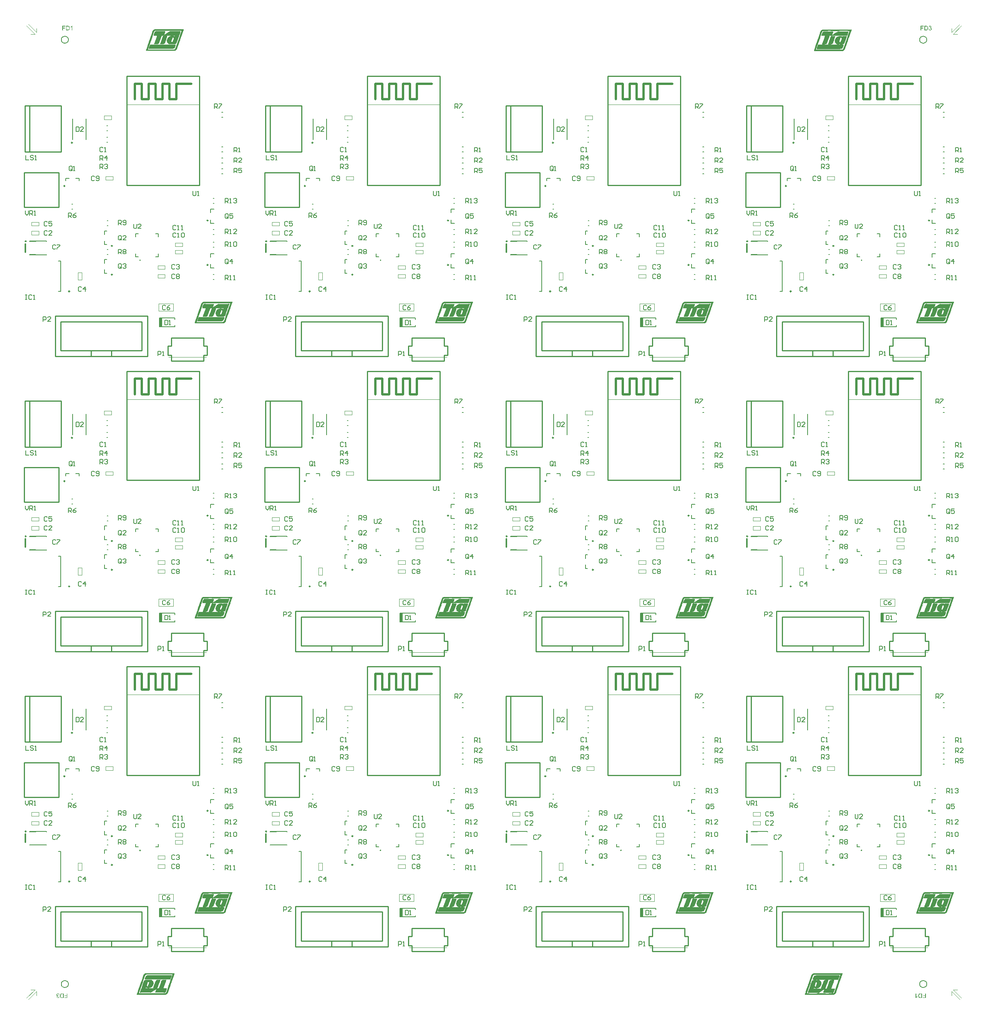
<source format=gto>
%MOIN*%
%OFA0B0*%
%FSLAX44Y44*%
%IPPOS*%
%LPD*%
%ADD11C,0.005*%
%ADD12C,0.0015984251968503937*%
%ADD13C,0.001*%
%ADD24C,0.005*%
%ADD25C,0.0015984251968503937*%
%ADD26C,0.001*%
%ADD27C,0.01*%
%ADD28C,0.00984251968503937*%
%ADD29C,0.0078700787401574813*%
%ADD30C,0.0039370078740157488*%
%ADD31C,0.012000000000000002*%
%ADD32C,0.0078740157480314977*%
%ADD33C,0.01968503937007874*%
%ADD34C,0.005*%
%ADD35C,0.0015984251968503937*%
%ADD36C,0.002*%
%ADD37C,0.01*%
%ADD38C,0.00984251968503937*%
%ADD39C,0.0078700787401574813*%
%ADD40C,0.0039370078740157488*%
%ADD41C,0.012000000000000002*%
%ADD42C,0.0078740157480314977*%
%ADD43C,0.01968503937007874*%
%ADD44C,0.005*%
%ADD45C,0.0015984251968503937*%
%ADD46C,0.002*%
%ADD47C,0.01*%
%ADD48C,0.00984251968503937*%
%ADD49C,0.0078700787401574813*%
%ADD50C,0.0039370078740157488*%
%ADD51C,0.012000000000000002*%
%ADD52C,0.0078740157480314977*%
%ADD53C,0.01968503937007874*%
%ADD54C,0.005*%
%ADD55C,0.0015984251968503937*%
%ADD56C,0.002*%
%ADD57C,0.01*%
%ADD58C,0.00984251968503937*%
%ADD59C,0.0078700787401574813*%
%ADD60C,0.0039370078740157488*%
%ADD61C,0.012000000000000002*%
%ADD62C,0.0078740157480314977*%
%ADD63C,0.01968503937007874*%
%ADD64C,0.005*%
%ADD65C,0.0015984251968503937*%
%ADD66C,0.002*%
%ADD67C,0.01*%
%ADD68C,0.00984251968503937*%
%ADD69C,0.0078700787401574813*%
%ADD70C,0.0039370078740157488*%
%ADD71C,0.012000000000000002*%
%ADD72C,0.0078740157480314977*%
%ADD73C,0.01968503937007874*%
%ADD74C,0.005*%
%ADD75C,0.0015984251968503937*%
%ADD76C,0.002*%
%ADD77C,0.01*%
%ADD78C,0.00984251968503937*%
%ADD79C,0.0078700787401574813*%
%ADD80C,0.0039370078740157488*%
%ADD81C,0.012000000000000002*%
%ADD82C,0.0078740157480314977*%
%ADD83C,0.01968503937007874*%
%ADD84C,0.005*%
%ADD85C,0.0015984251968503937*%
%ADD86C,0.002*%
%ADD87C,0.01*%
%ADD88C,0.00984251968503937*%
%ADD89C,0.0078700787401574813*%
%ADD90C,0.0039370078740157488*%
%ADD91C,0.012000000000000002*%
%ADD92C,0.0078740157480314977*%
%ADD93C,0.01968503937007874*%
%ADD94C,0.005*%
%ADD95C,0.0015984251968503937*%
%ADD96C,0.002*%
%ADD97C,0.01*%
%ADD98C,0.00984251968503937*%
%ADD99C,0.0078700787401574813*%
%ADD100C,0.0039370078740157488*%
%ADD101C,0.012000000000000002*%
%ADD102C,0.0078740157480314977*%
%ADD103C,0.01968503937007874*%
%ADD104C,0.005*%
%ADD105C,0.0015984251968503937*%
%ADD106C,0.002*%
%ADD107C,0.01*%
%ADD108C,0.00984251968503937*%
%ADD109C,0.0078700787401574813*%
%ADD110C,0.0039370078740157488*%
%ADD111C,0.012000000000000002*%
%ADD112C,0.0078740157480314977*%
%ADD113C,0.01968503937007874*%
%ADD114C,0.005*%
%ADD115C,0.0015984251968503937*%
%ADD116C,0.002*%
%ADD117C,0.01*%
%ADD118C,0.00984251968503937*%
%ADD119C,0.0078700787401574813*%
%ADD120C,0.0039370078740157488*%
%ADD121C,0.012000000000000002*%
%ADD122C,0.0078740157480314977*%
%ADD123C,0.01968503937007874*%
%ADD124C,0.005*%
%ADD125C,0.0015984251968503937*%
%ADD126C,0.002*%
%ADD127C,0.01*%
%ADD128C,0.00984251968503937*%
%ADD129C,0.0078700787401574813*%
%ADD130C,0.0039370078740157488*%
%ADD131C,0.012000000000000002*%
%ADD132C,0.0078740157480314977*%
%ADD133C,0.01968503937007874*%
%ADD134C,0.005*%
%ADD135C,0.0015984251968503937*%
%ADD136C,0.002*%
%ADD137C,0.01*%
%ADD138C,0.00984251968503937*%
%ADD139C,0.0078700787401574813*%
%ADD140C,0.0039370078740157488*%
%ADD141C,0.012000000000000002*%
%ADD142C,0.0078740157480314977*%
%ADD143C,0.01968503937007874*%
%ADD144C,0.005*%
%ADD145C,0.0015984251968503937*%
%ADD146C,0.002*%
G01*
G75*
G36*
X00003332Y00000762D02*
X00003324Y00000764D01*
X00003315Y00000765D01*
X00003305Y00000768D01*
X00003295Y00000771D01*
X00003285Y00000776D01*
X00003285Y00000776D01*
X00003284Y00000777D01*
X00003281Y00000778D01*
X00003276Y00000781D01*
X00003270Y00000785D01*
X00003264Y00000791D01*
X00003257Y00000797D01*
X00003250Y00000805D01*
X00003245Y00000813D01*
X00003244Y00000814D01*
X00003242Y00000817D01*
X00003240Y00000822D01*
X00003237Y00000827D01*
X00003235Y00000835D01*
X00003233Y00000843D01*
X00003231Y00000852D01*
X00003230Y00000862D01*
X00003230Y00000863D01*
X00003230Y00000866D01*
X00003231Y00000871D01*
X00003232Y00000877D01*
X00003234Y00000884D01*
X00003236Y00000891D01*
X00003239Y00000899D01*
X00003244Y00000907D01*
X00003245Y00000908D01*
X00003246Y00000910D01*
X00003250Y00000914D01*
X00003254Y00000919D01*
X00003260Y00000924D01*
X00003266Y00000929D01*
X00003274Y00000935D01*
X00003284Y00000940D01*
X00003283Y00000940D01*
X00003282Y00000940D01*
X00003280Y00000940D01*
X00003278Y00000942D01*
X00003272Y00000943D01*
X00003264Y00000947D01*
X00003256Y00000951D01*
X00003247Y00000957D01*
X00003239Y00000964D01*
X00003231Y00000972D01*
X00003230Y00000974D01*
X00003228Y00000977D01*
X00003225Y00000982D01*
X00003221Y00000989D01*
X00003218Y00000998D01*
X00003215Y00001009D01*
X00003212Y00001021D01*
X00003212Y00001035D01*
X00003212Y00001035D01*
X00003212Y00001037D01*
X00003212Y00001039D01*
X00003212Y00001043D01*
X00003213Y00001047D01*
X00003213Y00001052D01*
X00003215Y00001058D01*
X00003216Y00001064D01*
X00003221Y00001077D01*
X00003223Y00001085D01*
X00003228Y00001092D01*
X00003232Y00001099D01*
X00003236Y00001106D01*
X00003242Y00001113D01*
X00003249Y00001120D01*
X00003249Y00001121D01*
X00003250Y00001122D01*
X00003252Y00001123D01*
X00003255Y00001125D01*
X00003259Y00001128D01*
X00003263Y00001131D01*
X00003268Y00001134D01*
X00003274Y00001137D01*
X00003280Y00001140D01*
X00003287Y00001143D01*
X00003295Y00001146D01*
X00003303Y00001149D01*
X00003312Y00001152D01*
X00003321Y00001153D01*
X00003331Y00001154D01*
X00003341Y00001154D01*
X00003346Y00001154D01*
X00003349Y00001154D01*
X00003354Y00001153D01*
X00003359Y00001153D01*
X00003364Y00001152D01*
X00003370Y00001151D01*
X00003384Y00001147D01*
X00003398Y00001142D01*
X00003405Y00001139D01*
X00003411Y00001135D01*
X00003418Y00001130D01*
X00003425Y00001125D01*
X00003425Y00001124D01*
X00003426Y00001123D01*
X00003428Y00001122D01*
X00003430Y00001119D01*
X00003432Y00001116D01*
X00003435Y00001112D01*
X00003439Y00001108D01*
X00003442Y00001104D01*
X00003449Y00001092D01*
X00003455Y00001078D01*
X00003460Y00001063D01*
X00003462Y00001055D01*
X00003463Y00001046D01*
X00003415Y00001040D01*
X00003415Y00001040D01*
X00003415Y00001042D01*
X00003415Y00001044D01*
X00003414Y00001046D01*
X00003412Y00001053D01*
X00003409Y00001062D01*
X00003405Y00001071D01*
X00003401Y00001081D01*
X00003395Y00001090D01*
X00003388Y00001098D01*
X00003387Y00001098D01*
X00003385Y00001101D01*
X00003381Y00001103D01*
X00003375Y00001106D01*
X00003369Y00001109D01*
X00003360Y00001112D01*
X00003351Y00001115D01*
X00003341Y00001115D01*
X00003337Y00001115D01*
X00003335Y00001115D01*
X00003329Y00001114D01*
X00003322Y00001112D01*
X00003312Y00001109D01*
X00003303Y00001106D01*
X00003294Y00001100D01*
X00003285Y00001092D01*
X00003284Y00001091D01*
X00003281Y00001088D01*
X00003278Y00001084D01*
X00003273Y00001077D01*
X00003269Y00001068D01*
X00003266Y00001059D01*
X00003263Y00001047D01*
X00003262Y00001035D01*
X00003262Y00001035D01*
X00003262Y00001034D01*
X00003262Y00001032D01*
X00003263Y00001030D01*
X00003263Y00001024D01*
X00003265Y00001016D01*
X00003267Y00001008D01*
X00003271Y00000999D01*
X00003277Y00000990D01*
X00003284Y00000982D01*
X00003285Y00000981D01*
X00003287Y00000978D01*
X00003292Y00000975D01*
X00003298Y00000971D01*
X00003306Y00000967D01*
X00003315Y00000964D01*
X00003325Y00000962D01*
X00003337Y00000961D01*
X00003342Y00000961D01*
X00003346Y00000961D01*
X00003351Y00000962D01*
X00003357Y00000963D01*
X00003363Y00000964D01*
X00003370Y00000965D01*
X00003365Y00000924D01*
X00003362Y00000924D01*
X00003360Y00000925D01*
X00003352Y00000925D01*
X00003347Y00000924D01*
X00003339Y00000923D01*
X00003331Y00000921D01*
X00003322Y00000918D01*
X00003313Y00000915D01*
X00003304Y00000909D01*
X00003302Y00000909D01*
X00003300Y00000906D01*
X00003296Y00000902D01*
X00003291Y00000897D01*
X00003287Y00000891D01*
X00003283Y00000882D01*
X00003280Y00000872D01*
X00003279Y00000861D01*
X00003279Y00000860D01*
X00003279Y00000860D01*
X00003279Y00000857D01*
X00003280Y00000852D01*
X00003281Y00000846D01*
X00003283Y00000839D01*
X00003287Y00000832D01*
X00003291Y00000825D01*
X00003297Y00000818D01*
X00003297Y00000817D01*
X00003300Y00000815D01*
X00003304Y00000812D01*
X00003309Y00000809D01*
X00003315Y00000806D01*
X00003323Y00000803D01*
X00003332Y00000801D01*
X00003342Y00000801D01*
X00003346Y00000801D01*
X00003352Y00000802D01*
X00003357Y00000803D01*
X00003365Y00000805D01*
X00003373Y00000808D01*
X00003380Y00000812D01*
X00003388Y00000818D01*
X00003388Y00000819D01*
X00003391Y00000821D01*
X00003394Y00000825D01*
X00003397Y00000831D01*
X00003401Y00000838D01*
X00003405Y00000847D01*
X00003408Y00000857D01*
X00003411Y00000870D01*
X00003458Y00000861D01*
X00003458Y00000861D01*
X00003457Y00000859D01*
X00003457Y00000857D01*
X00003456Y00000854D01*
X00003455Y00000850D01*
X00003454Y00000845D01*
X00003450Y00000834D01*
X00003445Y00000823D01*
X00003438Y00000810D01*
X00003430Y00000799D01*
X00003419Y00000788D01*
X00003419Y00000788D01*
X00003418Y00000787D01*
X00003416Y00000786D01*
X00003414Y00000784D01*
X00003411Y00000782D01*
X00003407Y00000780D01*
X00003398Y00000775D01*
X00003387Y00000770D01*
X00003374Y00000766D01*
X00003359Y00000763D01*
X00003351Y00000762D01*
X00003337Y00000762D01*
X00003332Y00000762D01*
D02*
G37*
G36*
X00003674Y00000764D02*
X00003663Y00000765D01*
X00003652Y00000766D01*
X00003641Y00000768D01*
X00003631Y00000770D01*
X00003631Y00000770D01*
X00003629Y00000770D01*
X00003628Y00000770D01*
X00003626Y00000771D01*
X00003619Y00000773D01*
X00003612Y00000776D01*
X00003603Y00000779D01*
X00003594Y00000784D01*
X00003584Y00000790D01*
X00003575Y00000797D01*
X00003574Y00000797D01*
X00003574Y00000798D01*
X00003570Y00000802D01*
X00003565Y00000808D01*
X00003558Y00000815D01*
X00003550Y00000825D01*
X00003543Y00000836D01*
X00003536Y00000848D01*
X00003529Y00000863D01*
X00003529Y00000864D01*
X00003529Y00000865D01*
X00003528Y00000867D01*
X00003527Y00000870D01*
X00003526Y00000874D01*
X00003525Y00000878D01*
X00003523Y00000884D01*
X00003522Y00000889D01*
X00003521Y00000896D01*
X00003519Y00000903D01*
X00003517Y00000918D01*
X00003515Y00000935D01*
X00003514Y00000954D01*
X00003514Y00000954D01*
X00003514Y00000956D01*
X00003514Y00000958D01*
X00003514Y00000961D01*
X00003515Y00000965D01*
X00003515Y00000970D01*
X00003515Y00000980D01*
X00003517Y00000992D01*
X00003519Y00001005D01*
X00003521Y00001019D01*
X00003525Y00001032D01*
X00003525Y00001032D01*
X00003525Y00001033D01*
X00003526Y00001035D01*
X00003526Y00001037D01*
X00003529Y00001043D01*
X00003532Y00001051D01*
X00003535Y00001060D01*
X00003540Y00001070D01*
X00003545Y00001079D01*
X00003551Y00001088D01*
X00003552Y00001089D01*
X00003554Y00001091D01*
X00003557Y00001095D01*
X00003562Y00001101D01*
X00003566Y00001106D01*
X00003573Y00001112D01*
X00003579Y00001118D01*
X00003586Y00001123D01*
X00003587Y00001123D01*
X00003590Y00001125D01*
X00003594Y00001127D01*
X00003599Y00001130D01*
X00003605Y00001133D01*
X00003613Y00001136D01*
X00003622Y00001139D01*
X00003632Y00001142D01*
X00003633Y00001142D01*
X00003636Y00001143D01*
X00003642Y00001143D01*
X00003649Y00001145D01*
X00003658Y00001146D01*
X00003669Y00001147D01*
X00003680Y00001147D01*
X00003693Y00001148D01*
X00003831Y00001148D01*
X00003831Y00000764D01*
X00003684Y00000764D01*
X00003674Y00000764D01*
D02*
G37*
G36*
X00003897Y00000809D02*
X00004106Y00000809D01*
X00004106Y00000929D01*
X00003925Y00000929D01*
X00003925Y00000974D01*
X00004106Y00000974D01*
X00004106Y00001148D01*
X00004157Y00001148D01*
X00004157Y00000764D01*
X00003897Y00000764D01*
X00003897Y00000809D01*
D02*
G37*
G36*
X00078370Y00000809D02*
X00078578Y00000809D01*
X00078578Y00000929D01*
X00078398Y00000929D01*
X00078398Y00000974D01*
X00078578Y00000974D01*
X00078578Y00001148D01*
X00078629Y00001148D01*
X00078629Y00000764D01*
X00078370Y00000764D01*
X00078370Y00000809D01*
D02*
G37*
G36*
X00077758Y00001148D02*
X00077805Y00001148D01*
X00077805Y00000847D01*
X00077806Y00000848D01*
X00077808Y00000850D01*
X00077812Y00000853D01*
X00077818Y00000857D01*
X00077824Y00000863D01*
X00077832Y00000868D01*
X00077840Y00000874D01*
X00077850Y00000880D01*
X00077851Y00000880D01*
X00077851Y00000881D01*
X00077855Y00000883D01*
X00077860Y00000886D01*
X00077867Y00000889D01*
X00077874Y00000894D01*
X00077882Y00000897D01*
X00077891Y00000901D01*
X00077899Y00000905D01*
X00077899Y00000858D01*
X00077899Y00000858D01*
X00077898Y00000858D01*
X00077895Y00000857D01*
X00077893Y00000855D01*
X00077890Y00000853D01*
X00077885Y00000851D01*
X00077876Y00000846D01*
X00077866Y00000840D01*
X00077854Y00000832D01*
X00077842Y00000823D01*
X00077831Y00000814D01*
X00077830Y00000813D01*
X00077830Y00000813D01*
X00077826Y00000809D01*
X00077821Y00000804D01*
X00077815Y00000798D01*
X00077808Y00000789D01*
X00077801Y00000781D01*
X00077794Y00000771D01*
X00077789Y00000762D01*
X00077758Y00000762D01*
X00077758Y00001148D01*
D02*
G37*
G36*
X00078146Y00000764D02*
X00078136Y00000765D01*
X00078124Y00000766D01*
X00078113Y00000768D01*
X00078104Y00000770D01*
X00078103Y00000770D01*
X00078102Y00000770D01*
X00078101Y00000770D01*
X00078098Y00000771D01*
X00078092Y00000773D01*
X00078084Y00000776D01*
X00078076Y00000779D01*
X00078066Y00000784D01*
X00078057Y00000790D01*
X00078047Y00000797D01*
X00078047Y00000797D01*
X00078046Y00000798D01*
X00078042Y00000802D01*
X00078037Y00000808D01*
X00078030Y00000815D01*
X00078023Y00000825D01*
X00078015Y00000836D01*
X00078008Y00000848D01*
X00078002Y00000863D01*
X00078002Y00000864D01*
X00078001Y00000865D01*
X00078001Y00000867D01*
X00078000Y00000870D01*
X00077998Y00000874D01*
X00077997Y00000878D01*
X00077995Y00000884D01*
X00077994Y00000889D01*
X00077993Y00000896D01*
X00077991Y00000903D01*
X00077989Y00000918D01*
X00077987Y00000935D01*
X00077987Y00000954D01*
X00077987Y00000954D01*
X00077987Y00000956D01*
X00077987Y00000958D01*
X00077987Y00000961D01*
X00077987Y00000965D01*
X00077987Y00000970D01*
X00077988Y00000980D01*
X00077989Y00000992D01*
X00077991Y00001005D01*
X00077994Y00001019D01*
X00077997Y00001032D01*
X00077997Y00001032D01*
X00077998Y00001033D01*
X00077998Y00001035D01*
X00077999Y00001037D01*
X00078001Y00001043D01*
X00078004Y00001051D01*
X00078008Y00001060D01*
X00078012Y00001070D01*
X00078018Y00001079D01*
X00078023Y00001088D01*
X00078024Y00001089D01*
X00078026Y00001091D01*
X00078029Y00001095D01*
X00078034Y00001101D01*
X00078039Y00001106D01*
X00078045Y00001112D01*
X00078052Y00001118D01*
X00078059Y00001123D01*
X00078059Y00001123D01*
X00078062Y00001125D01*
X00078066Y00001127D01*
X00078071Y00001130D01*
X00078078Y00001133D01*
X00078085Y00001136D01*
X00078094Y00001139D01*
X00078104Y00001142D01*
X00078105Y00001142D01*
X00078109Y00001143D01*
X00078114Y00001143D01*
X00078122Y00001145D01*
X00078131Y00001146D01*
X00078141Y00001147D01*
X00078153Y00001147D01*
X00078166Y00001148D01*
X00078304Y00001148D01*
X00078304Y00000764D01*
X00078156Y00000764D01*
X00078146Y00000764D01*
D02*
G37*
%LPC*%
G36*
X00003700Y00000809D02*
X00003780Y00000809D01*
X00003780Y00001103D01*
X00003693Y00001103D01*
X00003686Y00001102D01*
X00003677Y00001102D01*
X00003668Y00001101D01*
X00003658Y00001100D01*
X00003649Y00001098D01*
X00003640Y00001096D01*
X00003639Y00001095D01*
X00003636Y00001095D01*
X00003632Y00001093D01*
X00003628Y00001091D01*
X00003622Y00001088D01*
X00003616Y00001085D01*
X00003611Y00001081D01*
X00003605Y00001076D01*
X00003605Y00001075D01*
X00003603Y00001073D01*
X00003599Y00001068D01*
X00003595Y00001063D01*
X00003591Y00001056D01*
X00003586Y00001048D01*
X00003581Y00001038D01*
X00003577Y00001027D01*
X00003577Y00001027D01*
X00003577Y00001026D01*
X00003576Y00001025D01*
X00003576Y00001022D01*
X00003575Y00001019D01*
X00003574Y00001016D01*
X00003572Y00001007D01*
X00003570Y00000996D01*
X00003569Y00000983D01*
X00003567Y00000969D01*
X00003567Y00000953D01*
X00003567Y00000953D01*
X00003567Y00000950D01*
X00003567Y00000947D01*
X00003567Y00000943D01*
X00003567Y00000938D01*
X00003568Y00000932D01*
X00003569Y00000926D01*
X00003569Y00000919D01*
X00003572Y00000904D01*
X00003575Y00000889D01*
X00003580Y00000874D01*
X00003583Y00000867D01*
X00003587Y00000861D01*
X00003587Y00000860D01*
X00003588Y00000860D01*
X00003588Y00000858D01*
X00003590Y00000856D01*
X00003594Y00000850D01*
X00003600Y00000843D01*
X00003607Y00000836D01*
X00003615Y00000829D01*
X00003625Y00000822D01*
X00003635Y00000817D01*
X00003636Y00000816D01*
X00003639Y00000816D01*
X00003643Y00000815D01*
X00003650Y00000813D01*
X00003660Y00000811D01*
X00003671Y00000810D01*
X00003684Y00000809D01*
X00003700Y00000809D01*
D02*
G37*
G36*
X00078173Y00000809D02*
X00078253Y00000809D01*
X00078253Y00001103D01*
X00078165Y00001103D01*
X00078159Y00001102D01*
X00078150Y00001102D01*
X00078140Y00001101D01*
X00078131Y00001100D01*
X00078121Y00001098D01*
X00078112Y00001096D01*
X00078111Y00001095D01*
X00078109Y00001095D01*
X00078105Y00001093D01*
X00078100Y00001091D01*
X00078094Y00001088D01*
X00078088Y00001085D01*
X00078083Y00001081D01*
X00078078Y00001076D01*
X00078077Y00001075D01*
X00078075Y00001073D01*
X00078071Y00001068D01*
X00078067Y00001063D01*
X00078063Y00001056D01*
X00078059Y00001048D01*
X00078054Y00001038D01*
X00078050Y00001027D01*
X00078050Y00001027D01*
X00078049Y00001026D01*
X00078049Y00001025D01*
X00078048Y00001022D01*
X00078047Y00001019D01*
X00078046Y00001016D01*
X00078045Y00001007D01*
X00078043Y00000996D01*
X00078041Y00000983D01*
X00078040Y00000969D01*
X00078039Y00000953D01*
X00078039Y00000953D01*
X00078039Y00000950D01*
X00078039Y00000947D01*
X00078039Y00000943D01*
X00078040Y00000938D01*
X00078040Y00000932D01*
X00078041Y00000926D01*
X00078042Y00000919D01*
X00078044Y00000904D01*
X00078047Y00000889D01*
X00078053Y00000874D01*
X00078056Y00000867D01*
X00078059Y00000861D01*
X00078059Y00000860D01*
X00078060Y00000860D01*
X00078061Y00000858D01*
X00078063Y00000856D01*
X00078067Y00000850D01*
X00078073Y00000843D01*
X00078080Y00000836D01*
X00078088Y00000829D01*
X00078097Y00000822D01*
X00078107Y00000817D01*
X00078108Y00000816D01*
X00078111Y00000816D01*
X00078116Y00000815D01*
X00078123Y00000813D01*
X00078132Y00000811D01*
X00078143Y00000810D01*
X00078157Y00000809D01*
X00078173Y00000809D01*
D02*
G37*
%LPD*%
D11*
X00078099Y00001968D02*
G03*
X00078099Y00001968I00000310D01*
G01*
X00003627Y00001968D02*
G03*
X00003627Y00001968I00000310D01*
G01*
D12*
X00012677Y00001081D02*
X00010181Y00001081D01*
X00012709Y00001097D02*
X00010181Y00001097D01*
X00012741Y00001113D02*
X00010181Y00001113D01*
X00012773Y00001129D02*
X00010181Y00001129D01*
X00012789Y00001145D02*
X00010197Y00001145D01*
X00012805Y00001161D02*
X00010197Y00001161D01*
X00012821Y00001177D02*
X00012245Y00001177D01*
X00011957Y00001177D02*
X00011221Y00001177D01*
X00010517Y00001177D02*
X00010485Y00001177D01*
X00010437Y00001177D02*
X00010421Y00001177D01*
X00010405Y00001177D02*
X00010373Y00001177D01*
X00010325Y00001177D02*
X00010213Y00001177D01*
X00012821Y00001193D02*
X00012677Y00001193D01*
X00010325Y00001193D02*
X00010213Y00001193D01*
X00012837Y00001209D02*
X00012693Y00001209D01*
X00010341Y00001209D02*
X00010213Y00001209D01*
X00012837Y00001225D02*
X00012725Y00001225D01*
X00010341Y00001225D02*
X00010229Y00001225D01*
X00012853Y00001241D02*
X00012725Y00001241D01*
X00012581Y00001241D02*
X00012565Y00001241D01*
X00012549Y00001241D02*
X00012517Y00001241D01*
X00011349Y00001241D02*
X00011333Y00001241D01*
X00010501Y00001241D02*
X00010485Y00001241D01*
X00010341Y00001241D02*
X00010229Y00001241D01*
X00012853Y00001257D02*
X00012741Y00001257D01*
X00012597Y00001257D02*
X00011797Y00001257D01*
X00011365Y00001257D02*
X00010469Y00001257D01*
X00010357Y00001257D02*
X00010245Y00001257D01*
X00012869Y00001273D02*
X00012741Y00001273D01*
X00012629Y00001273D02*
X00011781Y00001273D01*
X00011413Y00001273D02*
X00010453Y00001273D01*
X00010357Y00001273D02*
X00010245Y00001273D01*
X00012869Y00001289D02*
X00012757Y00001289D01*
X00012645Y00001289D02*
X00011781Y00001289D01*
X00011413Y00001289D02*
X00010453Y00001289D01*
X00010357Y00001289D02*
X00010245Y00001289D01*
X00012885Y00001305D02*
X00012757Y00001305D01*
X00012661Y00001305D02*
X00011781Y00001305D01*
X00011445Y00001305D02*
X00010453Y00001305D01*
X00010373Y00001305D02*
X00010261Y00001305D01*
X00012885Y00001321D02*
X00012757Y00001321D01*
X00012661Y00001321D02*
X00011797Y00001321D01*
X00011477Y00001321D02*
X00010469Y00001321D01*
X00010373Y00001321D02*
X00010261Y00001321D01*
X00012885Y00001337D02*
X00012773Y00001337D01*
X00012677Y00001337D02*
X00011797Y00001337D01*
X00011493Y00001337D02*
X00010469Y00001337D01*
X00010373Y00001337D02*
X00010261Y00001337D01*
X00012885Y00001353D02*
X00012773Y00001353D01*
X00012677Y00001353D02*
X00011797Y00001353D01*
X00011525Y00001353D02*
X00010469Y00001353D01*
X00010389Y00001353D02*
X00010261Y00001353D01*
X00012901Y00001369D02*
X00012773Y00001369D01*
X00012693Y00001369D02*
X00011813Y00001369D01*
X00011557Y00001369D02*
X00010485Y00001369D01*
X00010389Y00001369D02*
X00010277Y00001369D01*
X00012901Y00001385D02*
X00012789Y00001385D01*
X00012693Y00001385D02*
X00011813Y00001385D01*
X00011573Y00001385D02*
X00010485Y00001385D01*
X00010389Y00001385D02*
X00010277Y00001385D01*
X00012901Y00001401D02*
X00012789Y00001401D01*
X00012693Y00001401D02*
X00011813Y00001401D01*
X00011605Y00001401D02*
X00010501Y00001401D01*
X00010405Y00001401D02*
X00010277Y00001401D01*
X00012917Y00001417D02*
X00012789Y00001417D01*
X00012709Y00001417D02*
X00011829Y00001417D01*
X00011621Y00001417D02*
X00010501Y00001417D01*
X00010405Y00001417D02*
X00010293Y00001417D01*
X00012917Y00001433D02*
X00012805Y00001433D01*
X00012709Y00001433D02*
X00011829Y00001433D01*
X00011653Y00001433D02*
X00010501Y00001433D01*
X00010421Y00001433D02*
X00010293Y00001433D01*
X00012917Y00001449D02*
X00012805Y00001449D01*
X00012725Y00001449D02*
X00011845Y00001449D01*
X00011669Y00001449D02*
X00010517Y00001449D01*
X00010421Y00001449D02*
X00010309Y00001449D01*
X00012933Y00001465D02*
X00012805Y00001465D01*
X00012725Y00001465D02*
X00011845Y00001465D01*
X00011701Y00001465D02*
X00010517Y00001465D01*
X00010421Y00001465D02*
X00010309Y00001465D01*
X00012933Y00001481D02*
X00012821Y00001481D01*
X00012725Y00001481D02*
X00011845Y00001481D01*
X00011733Y00001481D02*
X00010517Y00001481D01*
X00010437Y00001481D02*
X00010309Y00001481D01*
X00012933Y00001497D02*
X00012821Y00001497D01*
X00012741Y00001497D02*
X00011861Y00001497D01*
X00011749Y00001497D02*
X00010533Y00001497D01*
X00010437Y00001497D02*
X00010309Y00001497D01*
X00012949Y00001513D02*
X00012821Y00001513D01*
X00012741Y00001513D02*
X00011861Y00001513D01*
X00011797Y00001513D02*
X00010533Y00001513D01*
X00010437Y00001513D02*
X00010325Y00001513D01*
X00012949Y00001529D02*
X00012837Y00001529D01*
X00012757Y00001529D02*
X00011877Y00001529D01*
X00011813Y00001529D02*
X00010549Y00001529D01*
X00010453Y00001529D02*
X00010325Y00001529D01*
X00012949Y00001545D02*
X00012837Y00001545D01*
X00012757Y00001545D02*
X00011877Y00001545D01*
X00011845Y00001545D02*
X00010549Y00001545D01*
X00010453Y00001545D02*
X00010341Y00001545D01*
X00012965Y00001561D02*
X00012837Y00001561D01*
X00012757Y00001561D02*
X00011877Y00001561D01*
X00011861Y00001561D02*
X00010549Y00001561D01*
X00010453Y00001561D02*
X00010341Y00001561D01*
X00012965Y00001577D02*
X00012853Y00001577D01*
X00012757Y00001577D02*
X00010565Y00001577D01*
X00010469Y00001577D02*
X00010341Y00001577D01*
X00012965Y00001593D02*
X00012853Y00001593D01*
X00012757Y00001593D02*
X00011909Y00001593D01*
X00011861Y00001593D02*
X00010581Y00001593D01*
X00010469Y00001593D02*
X00010357Y00001593D01*
X00012981Y00001609D02*
X00012853Y00001609D01*
X00012453Y00001609D02*
X00012085Y00001609D01*
X00010469Y00001609D02*
X00010357Y00001609D01*
X00012981Y00001625D02*
X00012869Y00001625D01*
X00012453Y00001625D02*
X00012085Y00001625D01*
X00011893Y00001625D02*
X00011877Y00001625D01*
X00010485Y00001625D02*
X00010357Y00001625D01*
X00012981Y00001641D02*
X00012869Y00001641D01*
X00012469Y00001641D02*
X00012101Y00001641D01*
X00011925Y00001641D02*
X00011605Y00001641D01*
X00011205Y00001641D02*
X00011125Y00001641D01*
X00010917Y00001641D02*
X00010597Y00001641D01*
X00010485Y00001641D02*
X00010357Y00001641D01*
X00012997Y00001657D02*
X00012869Y00001657D01*
X00012469Y00001657D02*
X00012101Y00001657D01*
X00011941Y00001657D02*
X00011605Y00001657D01*
X00011269Y00001657D02*
X00011045Y00001657D01*
X00010933Y00001657D02*
X00010597Y00001657D01*
X00010485Y00001657D02*
X00010373Y00001657D01*
X00012997Y00001673D02*
X00012885Y00001673D01*
X00012469Y00001673D02*
X00012101Y00001673D01*
X00011957Y00001673D02*
X00011605Y00001673D01*
X00011333Y00001673D02*
X00011013Y00001673D01*
X00010949Y00001673D02*
X00010597Y00001673D01*
X00010501Y00001673D02*
X00010373Y00001673D01*
X00013013Y00001689D02*
X00012885Y00001689D01*
X00012485Y00001689D02*
X00012117Y00001689D01*
X00011957Y00001689D02*
X00011605Y00001689D01*
X00011365Y00001689D02*
X00010981Y00001689D01*
X00010949Y00001689D02*
X00010597Y00001689D01*
X00010501Y00001689D02*
X00010389Y00001689D01*
X00013013Y00001705D02*
X00012901Y00001705D01*
X00012485Y00001705D02*
X00012117Y00001705D01*
X00011957Y00001705D02*
X00011621Y00001705D01*
X00011397Y00001705D02*
X00010597Y00001705D01*
X00010501Y00001705D02*
X00010389Y00001705D01*
X00013013Y00001721D02*
X00012901Y00001721D01*
X00012485Y00001721D02*
X00012133Y00001721D01*
X00011973Y00001721D02*
X00011621Y00001721D01*
X00011413Y00001721D02*
X00010613Y00001721D01*
X00010517Y00001721D02*
X00010389Y00001721D01*
X00013013Y00001737D02*
X00012901Y00001737D01*
X00012501Y00001737D02*
X00012133Y00001737D01*
X00011973Y00001737D02*
X00011621Y00001737D01*
X00011429Y00001737D02*
X00010613Y00001737D01*
X00010517Y00001737D02*
X00010405Y00001737D01*
X00013029Y00001753D02*
X00012901Y00001753D01*
X00012501Y00001753D02*
X00012133Y00001753D01*
X00011989Y00001753D02*
X00011621Y00001753D01*
X00011461Y00001753D02*
X00010629Y00001753D01*
X00010517Y00001753D02*
X00010405Y00001753D01*
X00013029Y00001769D02*
X00012917Y00001769D01*
X00012501Y00001769D02*
X00012149Y00001769D01*
X00011989Y00001769D02*
X00011637Y00001769D01*
X00011477Y00001769D02*
X00010629Y00001769D01*
X00010533Y00001769D02*
X00010421Y00001769D01*
X00013045Y00001785D02*
X00012917Y00001785D01*
X00012517Y00001785D02*
X00012149Y00001785D01*
X00011989Y00001785D02*
X00011637Y00001785D01*
X00011493Y00001785D02*
X00011125Y00001785D01*
X00011045Y00001785D02*
X00010629Y00001785D01*
X00010533Y00001785D02*
X00010421Y00001785D01*
X00013045Y00001801D02*
X00012917Y00001801D01*
X00012517Y00001801D02*
X00012149Y00001801D01*
X00012005Y00001801D02*
X00011653Y00001801D01*
X00011493Y00001801D02*
X00011141Y00001801D01*
X00011029Y00001801D02*
X00010645Y00001801D01*
X00010549Y00001801D02*
X00010421Y00001801D01*
X00013045Y00001817D02*
X00012933Y00001817D01*
X00012517Y00001817D02*
X00012165Y00001817D01*
X00012005Y00001817D02*
X00011653Y00001817D01*
X00011509Y00001817D02*
X00011157Y00001817D01*
X00011029Y00001817D02*
X00010645Y00001817D01*
X00010549Y00001817D02*
X00010437Y00001817D01*
X00013045Y00001833D02*
X00012917Y00001833D01*
X00012533Y00001833D02*
X00012165Y00001833D01*
X00012005Y00001833D02*
X00011653Y00001833D01*
X00011525Y00001833D02*
X00011157Y00001833D01*
X00011029Y00001833D02*
X00010645Y00001833D01*
X00010549Y00001833D02*
X00010437Y00001833D01*
X00013061Y00001849D02*
X00012933Y00001849D01*
X00012533Y00001849D02*
X00012181Y00001849D01*
X00012021Y00001849D02*
X00011669Y00001849D01*
X00011541Y00001849D02*
X00011157Y00001849D01*
X00011013Y00001849D02*
X00010661Y00001849D01*
X00010565Y00001849D02*
X00010453Y00001849D01*
X00013061Y00001865D02*
X00012949Y00001865D01*
X00012533Y00001865D02*
X00012181Y00001865D01*
X00012021Y00001865D02*
X00011669Y00001865D01*
X00011541Y00001865D02*
X00011157Y00001865D01*
X00011013Y00001865D02*
X00010661Y00001865D01*
X00010565Y00001865D02*
X00010453Y00001865D01*
X00013077Y00001881D02*
X00012949Y00001881D01*
X00012549Y00001881D02*
X00012181Y00001881D01*
X00012021Y00001881D02*
X00011669Y00001881D01*
X00011557Y00001881D02*
X00011173Y00001881D01*
X00011013Y00001881D02*
X00010661Y00001881D01*
X00010565Y00001881D02*
X00010453Y00001881D01*
X00013077Y00001897D02*
X00012949Y00001897D01*
X00012549Y00001897D02*
X00012197Y00001897D01*
X00012037Y00001897D02*
X00011685Y00001897D01*
X00011557Y00001897D02*
X00011173Y00001897D01*
X00011013Y00001897D02*
X00010677Y00001897D01*
X00010581Y00001897D02*
X00010453Y00001897D01*
X00013077Y00001913D02*
X00012965Y00001913D01*
X00012565Y00001913D02*
X00012197Y00001913D01*
X00012037Y00001913D02*
X00011685Y00001913D01*
X00011573Y00001913D02*
X00011189Y00001913D01*
X00011029Y00001913D02*
X00010677Y00001913D01*
X00010581Y00001913D02*
X00010469Y00001913D01*
X00013093Y00001929D02*
X00012965Y00001929D01*
X00012565Y00001929D02*
X00012197Y00001929D01*
X00012037Y00001929D02*
X00011685Y00001929D01*
X00011573Y00001929D02*
X00011189Y00001929D01*
X00011029Y00001929D02*
X00010693Y00001929D01*
X00010581Y00001929D02*
X00010469Y00001929D01*
X00013093Y00001945D02*
X00012965Y00001945D01*
X00012565Y00001945D02*
X00012213Y00001945D01*
X00012053Y00001945D02*
X00011701Y00001945D01*
X00011573Y00001945D02*
X00011205Y00001945D01*
X00011029Y00001945D02*
X00010693Y00001945D01*
X00010597Y00001945D02*
X00010469Y00001945D01*
X00013093Y00001961D02*
X00012981Y00001961D01*
X00012581Y00001961D02*
X00012213Y00001961D01*
X00012053Y00001961D02*
X00011701Y00001961D01*
X00011589Y00001961D02*
X00011205Y00001961D01*
X00011045Y00001961D02*
X00010693Y00001961D01*
X00010597Y00001961D02*
X00010485Y00001961D01*
X00013109Y00001977D02*
X00012981Y00001977D01*
X00012581Y00001977D02*
X00012229Y00001977D01*
X00012053Y00001977D02*
X00011717Y00001977D01*
X00011589Y00001977D02*
X00011205Y00001977D01*
X00011045Y00001977D02*
X00010693Y00001977D01*
X00010597Y00001977D02*
X00010485Y00001977D01*
X00013109Y00001993D02*
X00012981Y00001993D01*
X00012581Y00001993D02*
X00012229Y00001993D01*
X00012069Y00001993D02*
X00011717Y00001993D01*
X00011589Y00001993D02*
X00011205Y00001993D01*
X00011045Y00001993D02*
X00010709Y00001993D01*
X00010613Y00001993D02*
X00010485Y00001993D01*
X00013109Y00002009D02*
X00012997Y00002009D01*
X00012597Y00002009D02*
X00012229Y00002009D01*
X00012069Y00002009D02*
X00011717Y00002009D01*
X00011605Y00002009D02*
X00011221Y00002009D01*
X00011061Y00002009D02*
X00010709Y00002009D01*
X00010613Y00002009D02*
X00010501Y00002009D01*
X00013125Y00002025D02*
X00012997Y00002025D01*
X00012597Y00002025D02*
X00012245Y00002025D01*
X00012085Y00002025D02*
X00011733Y00002025D01*
X00011605Y00002025D02*
X00011221Y00002025D01*
X00011061Y00002025D02*
X00010725Y00002025D01*
X00010613Y00002025D02*
X00010501Y00002025D01*
X00013125Y00002041D02*
X00012997Y00002041D01*
X00012597Y00002041D02*
X00012245Y00002041D01*
X00012085Y00002041D02*
X00011733Y00002041D01*
X00011605Y00002041D02*
X00011237Y00002041D01*
X00011077Y00002041D02*
X00010725Y00002041D01*
X00010629Y00002041D02*
X00010501Y00002041D01*
X00013141Y00002057D02*
X00013013Y00002057D01*
X00012613Y00002057D02*
X00012245Y00002057D01*
X00012085Y00002057D02*
X00011749Y00002057D01*
X00011605Y00002057D02*
X00011237Y00002057D01*
X00011077Y00002057D02*
X00010725Y00002057D01*
X00010629Y00002057D02*
X00010517Y00002057D01*
X00013141Y00002073D02*
X00013013Y00002073D01*
X00012613Y00002073D02*
X00012261Y00002073D01*
X00012101Y00002073D02*
X00011749Y00002073D01*
X00011605Y00002073D02*
X00011237Y00002073D01*
X00011077Y00002073D02*
X00010741Y00002073D01*
X00010645Y00002073D02*
X00010517Y00002073D01*
X00013141Y00002089D02*
X00013029Y00002089D01*
X00012629Y00002089D02*
X00012261Y00002089D01*
X00012101Y00002089D02*
X00011749Y00002089D01*
X00011605Y00002089D02*
X00011237Y00002089D01*
X00011093Y00002089D02*
X00010741Y00002089D01*
X00010645Y00002089D02*
X00010517Y00002089D01*
X00013141Y00002105D02*
X00013029Y00002105D01*
X00012629Y00002105D02*
X00012261Y00002105D01*
X00012117Y00002105D02*
X00011765Y00002105D01*
X00011605Y00002105D02*
X00011253Y00002105D01*
X00011093Y00002105D02*
X00010757Y00002105D01*
X00010645Y00002105D02*
X00010533Y00002105D01*
X00013157Y00002121D02*
X00013029Y00002121D01*
X00012629Y00002121D02*
X00012277Y00002121D01*
X00012117Y00002121D02*
X00011765Y00002121D01*
X00011605Y00002121D02*
X00011253Y00002121D01*
X00011093Y00002121D02*
X00010757Y00002121D01*
X00010661Y00002121D02*
X00010533Y00002121D01*
X00013157Y00002137D02*
X00013045Y00002137D01*
X00012645Y00002137D02*
X00012277Y00002137D01*
X00012117Y00002137D02*
X00011765Y00002137D01*
X00011589Y00002137D02*
X00011237Y00002137D01*
X00011109Y00002137D02*
X00010757Y00002137D01*
X00010661Y00002137D02*
X00010549Y00002137D01*
X00013173Y00002153D02*
X00013045Y00002153D01*
X00012645Y00002153D02*
X00012277Y00002153D01*
X00012133Y00002153D02*
X00011781Y00002153D01*
X00011589Y00002153D02*
X00011237Y00002153D01*
X00011125Y00002153D02*
X00010773Y00002153D01*
X00010661Y00002153D02*
X00010549Y00002153D01*
X00013173Y00002169D02*
X00013045Y00002169D01*
X00012645Y00002169D02*
X00012293Y00002169D01*
X00012133Y00002169D02*
X00011781Y00002169D01*
X00011589Y00002169D02*
X00011205Y00002169D01*
X00011141Y00002169D02*
X00010773Y00002169D01*
X00010677Y00002169D02*
X00010549Y00002169D01*
X00013173Y00002185D02*
X00013061Y00002185D01*
X00012661Y00002185D02*
X00012293Y00002185D01*
X00012133Y00002185D02*
X00011781Y00002185D01*
X00011573Y00002185D02*
X00010773Y00002185D01*
X00010677Y00002185D02*
X00010565Y00002185D01*
X00013173Y00002201D02*
X00013061Y00002201D01*
X00012661Y00002201D02*
X00012293Y00002201D01*
X00012149Y00002201D02*
X00011797Y00002201D01*
X00011573Y00002201D02*
X00010789Y00002201D01*
X00010677Y00002201D02*
X00010565Y00002201D01*
X00013189Y00002217D02*
X00013061Y00002217D01*
X00012661Y00002217D02*
X00012309Y00002217D01*
X00012149Y00002217D02*
X00011797Y00002217D01*
X00011557Y00002217D02*
X00010789Y00002217D01*
X00010693Y00002217D02*
X00010565Y00002217D01*
X00013189Y00002233D02*
X00013077Y00002233D01*
X00012677Y00002233D02*
X00012309Y00002233D01*
X00012149Y00002233D02*
X00011797Y00002233D01*
X00011557Y00002233D02*
X00010789Y00002233D01*
X00010693Y00002233D02*
X00010581Y00002233D01*
X00013189Y00002249D02*
X00013077Y00002249D01*
X00012677Y00002249D02*
X00012325Y00002249D01*
X00012165Y00002249D02*
X00011813Y00002249D01*
X00011541Y00002249D02*
X00010805Y00002249D01*
X00010693Y00002249D02*
X00010581Y00002249D01*
X00013205Y00002265D02*
X00013093Y00002265D01*
X00012693Y00002265D02*
X00012325Y00002265D01*
X00012165Y00002265D02*
X00011829Y00002265D01*
X00011525Y00002265D02*
X00010821Y00002265D01*
X00010709Y00002265D02*
X00010597Y00002265D01*
X00013205Y00002281D02*
X00013093Y00002281D01*
X00012693Y00002281D02*
X00012341Y00002281D01*
X00012181Y00002281D02*
X00011845Y00002281D01*
X00011509Y00002281D02*
X00010821Y00002281D01*
X00010709Y00002281D02*
X00010597Y00002281D01*
X00013221Y00002297D02*
X00013093Y00002297D01*
X00012693Y00002297D02*
X00012357Y00002297D01*
X00012181Y00002297D02*
X00011845Y00002297D01*
X00011493Y00002297D02*
X00010853Y00002297D01*
X00010709Y00002297D02*
X00010597Y00002297D01*
X00013221Y00002313D02*
X00013109Y00002313D01*
X00012709Y00002313D02*
X00012373Y00002313D01*
X00012181Y00002313D02*
X00011877Y00002313D01*
X00011477Y00002313D02*
X00010869Y00002313D01*
X00010725Y00002313D02*
X00010597Y00002313D01*
X00013221Y00002329D02*
X00013109Y00002329D01*
X00012709Y00002329D02*
X00012405Y00002329D01*
X00012197Y00002329D02*
X00011909Y00002329D01*
X00011445Y00002329D02*
X00011205Y00002329D01*
X00011189Y00002329D02*
X00010901Y00002329D01*
X00010725Y00002329D02*
X00010613Y00002329D01*
X00013237Y00002345D02*
X00013109Y00002345D01*
X00012693Y00002345D02*
X00012485Y00002345D01*
X00012181Y00002345D02*
X00011957Y00002345D01*
X00011397Y00002345D02*
X00011269Y00002345D01*
X00011173Y00002345D02*
X00010965Y00002345D01*
X00010725Y00002345D02*
X00010613Y00002345D01*
X00013237Y00002361D02*
X00013109Y00002361D01*
X00010741Y00002361D02*
X00010629Y00002361D01*
X00013237Y00002377D02*
X00013125Y00002377D01*
X00010741Y00002377D02*
X00010629Y00002377D01*
X00013253Y00002393D02*
X00013125Y00002393D01*
X00013061Y00002393D02*
X00010885Y00002393D01*
X00010741Y00002393D02*
X00010629Y00002393D01*
X00013253Y00002409D02*
X00013141Y00002409D01*
X00013061Y00002409D02*
X00010869Y00002409D01*
X00010757Y00002409D02*
X00010629Y00002409D01*
X00013253Y00002425D02*
X00013141Y00002425D01*
X00013077Y00002425D02*
X00010869Y00002425D01*
X00010757Y00002425D02*
X00010645Y00002425D01*
X00013269Y00002441D02*
X00013157Y00002441D01*
X00013077Y00002441D02*
X00010869Y00002441D01*
X00010773Y00002441D02*
X00010645Y00002441D01*
X00013269Y00002457D02*
X00013157Y00002457D01*
X00013093Y00002457D02*
X00010885Y00002457D01*
X00010773Y00002457D02*
X00010661Y00002457D01*
X00013269Y00002473D02*
X00013157Y00002473D01*
X00013093Y00002473D02*
X00010885Y00002473D01*
X00010773Y00002473D02*
X00010661Y00002473D01*
X00013285Y00002489D02*
X00013173Y00002489D01*
X00013093Y00002489D02*
X00010885Y00002489D01*
X00010773Y00002489D02*
X00010661Y00002489D01*
X00013285Y00002505D02*
X00013173Y00002505D01*
X00013109Y00002505D02*
X00010901Y00002505D01*
X00010789Y00002505D02*
X00010677Y00002505D01*
X00013285Y00002521D02*
X00013173Y00002521D01*
X00013109Y00002521D02*
X00010901Y00002521D01*
X00010789Y00002521D02*
X00010677Y00002521D01*
X00013301Y00002537D02*
X00013189Y00002537D01*
X00013109Y00002537D02*
X00010917Y00002537D01*
X00010805Y00002537D02*
X00010693Y00002537D01*
X00013301Y00002553D02*
X00013189Y00002553D01*
X00013125Y00002553D02*
X00010917Y00002553D01*
X00010805Y00002553D02*
X00010693Y00002553D01*
X00013317Y00002569D02*
X00013189Y00002569D01*
X00013125Y00002569D02*
X00010917Y00002569D01*
X00010805Y00002569D02*
X00010693Y00002569D01*
X00013317Y00002585D02*
X00013205Y00002585D01*
X00013141Y00002585D02*
X00010933Y00002585D01*
X00010821Y00002585D02*
X00010693Y00002585D01*
X00013317Y00002601D02*
X00013205Y00002601D01*
X00013141Y00002601D02*
X00010933Y00002601D01*
X00010821Y00002601D02*
X00010709Y00002601D01*
X00013333Y00002617D02*
X00013205Y00002617D01*
X00013141Y00002617D02*
X00010949Y00002617D01*
X00010821Y00002617D02*
X00010709Y00002617D01*
X00013333Y00002633D02*
X00013221Y00002633D01*
X00013157Y00002633D02*
X00010949Y00002633D01*
X00010837Y00002633D02*
X00010709Y00002633D01*
X00013333Y00002649D02*
X00013221Y00002649D01*
X00013157Y00002649D02*
X00010965Y00002649D01*
X00010837Y00002649D02*
X00010725Y00002649D01*
X00013333Y00002665D02*
X00013221Y00002665D01*
X00013157Y00002665D02*
X00010965Y00002665D01*
X00010837Y00002665D02*
X00010725Y00002665D01*
X00013349Y00002681D02*
X00013237Y00002681D01*
X00013173Y00002681D02*
X00010981Y00002681D01*
X00010853Y00002681D02*
X00010725Y00002681D01*
X00013349Y00002697D02*
X00013237Y00002697D01*
X00013173Y00002697D02*
X00010997Y00002697D01*
X00010853Y00002697D02*
X00010741Y00002697D01*
X00013365Y00002713D02*
X00013237Y00002713D01*
X00013173Y00002713D02*
X00011029Y00002713D01*
X00010869Y00002713D02*
X00010741Y00002713D01*
X00013365Y00002729D02*
X00013253Y00002729D01*
X00013173Y00002729D02*
X00011077Y00002729D01*
X00010869Y00002729D02*
X00010757Y00002729D01*
X00013365Y00002745D02*
X00013253Y00002745D01*
X00013173Y00002745D02*
X00011157Y00002745D01*
X00010869Y00002745D02*
X00010757Y00002745D01*
X00013381Y00002761D02*
X00013253Y00002761D01*
X00010885Y00002761D02*
X00010757Y00002761D01*
X00013381Y00002777D02*
X00013269Y00002777D01*
X00010901Y00002777D02*
X00010773Y00002777D01*
X00013381Y00002793D02*
X00013269Y00002793D01*
X00010917Y00002793D02*
X00010773Y00002793D01*
X00013397Y00002809D02*
X00013269Y00002809D01*
X00010965Y00002809D02*
X00010789Y00002809D01*
X00013397Y00002825D02*
X00010805Y00002825D01*
X00013397Y00002841D02*
X00010821Y00002841D01*
X00013413Y00002857D02*
X00010837Y00002857D01*
X00013413Y00002873D02*
X00010853Y00002873D01*
X00013413Y00002889D02*
X00010869Y00002889D01*
X00013413Y00002905D02*
X00010901Y00002905D01*
X00013413Y00002921D02*
X00010933Y00002921D01*
X00071362Y00002901D02*
X00068882Y00002901D01*
X00071362Y00002885D02*
X00068850Y00002885D01*
X00071362Y00002869D02*
X00068818Y00002869D01*
X00071362Y00002853D02*
X00068802Y00002853D01*
X00071362Y00002837D02*
X00068786Y00002837D01*
X00071346Y00002821D02*
X00068770Y00002821D01*
X00071346Y00002805D02*
X00068754Y00002805D01*
X00068914Y00002789D02*
X00068738Y00002789D01*
X00071346Y00002789D02*
X00071218Y00002789D01*
X00068866Y00002773D02*
X00068722Y00002773D01*
X00071330Y00002773D02*
X00071218Y00002773D01*
X00068850Y00002757D02*
X00068722Y00002757D01*
X00071330Y00002757D02*
X00071218Y00002757D01*
X00068834Y00002741D02*
X00068706Y00002741D01*
X00071330Y00002741D02*
X00071202Y00002741D01*
X00068818Y00002725D02*
X00068706Y00002725D01*
X00071122Y00002725D02*
X00069106Y00002725D01*
X00071314Y00002725D02*
X00071202Y00002725D01*
X00068818Y00002709D02*
X00068706Y00002709D01*
X00071122Y00002709D02*
X00069026Y00002709D01*
X00071314Y00002709D02*
X00071202Y00002709D01*
X00068818Y00002693D02*
X00068690Y00002693D01*
X00071122Y00002693D02*
X00068978Y00002693D01*
X00071314Y00002693D02*
X00071186Y00002693D01*
X00068802Y00002677D02*
X00068690Y00002677D01*
X00071122Y00002677D02*
X00068946Y00002677D01*
X00071298Y00002677D02*
X00071186Y00002677D01*
X00068802Y00002661D02*
X00068674Y00002661D01*
X00071122Y00002661D02*
X00068930Y00002661D01*
X00071298Y00002661D02*
X00071186Y00002661D01*
X00068786Y00002645D02*
X00068674Y00002645D01*
X00071106Y00002645D02*
X00068914Y00002645D01*
X00071282Y00002645D02*
X00071170Y00002645D01*
X00068786Y00002629D02*
X00068674Y00002629D01*
X00071106Y00002629D02*
X00068914Y00002629D01*
X00071282Y00002629D02*
X00071170Y00002629D01*
X00068786Y00002613D02*
X00068658Y00002613D01*
X00071106Y00002613D02*
X00068898Y00002613D01*
X00071282Y00002613D02*
X00071170Y00002613D01*
X00068770Y00002597D02*
X00068658Y00002597D01*
X00071090Y00002597D02*
X00068898Y00002597D01*
X00071282Y00002597D02*
X00071154Y00002597D01*
X00068770Y00002581D02*
X00068658Y00002581D01*
X00071090Y00002581D02*
X00068882Y00002581D01*
X00071266Y00002581D02*
X00071154Y00002581D01*
X00068770Y00002565D02*
X00068642Y00002565D01*
X00071090Y00002565D02*
X00068882Y00002565D01*
X00071266Y00002565D02*
X00071154Y00002565D01*
X00068754Y00002549D02*
X00068642Y00002549D01*
X00071074Y00002549D02*
X00068866Y00002549D01*
X00071266Y00002549D02*
X00071138Y00002549D01*
X00068754Y00002533D02*
X00068642Y00002533D01*
X00071074Y00002533D02*
X00068866Y00002533D01*
X00071250Y00002533D02*
X00071138Y00002533D01*
X00068754Y00002517D02*
X00068642Y00002517D01*
X00071058Y00002517D02*
X00068866Y00002517D01*
X00071250Y00002517D02*
X00071138Y00002517D01*
X00068738Y00002501D02*
X00068626Y00002501D01*
X00071058Y00002501D02*
X00068850Y00002501D01*
X00071234Y00002501D02*
X00071122Y00002501D01*
X00068738Y00002485D02*
X00068626Y00002485D01*
X00071058Y00002485D02*
X00068850Y00002485D01*
X00071234Y00002485D02*
X00071122Y00002485D01*
X00068722Y00002469D02*
X00068610Y00002469D01*
X00071042Y00002469D02*
X00068834Y00002469D01*
X00071234Y00002469D02*
X00071122Y00002469D01*
X00068722Y00002453D02*
X00068610Y00002453D01*
X00071042Y00002453D02*
X00068834Y00002453D01*
X00071218Y00002453D02*
X00071106Y00002453D01*
X00068722Y00002437D02*
X00068610Y00002437D01*
X00071042Y00002437D02*
X00068834Y00002437D01*
X00071218Y00002437D02*
X00071106Y00002437D01*
X00068722Y00002421D02*
X00068594Y00002421D01*
X00071026Y00002421D02*
X00068818Y00002421D01*
X00071218Y00002421D02*
X00071106Y00002421D01*
X00068706Y00002405D02*
X00068594Y00002405D01*
X00071026Y00002405D02*
X00068818Y00002405D01*
X00071202Y00002405D02*
X00071090Y00002405D01*
X00068706Y00002389D02*
X00068578Y00002389D01*
X00071010Y00002389D02*
X00068818Y00002389D01*
X00071202Y00002389D02*
X00071090Y00002389D01*
X00068690Y00002373D02*
X00068578Y00002373D01*
X00071010Y00002373D02*
X00068834Y00002373D01*
X00071202Y00002373D02*
X00071074Y00002373D01*
X00068690Y00002357D02*
X00068578Y00002357D01*
X00071186Y00002357D02*
X00071074Y00002357D01*
X00068690Y00002341D02*
X00068578Y00002341D01*
X00071186Y00002341D02*
X00071058Y00002341D01*
X00068674Y00002325D02*
X00068562Y00002325D01*
X00069122Y00002325D02*
X00068914Y00002325D01*
X00069346Y00002325D02*
X00069218Y00002325D01*
X00070130Y00002325D02*
X00069906Y00002325D01*
X00070642Y00002325D02*
X00070434Y00002325D01*
X00071186Y00002325D02*
X00071058Y00002325D01*
X00068674Y00002309D02*
X00068562Y00002309D01*
X00069138Y00002309D02*
X00068850Y00002309D01*
X00069394Y00002309D02*
X00069154Y00002309D01*
X00070146Y00002309D02*
X00069858Y00002309D01*
X00070658Y00002309D02*
X00070354Y00002309D01*
X00071170Y00002309D02*
X00071058Y00002309D01*
X00068674Y00002293D02*
X00068546Y00002293D01*
X00069426Y00002293D02*
X00068818Y00002293D01*
X00070130Y00002293D02*
X00069826Y00002293D01*
X00070658Y00002293D02*
X00070322Y00002293D01*
X00071170Y00002293D02*
X00071058Y00002293D01*
X00068658Y00002277D02*
X00068546Y00002277D01*
X00069442Y00002277D02*
X00068802Y00002277D01*
X00070130Y00002277D02*
X00069794Y00002277D01*
X00070642Y00002277D02*
X00070306Y00002277D01*
X00071170Y00002277D02*
X00071042Y00002277D01*
X00068658Y00002261D02*
X00068546Y00002261D01*
X00069458Y00002261D02*
X00068770Y00002261D01*
X00070130Y00002261D02*
X00069794Y00002261D01*
X00070642Y00002261D02*
X00070290Y00002261D01*
X00071154Y00002261D02*
X00071042Y00002261D01*
X00068658Y00002245D02*
X00068546Y00002245D01*
X00069474Y00002245D02*
X00068770Y00002245D01*
X00070114Y00002245D02*
X00069778Y00002245D01*
X00070642Y00002245D02*
X00070274Y00002245D01*
X00071154Y00002245D02*
X00071042Y00002245D01*
X00068642Y00002229D02*
X00068530Y00002229D01*
X00069490Y00002229D02*
X00068754Y00002229D01*
X00070114Y00002229D02*
X00069762Y00002229D01*
X00070626Y00002229D02*
X00070274Y00002229D01*
X00071138Y00002229D02*
X00071026Y00002229D01*
X00068642Y00002213D02*
X00068530Y00002213D01*
X00069506Y00002213D02*
X00068738Y00002213D01*
X00070098Y00002213D02*
X00069746Y00002213D01*
X00070626Y00002213D02*
X00070258Y00002213D01*
X00071138Y00002213D02*
X00071026Y00002213D01*
X00068642Y00002197D02*
X00068514Y00002197D01*
X00069506Y00002197D02*
X00068738Y00002197D01*
X00070098Y00002197D02*
X00069746Y00002197D01*
X00070610Y00002197D02*
X00070258Y00002197D01*
X00071138Y00002197D02*
X00071010Y00002197D01*
X00068626Y00002181D02*
X00068514Y00002181D01*
X00069522Y00002181D02*
X00068738Y00002181D01*
X00070098Y00002181D02*
X00069746Y00002181D01*
X00070610Y00002181D02*
X00070242Y00002181D01*
X00071122Y00002181D02*
X00071010Y00002181D01*
X00068626Y00002165D02*
X00068514Y00002165D01*
X00069522Y00002165D02*
X00068722Y00002165D01*
X00070082Y00002165D02*
X00069730Y00002165D01*
X00070610Y00002165D02*
X00070242Y00002165D01*
X00071122Y00002165D02*
X00071010Y00002165D01*
X00068626Y00002149D02*
X00068498Y00002149D01*
X00069090Y00002149D02*
X00068722Y00002149D01*
X00069538Y00002149D02*
X00069154Y00002149D01*
X00070082Y00002149D02*
X00069730Y00002149D01*
X00070594Y00002149D02*
X00070242Y00002149D01*
X00071122Y00002149D02*
X00070994Y00002149D01*
X00068610Y00002133D02*
X00068498Y00002133D01*
X00069074Y00002133D02*
X00068722Y00002133D01*
X00069538Y00002133D02*
X00069186Y00002133D01*
X00070082Y00002133D02*
X00069730Y00002133D01*
X00070594Y00002133D02*
X00070226Y00002133D01*
X00071122Y00002133D02*
X00070994Y00002133D01*
X00068610Y00002117D02*
X00068498Y00002117D01*
X00069058Y00002117D02*
X00068706Y00002117D01*
X00069538Y00002117D02*
X00069186Y00002117D01*
X00070066Y00002117D02*
X00069714Y00002117D01*
X00070594Y00002117D02*
X00070226Y00002117D01*
X00071106Y00002117D02*
X00070994Y00002117D01*
X00068610Y00002101D02*
X00068482Y00002101D01*
X00069042Y00002101D02*
X00068706Y00002101D01*
X00069554Y00002101D02*
X00069202Y00002101D01*
X00070066Y00002101D02*
X00069714Y00002101D01*
X00070578Y00002101D02*
X00070226Y00002101D01*
X00071106Y00002101D02*
X00070978Y00002101D01*
X00068594Y00002085D02*
X00068482Y00002085D01*
X00069042Y00002085D02*
X00068706Y00002085D01*
X00069554Y00002085D02*
X00069202Y00002085D01*
X00070066Y00002085D02*
X00069714Y00002085D01*
X00070578Y00002085D02*
X00070210Y00002085D01*
X00071090Y00002085D02*
X00070978Y00002085D01*
X00068594Y00002069D02*
X00068466Y00002069D01*
X00069042Y00002069D02*
X00068690Y00002069D01*
X00069554Y00002069D02*
X00069186Y00002069D01*
X00070050Y00002069D02*
X00069698Y00002069D01*
X00070578Y00002069D02*
X00070210Y00002069D01*
X00071090Y00002069D02*
X00070978Y00002069D01*
X00068594Y00002053D02*
X00068466Y00002053D01*
X00069026Y00002053D02*
X00068690Y00002053D01*
X00069554Y00002053D02*
X00069186Y00002053D01*
X00070050Y00002053D02*
X00069698Y00002053D01*
X00070562Y00002053D02*
X00070210Y00002053D01*
X00071090Y00002053D02*
X00070962Y00002053D01*
X00068578Y00002037D02*
X00068466Y00002037D01*
X00069026Y00002037D02*
X00068674Y00002037D01*
X00069554Y00002037D02*
X00069186Y00002037D01*
X00070034Y00002037D02*
X00069698Y00002037D01*
X00070562Y00002037D02*
X00070194Y00002037D01*
X00071090Y00002037D02*
X00070962Y00002037D01*
X00068578Y00002021D02*
X00068450Y00002021D01*
X00069026Y00002021D02*
X00068674Y00002021D01*
X00069554Y00002021D02*
X00069186Y00002021D01*
X00070034Y00002021D02*
X00069682Y00002021D01*
X00070546Y00002021D02*
X00070194Y00002021D01*
X00071074Y00002021D02*
X00070946Y00002021D01*
X00068562Y00002005D02*
X00068450Y00002005D01*
X00069010Y00002005D02*
X00068674Y00002005D01*
X00069554Y00002005D02*
X00069170Y00002005D01*
X00070034Y00002005D02*
X00069682Y00002005D01*
X00070546Y00002005D02*
X00070194Y00002005D01*
X00071074Y00002005D02*
X00070946Y00002005D01*
X00068562Y00001989D02*
X00068450Y00001989D01*
X00069010Y00001989D02*
X00068658Y00001989D01*
X00069554Y00001989D02*
X00069170Y00001989D01*
X00070018Y00001989D02*
X00069666Y00001989D01*
X00070546Y00001989D02*
X00070178Y00001989D01*
X00071058Y00001989D02*
X00070946Y00001989D01*
X00068562Y00001973D02*
X00068434Y00001973D01*
X00068994Y00001973D02*
X00068658Y00001973D01*
X00069538Y00001973D02*
X00069154Y00001973D01*
X00070018Y00001973D02*
X00069666Y00001973D01*
X00070530Y00001973D02*
X00070178Y00001973D01*
X00071058Y00001973D02*
X00070930Y00001973D01*
X00068546Y00001957D02*
X00068434Y00001957D01*
X00068994Y00001957D02*
X00068642Y00001957D01*
X00069538Y00001957D02*
X00069154Y00001957D01*
X00070002Y00001957D02*
X00069666Y00001957D01*
X00070530Y00001957D02*
X00070178Y00001957D01*
X00071058Y00001957D02*
X00070930Y00001957D01*
X00068546Y00001941D02*
X00068434Y00001941D01*
X00068994Y00001941D02*
X00068642Y00001941D01*
X00069538Y00001941D02*
X00069154Y00001941D01*
X00070002Y00001941D02*
X00069650Y00001941D01*
X00070530Y00001941D02*
X00070162Y00001941D01*
X00071042Y00001941D02*
X00070930Y00001941D01*
X00068546Y00001925D02*
X00068418Y00001925D01*
X00068978Y00001925D02*
X00068642Y00001925D01*
X00069522Y00001925D02*
X00069154Y00001925D01*
X00070002Y00001925D02*
X00069650Y00001925D01*
X00070514Y00001925D02*
X00070162Y00001925D01*
X00071042Y00001925D02*
X00070914Y00001925D01*
X00068530Y00001909D02*
X00068418Y00001909D01*
X00068978Y00001909D02*
X00068642Y00001909D01*
X00069522Y00001909D02*
X00069138Y00001909D01*
X00069986Y00001909D02*
X00069634Y00001909D01*
X00070514Y00001909D02*
X00070146Y00001909D01*
X00071042Y00001909D02*
X00070914Y00001909D01*
X00068530Y00001893D02*
X00068418Y00001893D01*
X00068978Y00001893D02*
X00068626Y00001893D01*
X00069522Y00001893D02*
X00069138Y00001893D01*
X00069986Y00001893D02*
X00069634Y00001893D01*
X00070514Y00001893D02*
X00070146Y00001893D01*
X00071026Y00001893D02*
X00070914Y00001893D01*
X00068530Y00001877D02*
X00068402Y00001877D01*
X00068962Y00001877D02*
X00068626Y00001877D01*
X00069506Y00001877D02*
X00069122Y00001877D01*
X00069986Y00001877D02*
X00069634Y00001877D01*
X00070498Y00001877D02*
X00070146Y00001877D01*
X00071026Y00001877D02*
X00070898Y00001877D01*
X00068514Y00001861D02*
X00068402Y00001861D01*
X00068962Y00001861D02*
X00068610Y00001861D01*
X00069506Y00001861D02*
X00069122Y00001861D01*
X00069970Y00001861D02*
X00069618Y00001861D01*
X00070498Y00001861D02*
X00070130Y00001861D01*
X00071026Y00001861D02*
X00070898Y00001861D01*
X00068514Y00001845D02*
X00068402Y00001845D01*
X00068962Y00001845D02*
X00068610Y00001845D01*
X00069490Y00001845D02*
X00069106Y00001845D01*
X00069970Y00001845D02*
X00069618Y00001845D01*
X00070482Y00001845D02*
X00070130Y00001845D01*
X00071010Y00001845D02*
X00070898Y00001845D01*
X00068514Y00001829D02*
X00068402Y00001829D01*
X00068962Y00001829D02*
X00068610Y00001829D01*
X00069490Y00001829D02*
X00069106Y00001829D01*
X00069970Y00001829D02*
X00069618Y00001829D01*
X00070482Y00001829D02*
X00070130Y00001829D01*
X00071010Y00001829D02*
X00070882Y00001829D01*
X00068498Y00001813D02*
X00068386Y00001813D01*
X00068978Y00001813D02*
X00068594Y00001813D01*
X00069474Y00001813D02*
X00069106Y00001813D01*
X00069954Y00001813D02*
X00069602Y00001813D01*
X00070482Y00001813D02*
X00070114Y00001813D01*
X00070994Y00001813D02*
X00070866Y00001813D01*
X00068498Y00001797D02*
X00068386Y00001797D01*
X00068978Y00001797D02*
X00068594Y00001797D01*
X00069458Y00001797D02*
X00069106Y00001797D01*
X00069954Y00001797D02*
X00069602Y00001797D01*
X00070466Y00001797D02*
X00070114Y00001797D01*
X00070994Y00001797D02*
X00070882Y00001797D01*
X00068498Y00001781D02*
X00068370Y00001781D01*
X00068978Y00001781D02*
X00068594Y00001781D01*
X00069442Y00001781D02*
X00069090Y00001781D01*
X00069954Y00001781D02*
X00069602Y00001781D01*
X00070466Y00001781D02*
X00070098Y00001781D01*
X00070994Y00001781D02*
X00070866Y00001781D01*
X00068482Y00001765D02*
X00068370Y00001765D01*
X00068994Y00001765D02*
X00068578Y00001765D01*
X00069442Y00001765D02*
X00069074Y00001765D01*
X00069938Y00001765D02*
X00069586Y00001765D01*
X00070466Y00001765D02*
X00070098Y00001765D01*
X00070994Y00001765D02*
X00070866Y00001765D01*
X00068482Y00001749D02*
X00068370Y00001749D01*
X00069426Y00001749D02*
X00068578Y00001749D01*
X00069938Y00001749D02*
X00069586Y00001749D01*
X00070450Y00001749D02*
X00070098Y00001749D01*
X00070978Y00001749D02*
X00070866Y00001749D01*
X00068466Y00001733D02*
X00068354Y00001733D01*
X00069410Y00001733D02*
X00068578Y00001733D01*
X00069938Y00001733D02*
X00069570Y00001733D01*
X00070450Y00001733D02*
X00070082Y00001733D01*
X00070978Y00001733D02*
X00070850Y00001733D01*
X00068466Y00001717D02*
X00068354Y00001717D01*
X00069378Y00001717D02*
X00068562Y00001717D01*
X00069922Y00001717D02*
X00069570Y00001717D01*
X00070450Y00001717D02*
X00070082Y00001717D01*
X00070962Y00001717D02*
X00070850Y00001717D01*
X00068466Y00001701D02*
X00068338Y00001701D01*
X00069362Y00001701D02*
X00068562Y00001701D01*
X00069922Y00001701D02*
X00069570Y00001701D01*
X00070434Y00001701D02*
X00070082Y00001701D01*
X00070962Y00001701D02*
X00070850Y00001701D01*
X00068450Y00001685D02*
X00068338Y00001685D01*
X00069346Y00001685D02*
X00068546Y00001685D01*
X00069906Y00001685D02*
X00069570Y00001685D01*
X00070434Y00001685D02*
X00070066Y00001685D01*
X00070962Y00001685D02*
X00070850Y00001685D01*
X00068450Y00001669D02*
X00068338Y00001669D01*
X00068898Y00001669D02*
X00068546Y00001669D01*
X00069314Y00001669D02*
X00068930Y00001669D01*
X00069906Y00001669D02*
X00069554Y00001669D01*
X00070434Y00001669D02*
X00070066Y00001669D01*
X00070962Y00001669D02*
X00070834Y00001669D01*
X00068450Y00001653D02*
X00068322Y00001653D01*
X00068898Y00001653D02*
X00068546Y00001653D01*
X00069282Y00001653D02*
X00068962Y00001653D01*
X00069906Y00001653D02*
X00069554Y00001653D01*
X00070418Y00001653D02*
X00070050Y00001653D01*
X00070946Y00001653D02*
X00070834Y00001653D01*
X00068434Y00001637D02*
X00068322Y00001637D01*
X00068882Y00001637D02*
X00068546Y00001637D01*
X00069218Y00001637D02*
X00068994Y00001637D01*
X00069890Y00001637D02*
X00069554Y00001637D01*
X00070418Y00001637D02*
X00070050Y00001637D01*
X00070946Y00001637D02*
X00070818Y00001637D01*
X00068434Y00001621D02*
X00068306Y00001621D01*
X00068866Y00001621D02*
X00068546Y00001621D01*
X00069154Y00001621D02*
X00069074Y00001621D01*
X00069874Y00001621D02*
X00069554Y00001621D01*
X00070418Y00001621D02*
X00070050Y00001621D01*
X00070930Y00001621D02*
X00070818Y00001621D01*
X00068434Y00001605D02*
X00068306Y00001605D01*
X00069842Y00001605D02*
X00069826Y00001605D01*
X00070402Y00001605D02*
X00070034Y00001605D01*
X00070930Y00001605D02*
X00070818Y00001605D01*
X00068418Y00001589D02*
X00068306Y00001589D01*
X00070402Y00001589D02*
X00070034Y00001589D01*
X00070930Y00001589D02*
X00070802Y00001589D01*
X00068418Y00001573D02*
X00068306Y00001573D01*
X00069810Y00001573D02*
X00068530Y00001573D01*
X00070706Y00001573D02*
X00069858Y00001573D01*
X00070914Y00001573D02*
X00070802Y00001573D01*
X00068418Y00001557D02*
X00068290Y00001557D01*
X00070706Y00001557D02*
X00068514Y00001557D01*
X00070914Y00001557D02*
X00070802Y00001557D01*
X00068402Y00001541D02*
X00068290Y00001541D01*
X00069810Y00001541D02*
X00068498Y00001541D01*
X00070706Y00001541D02*
X00069826Y00001541D01*
X00070914Y00001541D02*
X00070786Y00001541D01*
X00068402Y00001525D02*
X00068290Y00001525D01*
X00069794Y00001525D02*
X00068498Y00001525D01*
X00070706Y00001525D02*
X00069826Y00001525D01*
X00070898Y00001525D02*
X00070786Y00001525D01*
X00068402Y00001509D02*
X00068274Y00001509D01*
X00069762Y00001509D02*
X00068498Y00001509D01*
X00070706Y00001509D02*
X00069826Y00001509D01*
X00070898Y00001509D02*
X00070786Y00001509D01*
X00068386Y00001493D02*
X00068274Y00001493D01*
X00069746Y00001493D02*
X00068482Y00001493D01*
X00070690Y00001493D02*
X00069810Y00001493D01*
X00070898Y00001493D02*
X00070770Y00001493D01*
X00068386Y00001477D02*
X00068258Y00001477D01*
X00069698Y00001477D02*
X00068482Y00001477D01*
X00070690Y00001477D02*
X00069810Y00001477D01*
X00070882Y00001477D02*
X00070770Y00001477D01*
X00068386Y00001461D02*
X00068258Y00001461D01*
X00069682Y00001461D02*
X00068466Y00001461D01*
X00070674Y00001461D02*
X00069794Y00001461D01*
X00070882Y00001461D02*
X00070770Y00001461D01*
X00068370Y00001445D02*
X00068258Y00001445D01*
X00069650Y00001445D02*
X00068466Y00001445D01*
X00070674Y00001445D02*
X00069794Y00001445D01*
X00070882Y00001445D02*
X00070754Y00001445D01*
X00068370Y00001429D02*
X00068258Y00001429D01*
X00069618Y00001429D02*
X00068466Y00001429D01*
X00070674Y00001429D02*
X00069794Y00001429D01*
X00070866Y00001429D02*
X00070754Y00001429D01*
X00068370Y00001413D02*
X00068242Y00001413D01*
X00069602Y00001413D02*
X00068450Y00001413D01*
X00070658Y00001413D02*
X00069778Y00001413D01*
X00070866Y00001413D02*
X00070754Y00001413D01*
X00068354Y00001397D02*
X00068242Y00001397D01*
X00069570Y00001397D02*
X00068450Y00001397D01*
X00070658Y00001397D02*
X00069778Y00001397D01*
X00070866Y00001397D02*
X00070738Y00001397D01*
X00068354Y00001381D02*
X00068226Y00001381D01*
X00069554Y00001381D02*
X00068450Y00001381D01*
X00070642Y00001381D02*
X00069762Y00001381D01*
X00070850Y00001381D02*
X00070738Y00001381D01*
X00068338Y00001365D02*
X00068226Y00001365D01*
X00069522Y00001365D02*
X00068434Y00001365D01*
X00070642Y00001365D02*
X00069762Y00001365D01*
X00070850Y00001365D02*
X00070738Y00001365D01*
X00068338Y00001349D02*
X00068226Y00001349D01*
X00069506Y00001349D02*
X00068434Y00001349D01*
X00070642Y00001349D02*
X00069762Y00001349D01*
X00070850Y00001349D02*
X00070722Y00001349D01*
X00068338Y00001333D02*
X00068210Y00001333D01*
X00069474Y00001333D02*
X00068418Y00001333D01*
X00070626Y00001333D02*
X00069746Y00001333D01*
X00070834Y00001333D02*
X00070722Y00001333D01*
X00068322Y00001317D02*
X00068210Y00001317D01*
X00069442Y00001317D02*
X00068418Y00001317D01*
X00070626Y00001317D02*
X00069746Y00001317D01*
X00070834Y00001317D02*
X00070722Y00001317D01*
X00068322Y00001301D02*
X00068210Y00001301D01*
X00069426Y00001301D02*
X00068418Y00001301D01*
X00070610Y00001301D02*
X00069746Y00001301D01*
X00070834Y00001301D02*
X00070706Y00001301D01*
X00068322Y00001285D02*
X00068210Y00001285D01*
X00069394Y00001285D02*
X00068402Y00001285D01*
X00070610Y00001285D02*
X00069730Y00001285D01*
X00070834Y00001285D02*
X00070706Y00001285D01*
X00068306Y00001269D02*
X00068194Y00001269D01*
X00069362Y00001269D02*
X00068402Y00001269D01*
X00070594Y00001269D02*
X00069730Y00001269D01*
X00070818Y00001269D02*
X00070706Y00001269D01*
X00068306Y00001253D02*
X00068194Y00001253D01*
X00069362Y00001253D02*
X00068402Y00001253D01*
X00070578Y00001253D02*
X00069730Y00001253D01*
X00070818Y00001253D02*
X00070690Y00001253D01*
X00068306Y00001237D02*
X00068194Y00001237D01*
X00069314Y00001237D02*
X00068418Y00001237D01*
X00070546Y00001237D02*
X00069746Y00001237D01*
X00070802Y00001237D02*
X00070690Y00001237D01*
X00068290Y00001221D02*
X00068178Y00001221D01*
X00068450Y00001221D02*
X00068434Y00001221D01*
X00069298Y00001221D02*
X00069282Y00001221D01*
X00070498Y00001221D02*
X00070466Y00001221D01*
X00070530Y00001221D02*
X00070514Y00001221D01*
X00070802Y00001221D02*
X00070674Y00001221D01*
X00068290Y00001205D02*
X00068178Y00001205D01*
X00070786Y00001205D02*
X00070674Y00001205D01*
X00068290Y00001189D02*
X00068162Y00001189D01*
X00070786Y00001189D02*
X00070642Y00001189D01*
X00068274Y00001173D02*
X00068162Y00001173D01*
X00070770Y00001173D02*
X00070626Y00001173D01*
X00068274Y00001157D02*
X00068162Y00001157D01*
X00068354Y00001157D02*
X00068322Y00001157D01*
X00068386Y00001157D02*
X00068370Y00001157D01*
X00068466Y00001157D02*
X00068434Y00001157D01*
X00069906Y00001157D02*
X00069170Y00001157D01*
X00070770Y00001157D02*
X00070194Y00001157D01*
X00070754Y00001141D02*
X00068146Y00001141D01*
X00070738Y00001125D02*
X00068146Y00001125D01*
X00070722Y00001109D02*
X00068130Y00001109D01*
X00070690Y00001093D02*
X00068130Y00001093D01*
X00070658Y00001077D02*
X00068130Y00001077D01*
X00070626Y00001061D02*
X00068130Y00001061D01*
D13*
X00081367Y00001473D02*
X00081014Y00001473D01*
X00081721Y00000766D02*
X00081014Y00001473D01*
X00081580Y00000625D02*
X00080872Y00001332D01*
X00080872Y00000978D01*
X00001473Y00001332D02*
X00001473Y00000978D01*
X00001473Y00001332D02*
X00000766Y00000625D01*
X00001332Y00001473D02*
X00000625Y00000766D01*
X00001332Y00001473D02*
X00000978Y00001473D01*
G04 next file*
G04 Layer_Color=65535*
G04 skipping 71
G01*
G75*
G36*
X00079014Y00085063D02*
X00079021Y00085062D01*
X00079030Y00085060D01*
X00079040Y00085058D01*
X00079050Y00085055D01*
X00079060Y00085050D01*
X00079061Y00085050D01*
X00079061Y00085049D01*
X00079065Y00085047D01*
X00079069Y00085045D01*
X00079075Y00085040D01*
X00079082Y00085035D01*
X00079089Y00085029D01*
X00079095Y00085021D01*
X00079101Y00085013D01*
X00079102Y00085012D01*
X00079103Y00085009D01*
X00079106Y00085004D01*
X00079108Y00084998D01*
X00079110Y00084991D01*
X00079113Y00084983D01*
X00079114Y00084974D01*
X00079115Y00084964D01*
X00079115Y00084963D01*
X00079115Y00084960D01*
X00079114Y00084955D01*
X00079113Y00084949D01*
X00079112Y00084942D01*
X00079109Y00084935D01*
X00079106Y00084926D01*
X00079102Y00084919D01*
X00079101Y00084918D01*
X00079099Y00084915D01*
X00079096Y00084912D01*
X00079092Y00084907D01*
X00079086Y00084902D01*
X00079079Y00084897D01*
X00079071Y00084891D01*
X00079062Y00084886D01*
X00079062Y00084886D01*
X00079064Y00084885D01*
X00079065Y00084885D01*
X00079068Y00084884D01*
X00079073Y00084883D01*
X00079081Y00084879D01*
X00079089Y00084875D01*
X00079098Y00084869D01*
X00079107Y00084862D01*
X00079114Y00084853D01*
X00079115Y00084852D01*
X00079117Y00084849D01*
X00079120Y00084843D01*
X00079124Y00084836D01*
X00079128Y00084828D01*
X00079131Y00084817D01*
X00079133Y00084805D01*
X00079134Y00084791D01*
X00079134Y00084791D01*
X00079134Y00084789D01*
X00079134Y00084787D01*
X00079133Y00084783D01*
X00079133Y00084778D01*
X00079132Y00084774D01*
X00079131Y00084768D01*
X00079129Y00084762D01*
X00079125Y00084749D01*
X00079122Y00084741D01*
X00079118Y00084734D01*
X00079114Y00084727D01*
X00079109Y00084720D01*
X00079103Y00084713D01*
X00079097Y00084706D01*
X00079096Y00084705D01*
X00079095Y00084704D01*
X00079093Y00084703D01*
X00079090Y00084701D01*
X00079087Y00084698D01*
X00079082Y00084695D01*
X00079077Y00084692D01*
X00079072Y00084689D01*
X00079065Y00084685D01*
X00079058Y00084682D01*
X00079051Y00084680D01*
X00079042Y00084677D01*
X00079034Y00084674D01*
X00079024Y00084673D01*
X00079014Y00084672D01*
X00079004Y00084671D01*
X00079000Y00084671D01*
X00078996Y00084672D01*
X00078992Y00084672D01*
X00078987Y00084673D01*
X00078981Y00084674D01*
X00078975Y00084675D01*
X00078962Y00084678D01*
X00078948Y00084684D01*
X00078941Y00084687D01*
X00078934Y00084691D01*
X00078927Y00084696D01*
X00078921Y00084701D01*
X00078920Y00084702D01*
X00078920Y00084702D01*
X00078918Y00084704D01*
X00078916Y00084706D01*
X00078913Y00084710D01*
X00078910Y00084713D01*
X00078907Y00084718D01*
X00078904Y00084722D01*
X00078897Y00084734D01*
X00078891Y00084747D01*
X00078886Y00084763D01*
X00078884Y00084771D01*
X00078883Y00084780D01*
X00078930Y00084786D01*
X00078930Y00084785D01*
X00078931Y00084784D01*
X00078931Y00084782D01*
X00078932Y00084780D01*
X00078934Y00084773D01*
X00078937Y00084764D01*
X00078940Y00084754D01*
X00078945Y00084744D01*
X00078951Y00084736D01*
X00078957Y00084728D01*
X00078958Y00084727D01*
X00078961Y00084725D01*
X00078965Y00084723D01*
X00078971Y00084719D01*
X00078977Y00084716D01*
X00078985Y00084713D01*
X00078995Y00084711D01*
X00079004Y00084711D01*
X00079008Y00084711D01*
X00079010Y00084711D01*
X00079016Y00084712D01*
X00079024Y00084713D01*
X00079033Y00084716D01*
X00079042Y00084720D01*
X00079052Y00084726D01*
X00079061Y00084733D01*
X00079062Y00084735D01*
X00079064Y00084737D01*
X00079068Y00084742D01*
X00079072Y00084749D01*
X00079076Y00084757D01*
X00079080Y00084767D01*
X00079082Y00084778D01*
X00079083Y00084791D01*
X00079083Y00084791D01*
X00079083Y00084792D01*
X00079083Y00084794D01*
X00079083Y00084796D01*
X00079082Y00084802D01*
X00079080Y00084809D01*
X00079078Y00084818D01*
X00079074Y00084827D01*
X00079069Y00084836D01*
X00079062Y00084844D01*
X00079061Y00084845D01*
X00079058Y00084847D01*
X00079054Y00084850D01*
X00079047Y00084854D01*
X00079040Y00084859D01*
X00079030Y00084861D01*
X00079020Y00084864D01*
X00079009Y00084865D01*
X00079003Y00084865D01*
X00078999Y00084864D01*
X00078995Y00084864D01*
X00078989Y00084863D01*
X00078982Y00084862D01*
X00078975Y00084860D01*
X00078980Y00084902D01*
X00078983Y00084902D01*
X00078986Y00084901D01*
X00078993Y00084901D01*
X00078999Y00084902D01*
X00079006Y00084903D01*
X00079014Y00084905D01*
X00079023Y00084908D01*
X00079033Y00084911D01*
X00079042Y00084916D01*
X00079043Y00084917D01*
X00079046Y00084919D01*
X00079050Y00084923D01*
X00079054Y00084929D01*
X00079059Y00084935D01*
X00079062Y00084943D01*
X00079065Y00084953D01*
X00079066Y00084965D01*
X00079066Y00084966D01*
X00079066Y00084966D01*
X00079066Y00084969D01*
X00079065Y00084974D01*
X00079064Y00084980D01*
X00079062Y00084987D01*
X00079059Y00084994D01*
X00079055Y00085001D01*
X00079049Y00085008D01*
X00079048Y00085008D01*
X00079046Y00085011D01*
X00079042Y00085014D01*
X00079037Y00085016D01*
X00079030Y00085020D01*
X00079023Y00085022D01*
X00079014Y00085025D01*
X00079004Y00085025D01*
X00078999Y00085025D01*
X00078994Y00085024D01*
X00078988Y00085023D01*
X00078980Y00085021D01*
X00078973Y00085018D01*
X00078965Y00085014D01*
X00078958Y00085008D01*
X00078957Y00085007D01*
X00078955Y00085005D01*
X00078952Y00085001D01*
X00078948Y00084995D01*
X00078944Y00084988D01*
X00078941Y00084979D01*
X00078937Y00084969D01*
X00078935Y00084956D01*
X00078887Y00084964D01*
X00078887Y00084965D01*
X00078888Y00084967D01*
X00078889Y00084969D01*
X00078889Y00084972D01*
X00078890Y00084976D01*
X00078892Y00084981D01*
X00078896Y00084991D01*
X00078900Y00085003D01*
X00078907Y00085015D01*
X00078916Y00085027D01*
X00078926Y00085038D01*
X00078927Y00085038D01*
X00078927Y00085039D01*
X00078929Y00085040D01*
X00078932Y00085042D01*
X00078935Y00085043D01*
X00078938Y00085046D01*
X00078947Y00085051D01*
X00078958Y00085056D01*
X00078972Y00085060D01*
X00078986Y00085063D01*
X00078995Y00085064D01*
X00079008Y00085064D01*
X00079014Y00085063D01*
D02*
G37*
G36*
X00078672Y00085062D02*
X00078682Y00085061D01*
X00078694Y00085060D01*
X00078705Y00085058D01*
X00078714Y00085056D01*
X00078715Y00085056D01*
X00078716Y00085056D01*
X00078717Y00085056D01*
X00078720Y00085055D01*
X00078726Y00085053D01*
X00078734Y00085050D01*
X00078742Y00085046D01*
X00078752Y00085042D01*
X00078761Y00085036D01*
X00078770Y00085029D01*
X00078771Y00085029D01*
X00078772Y00085028D01*
X00078776Y00085024D01*
X00078781Y00085018D01*
X00078787Y00085011D01*
X00078795Y00085001D01*
X00078803Y00084990D01*
X00078810Y00084977D01*
X00078816Y00084963D01*
X00078816Y00084962D01*
X00078817Y00084961D01*
X00078817Y00084959D01*
X00078818Y00084956D01*
X00078820Y00084952D01*
X00078821Y00084947D01*
X00078822Y00084942D01*
X00078824Y00084936D01*
X00078825Y00084930D01*
X00078827Y00084923D01*
X00078829Y00084908D01*
X00078831Y00084891D01*
X00078831Y00084872D01*
X00078831Y00084871D01*
X00078831Y00084870D01*
X00078831Y00084868D01*
X00078831Y00084864D01*
X00078831Y00084861D01*
X00078831Y00084856D01*
X00078830Y00084846D01*
X00078829Y00084834D01*
X00078827Y00084821D01*
X00078824Y00084807D01*
X00078821Y00084794D01*
X00078821Y00084794D01*
X00078820Y00084792D01*
X00078820Y00084791D01*
X00078819Y00084788D01*
X00078817Y00084782D01*
X00078814Y00084774D01*
X00078810Y00084766D01*
X00078806Y00084756D01*
X00078800Y00084747D01*
X00078794Y00084738D01*
X00078794Y00084737D01*
X00078792Y00084735D01*
X00078789Y00084730D01*
X00078784Y00084725D01*
X00078779Y00084720D01*
X00078773Y00084714D01*
X00078766Y00084708D01*
X00078759Y00084703D01*
X00078759Y00084702D01*
X00078756Y00084701D01*
X00078752Y00084699D01*
X00078746Y00084696D01*
X00078740Y00084693D01*
X00078732Y00084690D01*
X00078724Y00084687D01*
X00078714Y00084684D01*
X00078712Y00084684D01*
X00078709Y00084683D01*
X00078704Y00084682D01*
X00078696Y00084681D01*
X00078687Y00084680D01*
X00078677Y00084679D01*
X00078665Y00084678D01*
X00078652Y00084678D01*
X00078514Y00084678D01*
X00078514Y00085062D01*
X00078662Y00085062D01*
X00078672Y00085062D01*
D02*
G37*
G36*
X00078448Y00085017D02*
X00078240Y00085017D01*
X00078240Y00084897D01*
X00078420Y00084897D01*
X00078420Y00084852D01*
X00078240Y00084852D01*
X00078240Y00084678D01*
X00078189Y00084678D01*
X00078189Y00085062D01*
X00078448Y00085062D01*
X00078448Y00085017D01*
D02*
G37*
G36*
X00003976Y00085017D02*
X00003767Y00085017D01*
X00003767Y00084897D01*
X00003948Y00084897D01*
X00003948Y00084852D01*
X00003767Y00084852D01*
X00003767Y00084678D01*
X00003717Y00084678D01*
X00003717Y00085062D01*
X00003976Y00085062D01*
X00003976Y00085017D01*
D02*
G37*
G36*
X00004588Y00084678D02*
X00004540Y00084678D01*
X00004540Y00084978D01*
X00004540Y00084978D01*
X00004537Y00084976D01*
X00004533Y00084973D01*
X00004528Y00084969D01*
X00004521Y00084963D01*
X00004514Y00084958D01*
X00004505Y00084952D01*
X00004495Y00084946D01*
X00004495Y00084946D01*
X00004494Y00084945D01*
X00004490Y00084943D01*
X00004485Y00084940D01*
X00004479Y00084936D01*
X00004471Y00084932D01*
X00004463Y00084929D01*
X00004454Y00084925D01*
X00004446Y00084921D01*
X00004446Y00084967D01*
X00004447Y00084967D01*
X00004448Y00084968D01*
X00004450Y00084969D01*
X00004452Y00084971D01*
X00004456Y00084973D01*
X00004460Y00084974D01*
X00004469Y00084980D01*
X00004480Y00084986D01*
X00004492Y00084994D01*
X00004503Y00085002D01*
X00004514Y00085012D01*
X00004515Y00085012D01*
X00004516Y00085013D01*
X00004519Y00085016D01*
X00004524Y00085022D01*
X00004531Y00085028D01*
X00004538Y00085036D01*
X00004545Y00085045D01*
X00004551Y00085055D01*
X00004557Y00085064D01*
X00004588Y00085064D01*
X00004588Y00084678D01*
D02*
G37*
G36*
X00004199Y00085062D02*
X00004210Y00085061D01*
X00004221Y00085060D01*
X00004232Y00085058D01*
X00004242Y00085056D01*
X00004242Y00085056D01*
X00004244Y00085056D01*
X00004245Y00085056D01*
X00004247Y00085055D01*
X00004254Y00085053D01*
X00004261Y00085050D01*
X00004270Y00085046D01*
X00004279Y00085042D01*
X00004289Y00085036D01*
X00004298Y00085029D01*
X00004299Y00085029D01*
X00004299Y00085028D01*
X00004303Y00085024D01*
X00004309Y00085018D01*
X00004315Y00085011D01*
X00004323Y00085001D01*
X00004330Y00084990D01*
X00004337Y00084977D01*
X00004344Y00084963D01*
X00004344Y00084962D01*
X00004344Y00084961D01*
X00004345Y00084959D01*
X00004346Y00084956D01*
X00004347Y00084952D01*
X00004348Y00084947D01*
X00004350Y00084942D01*
X00004351Y00084936D01*
X00004352Y00084930D01*
X00004354Y00084923D01*
X00004357Y00084908D01*
X00004358Y00084891D01*
X00004359Y00084872D01*
X00004359Y00084871D01*
X00004359Y00084870D01*
X00004359Y00084868D01*
X00004359Y00084864D01*
X00004358Y00084861D01*
X00004358Y00084856D01*
X00004358Y00084846D01*
X00004357Y00084834D01*
X00004354Y00084821D01*
X00004352Y00084807D01*
X00004348Y00084794D01*
X00004348Y00084794D01*
X00004348Y00084792D01*
X00004347Y00084791D01*
X00004347Y00084788D01*
X00004344Y00084782D01*
X00004341Y00084774D01*
X00004338Y00084766D01*
X00004333Y00084756D01*
X00004328Y00084747D01*
X00004322Y00084738D01*
X00004321Y00084737D01*
X00004319Y00084735D01*
X00004316Y00084730D01*
X00004311Y00084725D01*
X00004307Y00084720D01*
X00004300Y00084714D01*
X00004294Y00084708D01*
X00004287Y00084703D01*
X00004286Y00084702D01*
X00004283Y00084701D01*
X00004279Y00084699D01*
X00004274Y00084696D01*
X00004268Y00084693D01*
X00004260Y00084690D01*
X00004251Y00084687D01*
X00004241Y00084684D01*
X00004240Y00084684D01*
X00004237Y00084683D01*
X00004231Y00084682D01*
X00004224Y00084681D01*
X00004215Y00084680D01*
X00004204Y00084679D01*
X00004193Y00084678D01*
X00004180Y00084678D01*
X00004042Y00084678D01*
X00004042Y00085062D01*
X00004189Y00085062D01*
X00004199Y00085062D01*
D02*
G37*
%LPC*%
G36*
X00078645Y00085017D02*
X00078565Y00085017D01*
X00078565Y00084723D01*
X00078653Y00084723D01*
X00078659Y00084723D01*
X00078668Y00084724D01*
X00078677Y00084725D01*
X00078687Y00084726D01*
X00078697Y00084727D01*
X00078706Y00084730D01*
X00078707Y00084730D01*
X00078709Y00084731D01*
X00078713Y00084733D01*
X00078718Y00084735D01*
X00078724Y00084738D01*
X00078730Y00084741D01*
X00078735Y00084745D01*
X00078740Y00084750D01*
X00078741Y00084750D01*
X00078743Y00084753D01*
X00078746Y00084757D01*
X00078751Y00084763D01*
X00078755Y00084770D01*
X00078759Y00084778D01*
X00078764Y00084788D01*
X00078768Y00084798D01*
X00078768Y00084799D01*
X00078769Y00084799D01*
X00078769Y00084801D01*
X00078770Y00084804D01*
X00078770Y00084806D01*
X00078772Y00084810D01*
X00078773Y00084819D01*
X00078775Y00084830D01*
X00078777Y00084843D01*
X00078778Y00084857D01*
X00078779Y00084873D01*
X00078779Y00084873D01*
X00078779Y00084875D01*
X00078779Y00084878D01*
X00078779Y00084883D01*
X00078778Y00084888D01*
X00078777Y00084894D01*
X00078777Y00084900D01*
X00078776Y00084907D01*
X00078774Y00084922D01*
X00078770Y00084937D01*
X00078765Y00084952D01*
X00078762Y00084959D01*
X00078759Y00084965D01*
X00078759Y00084966D01*
X00078758Y00084966D01*
X00078757Y00084968D01*
X00078755Y00084970D01*
X00078751Y00084976D01*
X00078745Y00084983D01*
X00078738Y00084990D01*
X00078730Y00084997D01*
X00078721Y00085004D01*
X00078711Y00085009D01*
X00078710Y00085009D01*
X00078707Y00085010D01*
X00078702Y00085011D01*
X00078695Y00085013D01*
X00078686Y00085015D01*
X00078675Y00085016D01*
X00078661Y00085016D01*
X00078645Y00085017D01*
D02*
G37*
G36*
X00004173Y00085017D02*
X00004093Y00085017D01*
X00004093Y00084723D01*
X00004180Y00084723D01*
X00004187Y00084723D01*
X00004196Y00084724D01*
X00004205Y00084725D01*
X00004215Y00084726D01*
X00004224Y00084727D01*
X00004233Y00084730D01*
X00004234Y00084730D01*
X00004237Y00084731D01*
X00004241Y00084733D01*
X00004245Y00084735D01*
X00004251Y00084738D01*
X00004257Y00084741D01*
X00004262Y00084745D01*
X00004268Y00084750D01*
X00004268Y00084750D01*
X00004270Y00084753D01*
X00004274Y00084757D01*
X00004278Y00084763D01*
X00004282Y00084770D01*
X00004287Y00084778D01*
X00004292Y00084788D01*
X00004296Y00084798D01*
X00004296Y00084799D01*
X00004296Y00084799D01*
X00004297Y00084801D01*
X00004297Y00084804D01*
X00004298Y00084806D01*
X00004299Y00084810D01*
X00004301Y00084819D01*
X00004303Y00084830D01*
X00004304Y00084843D01*
X00004306Y00084857D01*
X00004306Y00084873D01*
X00004306Y00084873D01*
X00004306Y00084875D01*
X00004306Y00084878D01*
X00004306Y00084883D01*
X00004306Y00084888D01*
X00004305Y00084894D01*
X00004304Y00084900D01*
X00004304Y00084907D01*
X00004302Y00084922D01*
X00004298Y00084937D01*
X00004293Y00084952D01*
X00004290Y00084959D01*
X00004286Y00084965D01*
X00004286Y00084966D01*
X00004285Y00084966D01*
X00004285Y00084968D01*
X00004283Y00084970D01*
X00004279Y00084976D01*
X00004273Y00084983D01*
X00004266Y00084990D01*
X00004258Y00084997D01*
X00004248Y00085004D01*
X00004238Y00085009D01*
X00004237Y00085009D01*
X00004234Y00085010D01*
X00004230Y00085011D01*
X00004223Y00085013D01*
X00004213Y00085015D01*
X00004202Y00085016D01*
X00004189Y00085016D01*
X00004173Y00085017D01*
D02*
G37*
%LPD*%
D24*
X00004247Y00083858D02*
G03*
X00004247Y00083858I-00000310D01*
G01*
X00078719Y00083858D02*
G03*
X00078719Y00083858I-00000310D01*
G01*
D25*
X00069668Y00084745D02*
X00072164Y00084745D01*
X00069636Y00084729D02*
X00072164Y00084729D01*
X00069604Y00084713D02*
X00072164Y00084713D01*
X00069572Y00084697D02*
X00072164Y00084697D01*
X00069556Y00084681D02*
X00072148Y00084681D01*
X00069540Y00084665D02*
X00072148Y00084665D01*
X00069524Y00084649D02*
X00070100Y00084649D01*
X00070388Y00084649D02*
X00071124Y00084649D01*
X00071828Y00084649D02*
X00071860Y00084649D01*
X00071908Y00084649D02*
X00071924Y00084649D01*
X00071940Y00084649D02*
X00071972Y00084649D01*
X00072020Y00084649D02*
X00072132Y00084649D01*
X00069524Y00084633D02*
X00069668Y00084633D01*
X00072020Y00084633D02*
X00072132Y00084633D01*
X00069508Y00084617D02*
X00069652Y00084617D01*
X00072004Y00084617D02*
X00072132Y00084617D01*
X00069508Y00084601D02*
X00069620Y00084601D01*
X00072004Y00084601D02*
X00072116Y00084601D01*
X00069492Y00084585D02*
X00069620Y00084585D01*
X00069764Y00084585D02*
X00069780Y00084585D01*
X00069796Y00084585D02*
X00069828Y00084585D01*
X00070996Y00084585D02*
X00071012Y00084585D01*
X00071844Y00084585D02*
X00071860Y00084585D01*
X00072004Y00084585D02*
X00072116Y00084585D01*
X00069492Y00084569D02*
X00069604Y00084569D01*
X00069748Y00084569D02*
X00070548Y00084569D01*
X00070980Y00084569D02*
X00071876Y00084569D01*
X00071988Y00084569D02*
X00072100Y00084569D01*
X00069476Y00084553D02*
X00069604Y00084553D01*
X00069716Y00084553D02*
X00070564Y00084553D01*
X00070932Y00084553D02*
X00071892Y00084553D01*
X00071988Y00084553D02*
X00072100Y00084553D01*
X00069476Y00084537D02*
X00069588Y00084537D01*
X00069700Y00084537D02*
X00070564Y00084537D01*
X00070932Y00084537D02*
X00071892Y00084537D01*
X00071988Y00084537D02*
X00072100Y00084537D01*
X00069460Y00084521D02*
X00069588Y00084521D01*
X00069684Y00084521D02*
X00070564Y00084521D01*
X00070900Y00084521D02*
X00071892Y00084521D01*
X00071972Y00084521D02*
X00072084Y00084521D01*
X00069460Y00084505D02*
X00069588Y00084505D01*
X00069684Y00084505D02*
X00070548Y00084505D01*
X00070868Y00084505D02*
X00071876Y00084505D01*
X00071972Y00084505D02*
X00072084Y00084505D01*
X00069460Y00084489D02*
X00069572Y00084489D01*
X00069668Y00084489D02*
X00070548Y00084489D01*
X00070852Y00084489D02*
X00071876Y00084489D01*
X00071972Y00084489D02*
X00072084Y00084489D01*
X00069460Y00084473D02*
X00069572Y00084473D01*
X00069668Y00084473D02*
X00070548Y00084473D01*
X00070820Y00084473D02*
X00071876Y00084473D01*
X00071956Y00084473D02*
X00072084Y00084473D01*
X00069444Y00084457D02*
X00069572Y00084457D01*
X00069652Y00084457D02*
X00070532Y00084457D01*
X00070788Y00084457D02*
X00071860Y00084457D01*
X00071956Y00084457D02*
X00072068Y00084457D01*
X00069444Y00084441D02*
X00069556Y00084441D01*
X00069652Y00084441D02*
X00070532Y00084441D01*
X00070772Y00084441D02*
X00071860Y00084441D01*
X00071956Y00084441D02*
X00072068Y00084441D01*
X00069444Y00084425D02*
X00069556Y00084425D01*
X00069652Y00084425D02*
X00070532Y00084425D01*
X00070740Y00084425D02*
X00071844Y00084425D01*
X00071940Y00084425D02*
X00072068Y00084425D01*
X00069428Y00084409D02*
X00069556Y00084409D01*
X00069636Y00084409D02*
X00070516Y00084409D01*
X00070724Y00084409D02*
X00071844Y00084409D01*
X00071940Y00084409D02*
X00072052Y00084409D01*
X00069428Y00084393D02*
X00069540Y00084393D01*
X00069636Y00084393D02*
X00070516Y00084393D01*
X00070692Y00084393D02*
X00071844Y00084393D01*
X00071924Y00084393D02*
X00072052Y00084393D01*
X00069428Y00084377D02*
X00069540Y00084377D01*
X00069620Y00084377D02*
X00070500Y00084377D01*
X00070676Y00084377D02*
X00071828Y00084377D01*
X00071924Y00084377D02*
X00072036Y00084377D01*
X00069412Y00084361D02*
X00069540Y00084361D01*
X00069620Y00084361D02*
X00070500Y00084361D01*
X00070644Y00084361D02*
X00071828Y00084361D01*
X00071924Y00084361D02*
X00072036Y00084361D01*
X00069412Y00084345D02*
X00069524Y00084345D01*
X00069620Y00084345D02*
X00070500Y00084345D01*
X00070612Y00084345D02*
X00071828Y00084345D01*
X00071908Y00084345D02*
X00072036Y00084345D01*
X00069412Y00084329D02*
X00069524Y00084329D01*
X00069604Y00084329D02*
X00070484Y00084329D01*
X00070596Y00084329D02*
X00071812Y00084329D01*
X00071908Y00084329D02*
X00072036Y00084329D01*
X00069396Y00084313D02*
X00069524Y00084313D01*
X00069604Y00084313D02*
X00070484Y00084313D01*
X00070548Y00084313D02*
X00071812Y00084313D01*
X00071908Y00084313D02*
X00072020Y00084313D01*
X00069396Y00084297D02*
X00069508Y00084297D01*
X00069588Y00084297D02*
X00070468Y00084297D01*
X00070532Y00084297D02*
X00071796Y00084297D01*
X00071892Y00084297D02*
X00072020Y00084297D01*
X00069396Y00084281D02*
X00069508Y00084281D01*
X00069588Y00084281D02*
X00070468Y00084281D01*
X00070500Y00084281D02*
X00071796Y00084281D01*
X00071892Y00084281D02*
X00072004Y00084281D01*
X00069380Y00084265D02*
X00069508Y00084265D01*
X00069588Y00084265D02*
X00070468Y00084265D01*
X00070484Y00084265D02*
X00071796Y00084265D01*
X00071892Y00084265D02*
X00072004Y00084265D01*
X00069380Y00084249D02*
X00069492Y00084249D01*
X00069588Y00084249D02*
X00071780Y00084249D01*
X00071876Y00084249D02*
X00072004Y00084249D01*
X00069380Y00084233D02*
X00069492Y00084233D01*
X00069588Y00084233D02*
X00070436Y00084233D01*
X00070484Y00084233D02*
X00071764Y00084233D01*
X00071876Y00084233D02*
X00071988Y00084233D01*
X00069364Y00084217D02*
X00069492Y00084217D01*
X00069892Y00084217D02*
X00070260Y00084217D01*
X00071876Y00084217D02*
X00071988Y00084217D01*
X00069364Y00084201D02*
X00069476Y00084201D01*
X00069892Y00084201D02*
X00070260Y00084201D01*
X00070452Y00084201D02*
X00070468Y00084201D01*
X00071860Y00084201D02*
X00071988Y00084201D01*
X00069364Y00084185D02*
X00069476Y00084185D01*
X00069876Y00084185D02*
X00070244Y00084185D01*
X00070420Y00084185D02*
X00070740Y00084185D01*
X00071140Y00084185D02*
X00071220Y00084185D01*
X00071428Y00084185D02*
X00071748Y00084185D01*
X00071860Y00084185D02*
X00071988Y00084185D01*
X00069348Y00084169D02*
X00069476Y00084169D01*
X00069876Y00084169D02*
X00070244Y00084169D01*
X00070404Y00084169D02*
X00070740Y00084169D01*
X00071076Y00084169D02*
X00071300Y00084169D01*
X00071412Y00084169D02*
X00071748Y00084169D01*
X00071860Y00084169D02*
X00071972Y00084169D01*
X00069348Y00084153D02*
X00069460Y00084153D01*
X00069876Y00084153D02*
X00070244Y00084153D01*
X00070388Y00084153D02*
X00070740Y00084153D01*
X00071012Y00084153D02*
X00071332Y00084153D01*
X00071396Y00084153D02*
X00071748Y00084153D01*
X00071844Y00084153D02*
X00071972Y00084153D01*
X00069332Y00084137D02*
X00069460Y00084137D01*
X00069860Y00084137D02*
X00070228Y00084137D01*
X00070388Y00084137D02*
X00070740Y00084137D01*
X00070980Y00084137D02*
X00071364Y00084137D01*
X00071396Y00084137D02*
X00071748Y00084137D01*
X00071844Y00084137D02*
X00071956Y00084137D01*
X00069332Y00084121D02*
X00069444Y00084121D01*
X00069860Y00084121D02*
X00070228Y00084121D01*
X00070388Y00084121D02*
X00070724Y00084121D01*
X00070948Y00084121D02*
X00071748Y00084121D01*
X00071844Y00084121D02*
X00071956Y00084121D01*
X00069332Y00084105D02*
X00069444Y00084105D01*
X00069860Y00084105D02*
X00070212Y00084105D01*
X00070372Y00084105D02*
X00070724Y00084105D01*
X00070932Y00084105D02*
X00071732Y00084105D01*
X00071828Y00084105D02*
X00071956Y00084105D01*
X00069332Y00084089D02*
X00069444Y00084089D01*
X00069844Y00084089D02*
X00070212Y00084089D01*
X00070372Y00084089D02*
X00070724Y00084089D01*
X00070916Y00084089D02*
X00071732Y00084089D01*
X00071828Y00084089D02*
X00071940Y00084089D01*
X00069316Y00084073D02*
X00069444Y00084073D01*
X00069844Y00084073D02*
X00070212Y00084073D01*
X00070356Y00084073D02*
X00070724Y00084073D01*
X00070884Y00084073D02*
X00071716Y00084073D01*
X00071828Y00084073D02*
X00071940Y00084073D01*
X00069316Y00084057D02*
X00069428Y00084057D01*
X00069844Y00084057D02*
X00070196Y00084057D01*
X00070356Y00084057D02*
X00070708Y00084057D01*
X00070868Y00084057D02*
X00071716Y00084057D01*
X00071812Y00084057D02*
X00071924Y00084057D01*
X00069300Y00084041D02*
X00069428Y00084041D01*
X00069828Y00084041D02*
X00070196Y00084041D01*
X00070356Y00084041D02*
X00070708Y00084041D01*
X00070852Y00084041D02*
X00071220Y00084041D01*
X00071300Y00084041D02*
X00071716Y00084041D01*
X00071812Y00084041D02*
X00071924Y00084041D01*
X00069300Y00084025D02*
X00069428Y00084025D01*
X00069828Y00084025D02*
X00070196Y00084025D01*
X00070340Y00084025D02*
X00070692Y00084025D01*
X00070852Y00084025D02*
X00071204Y00084025D01*
X00071316Y00084025D02*
X00071700Y00084025D01*
X00071796Y00084025D02*
X00071924Y00084025D01*
X00069300Y00084009D02*
X00069412Y00084009D01*
X00069828Y00084009D02*
X00070180Y00084009D01*
X00070340Y00084009D02*
X00070692Y00084009D01*
X00070836Y00084009D02*
X00071188Y00084009D01*
X00071316Y00084009D02*
X00071700Y00084009D01*
X00071796Y00084009D02*
X00071908Y00084009D01*
X00069300Y00083993D02*
X00069428Y00083993D01*
X00069812Y00083993D02*
X00070180Y00083993D01*
X00070340Y00083993D02*
X00070692Y00083993D01*
X00070820Y00083993D02*
X00071188Y00083993D01*
X00071316Y00083993D02*
X00071700Y00083993D01*
X00071796Y00083993D02*
X00071908Y00083993D01*
X00069284Y00083977D02*
X00069412Y00083977D01*
X00069812Y00083977D02*
X00070164Y00083977D01*
X00070324Y00083977D02*
X00070676Y00083977D01*
X00070804Y00083977D02*
X00071188Y00083977D01*
X00071332Y00083977D02*
X00071684Y00083977D01*
X00071780Y00083977D02*
X00071892Y00083977D01*
X00069284Y00083961D02*
X00069396Y00083961D01*
X00069812Y00083961D02*
X00070164Y00083961D01*
X00070324Y00083961D02*
X00070676Y00083961D01*
X00070804Y00083961D02*
X00071188Y00083961D01*
X00071332Y00083961D02*
X00071684Y00083961D01*
X00071780Y00083961D02*
X00071892Y00083961D01*
X00069268Y00083945D02*
X00069396Y00083945D01*
X00069796Y00083945D02*
X00070164Y00083945D01*
X00070324Y00083945D02*
X00070676Y00083945D01*
X00070788Y00083945D02*
X00071172Y00083945D01*
X00071332Y00083945D02*
X00071684Y00083945D01*
X00071780Y00083945D02*
X00071892Y00083945D01*
X00069268Y00083929D02*
X00069396Y00083929D01*
X00069796Y00083929D02*
X00070148Y00083929D01*
X00070308Y00083929D02*
X00070660Y00083929D01*
X00070788Y00083929D02*
X00071172Y00083929D01*
X00071332Y00083929D02*
X00071668Y00083929D01*
X00071764Y00083929D02*
X00071892Y00083929D01*
X00069268Y00083913D02*
X00069380Y00083913D01*
X00069780Y00083913D02*
X00070148Y00083913D01*
X00070308Y00083913D02*
X00070660Y00083913D01*
X00070772Y00083913D02*
X00071156Y00083913D01*
X00071316Y00083913D02*
X00071668Y00083913D01*
X00071764Y00083913D02*
X00071876Y00083913D01*
X00069252Y00083897D02*
X00069380Y00083897D01*
X00069780Y00083897D02*
X00070148Y00083897D01*
X00070308Y00083897D02*
X00070660Y00083897D01*
X00070772Y00083897D02*
X00071156Y00083897D01*
X00071316Y00083897D02*
X00071652Y00083897D01*
X00071764Y00083897D02*
X00071876Y00083897D01*
X00069252Y00083881D02*
X00069380Y00083881D01*
X00069780Y00083881D02*
X00070132Y00083881D01*
X00070292Y00083881D02*
X00070644Y00083881D01*
X00070772Y00083881D02*
X00071140Y00083881D01*
X00071316Y00083881D02*
X00071652Y00083881D01*
X00071748Y00083881D02*
X00071876Y00083881D01*
X00069252Y00083865D02*
X00069364Y00083865D01*
X00069764Y00083865D02*
X00070132Y00083865D01*
X00070292Y00083865D02*
X00070644Y00083865D01*
X00070756Y00083865D02*
X00071140Y00083865D01*
X00071300Y00083865D02*
X00071652Y00083865D01*
X00071748Y00083865D02*
X00071860Y00083865D01*
X00069236Y00083849D02*
X00069364Y00083849D01*
X00069764Y00083849D02*
X00070116Y00083849D01*
X00070292Y00083849D02*
X00070628Y00083849D01*
X00070756Y00083849D02*
X00071140Y00083849D01*
X00071300Y00083849D02*
X00071652Y00083849D01*
X00071748Y00083849D02*
X00071860Y00083849D01*
X00069236Y00083833D02*
X00069364Y00083833D01*
X00069764Y00083833D02*
X00070116Y00083833D01*
X00070276Y00083833D02*
X00070628Y00083833D01*
X00070756Y00083833D02*
X00071140Y00083833D01*
X00071300Y00083833D02*
X00071636Y00083833D01*
X00071732Y00083833D02*
X00071860Y00083833D01*
X00069236Y00083817D02*
X00069348Y00083817D01*
X00069748Y00083817D02*
X00070116Y00083817D01*
X00070276Y00083817D02*
X00070628Y00083817D01*
X00070740Y00083817D02*
X00071124Y00083817D01*
X00071284Y00083817D02*
X00071636Y00083817D01*
X00071732Y00083817D02*
X00071844Y00083817D01*
X00069220Y00083801D02*
X00069348Y00083801D01*
X00069748Y00083801D02*
X00070100Y00083801D01*
X00070260Y00083801D02*
X00070612Y00083801D01*
X00070740Y00083801D02*
X00071124Y00083801D01*
X00071284Y00083801D02*
X00071620Y00083801D01*
X00071732Y00083801D02*
X00071844Y00083801D01*
X00069220Y00083785D02*
X00069348Y00083785D01*
X00069748Y00083785D02*
X00070100Y00083785D01*
X00070260Y00083785D02*
X00070612Y00083785D01*
X00070740Y00083785D02*
X00071108Y00083785D01*
X00071268Y00083785D02*
X00071620Y00083785D01*
X00071716Y00083785D02*
X00071844Y00083785D01*
X00069204Y00083769D02*
X00069332Y00083769D01*
X00069732Y00083769D02*
X00070100Y00083769D01*
X00070260Y00083769D02*
X00070596Y00083769D01*
X00070740Y00083769D02*
X00071108Y00083769D01*
X00071268Y00083769D02*
X00071620Y00083769D01*
X00071716Y00083769D02*
X00071828Y00083769D01*
X00069204Y00083753D02*
X00069332Y00083753D01*
X00069732Y00083753D02*
X00070084Y00083753D01*
X00070244Y00083753D02*
X00070596Y00083753D01*
X00070740Y00083753D02*
X00071108Y00083753D01*
X00071268Y00083753D02*
X00071604Y00083753D01*
X00071700Y00083753D02*
X00071828Y00083753D01*
X00069204Y00083737D02*
X00069316Y00083737D01*
X00069716Y00083737D02*
X00070084Y00083737D01*
X00070244Y00083737D02*
X00070596Y00083737D01*
X00070740Y00083737D02*
X00071108Y00083737D01*
X00071252Y00083737D02*
X00071604Y00083737D01*
X00071700Y00083737D02*
X00071828Y00083737D01*
X00069204Y00083721D02*
X00069316Y00083721D01*
X00069716Y00083721D02*
X00070084Y00083721D01*
X00070228Y00083721D02*
X00070580Y00083721D01*
X00070740Y00083721D02*
X00071092Y00083721D01*
X00071252Y00083721D02*
X00071588Y00083721D01*
X00071700Y00083721D02*
X00071812Y00083721D01*
X00069188Y00083705D02*
X00069316Y00083705D01*
X00069716Y00083705D02*
X00070068Y00083705D01*
X00070228Y00083705D02*
X00070580Y00083705D01*
X00070740Y00083705D02*
X00071092Y00083705D01*
X00071252Y00083705D02*
X00071588Y00083705D01*
X00071684Y00083705D02*
X00071812Y00083705D01*
X00069188Y00083689D02*
X00069300Y00083689D01*
X00069700Y00083689D02*
X00070068Y00083689D01*
X00070228Y00083689D02*
X00070580Y00083689D01*
X00070756Y00083689D02*
X00071108Y00083689D01*
X00071236Y00083689D02*
X00071588Y00083689D01*
X00071684Y00083689D02*
X00071796Y00083689D01*
X00069172Y00083673D02*
X00069300Y00083673D01*
X00069700Y00083673D02*
X00070068Y00083673D01*
X00070212Y00083673D02*
X00070564Y00083673D01*
X00070756Y00083673D02*
X00071108Y00083673D01*
X00071220Y00083673D02*
X00071572Y00083673D01*
X00071684Y00083673D02*
X00071796Y00083673D01*
X00069172Y00083657D02*
X00069300Y00083657D01*
X00069700Y00083657D02*
X00070052Y00083657D01*
X00070212Y00083657D02*
X00070564Y00083657D01*
X00070756Y00083657D02*
X00071140Y00083657D01*
X00071204Y00083657D02*
X00071572Y00083657D01*
X00071668Y00083657D02*
X00071796Y00083657D01*
X00069172Y00083641D02*
X00069284Y00083641D01*
X00069684Y00083641D02*
X00070052Y00083641D01*
X00070212Y00083641D02*
X00070564Y00083641D01*
X00070772Y00083641D02*
X00071572Y00083641D01*
X00071668Y00083641D02*
X00071780Y00083641D01*
X00069172Y00083625D02*
X00069284Y00083625D01*
X00069684Y00083625D02*
X00070052Y00083625D01*
X00070196Y00083625D02*
X00070548Y00083625D01*
X00070772Y00083625D02*
X00071556Y00083625D01*
X00071668Y00083625D02*
X00071780Y00083625D01*
X00069156Y00083609D02*
X00069284Y00083609D01*
X00069684Y00083609D02*
X00070036Y00083609D01*
X00070196Y00083609D02*
X00070548Y00083609D01*
X00070788Y00083609D02*
X00071556Y00083609D01*
X00071652Y00083609D02*
X00071780Y00083609D01*
X00069156Y00083593D02*
X00069268Y00083593D01*
X00069668Y00083593D02*
X00070036Y00083593D01*
X00070196Y00083593D02*
X00070548Y00083593D01*
X00070788Y00083593D02*
X00071556Y00083593D01*
X00071652Y00083593D02*
X00071764Y00083593D01*
X00069156Y00083577D02*
X00069268Y00083577D01*
X00069668Y00083577D02*
X00070020Y00083577D01*
X00070180Y00083577D02*
X00070532Y00083577D01*
X00070804Y00083577D02*
X00071540Y00083577D01*
X00071652Y00083577D02*
X00071764Y00083577D01*
X00069140Y00083561D02*
X00069252Y00083561D01*
X00069652Y00083561D02*
X00070020Y00083561D01*
X00070180Y00083561D02*
X00070516Y00083561D01*
X00070820Y00083561D02*
X00071524Y00083561D01*
X00071636Y00083561D02*
X00071748Y00083561D01*
X00069140Y00083545D02*
X00069252Y00083545D01*
X00069652Y00083545D02*
X00070004Y00083545D01*
X00070164Y00083545D02*
X00070500Y00083545D01*
X00070836Y00083545D02*
X00071524Y00083545D01*
X00071636Y00083545D02*
X00071748Y00083545D01*
X00069124Y00083529D02*
X00069252Y00083529D01*
X00069652Y00083529D02*
X00069988Y00083529D01*
X00070164Y00083529D02*
X00070500Y00083529D01*
X00070852Y00083529D02*
X00071492Y00083529D01*
X00071636Y00083529D02*
X00071748Y00083529D01*
X00069124Y00083513D02*
X00069236Y00083513D01*
X00069636Y00083513D02*
X00069972Y00083513D01*
X00070164Y00083513D02*
X00070468Y00083513D01*
X00070868Y00083513D02*
X00071476Y00083513D01*
X00071620Y00083513D02*
X00071748Y00083513D01*
X00069124Y00083497D02*
X00069236Y00083497D01*
X00069636Y00083497D02*
X00069940Y00083497D01*
X00070148Y00083497D02*
X00070436Y00083497D01*
X00070900Y00083497D02*
X00071140Y00083497D01*
X00071156Y00083497D02*
X00071444Y00083497D01*
X00071620Y00083497D02*
X00071732Y00083497D01*
X00069108Y00083481D02*
X00069236Y00083481D01*
X00069652Y00083481D02*
X00069860Y00083481D01*
X00070164Y00083481D02*
X00070388Y00083481D01*
X00070948Y00083481D02*
X00071076Y00083481D01*
X00071172Y00083481D02*
X00071380Y00083481D01*
X00071620Y00083481D02*
X00071732Y00083481D01*
X00069108Y00083465D02*
X00069236Y00083465D01*
X00071604Y00083465D02*
X00071716Y00083465D01*
X00069108Y00083449D02*
X00069220Y00083449D01*
X00071604Y00083449D02*
X00071716Y00083449D01*
X00069092Y00083433D02*
X00069220Y00083433D01*
X00069284Y00083433D02*
X00071460Y00083433D01*
X00071604Y00083433D02*
X00071716Y00083433D01*
X00069092Y00083417D02*
X00069204Y00083417D01*
X00069284Y00083417D02*
X00071476Y00083417D01*
X00071588Y00083417D02*
X00071716Y00083417D01*
X00069092Y00083401D02*
X00069204Y00083401D01*
X00069268Y00083401D02*
X00071476Y00083401D01*
X00071588Y00083401D02*
X00071700Y00083401D01*
X00069076Y00083385D02*
X00069188Y00083385D01*
X00069268Y00083385D02*
X00071476Y00083385D01*
X00071572Y00083385D02*
X00071700Y00083385D01*
X00069076Y00083369D02*
X00069188Y00083369D01*
X00069252Y00083369D02*
X00071460Y00083369D01*
X00071572Y00083369D02*
X00071684Y00083369D01*
X00069076Y00083353D02*
X00069188Y00083353D01*
X00069252Y00083353D02*
X00071460Y00083353D01*
X00071572Y00083353D02*
X00071684Y00083353D01*
X00069060Y00083337D02*
X00069172Y00083337D01*
X00069252Y00083337D02*
X00071460Y00083337D01*
X00071572Y00083337D02*
X00071684Y00083337D01*
X00069060Y00083321D02*
X00069172Y00083321D01*
X00069236Y00083321D02*
X00071444Y00083321D01*
X00071556Y00083321D02*
X00071668Y00083321D01*
X00069060Y00083305D02*
X00069172Y00083305D01*
X00069236Y00083305D02*
X00071444Y00083305D01*
X00071556Y00083305D02*
X00071668Y00083305D01*
X00069044Y00083289D02*
X00069156Y00083289D01*
X00069236Y00083289D02*
X00071428Y00083289D01*
X00071540Y00083289D02*
X00071652Y00083289D01*
X00069044Y00083273D02*
X00069156Y00083273D01*
X00069220Y00083273D02*
X00071428Y00083273D01*
X00071540Y00083273D02*
X00071652Y00083273D01*
X00069028Y00083257D02*
X00069156Y00083257D01*
X00069220Y00083257D02*
X00071428Y00083257D01*
X00071540Y00083257D02*
X00071652Y00083257D01*
X00069028Y00083241D02*
X00069140Y00083241D01*
X00069204Y00083241D02*
X00071412Y00083241D01*
X00071524Y00083241D02*
X00071652Y00083241D01*
X00069028Y00083225D02*
X00069140Y00083225D01*
X00069204Y00083225D02*
X00071412Y00083225D01*
X00071524Y00083225D02*
X00071636Y00083225D01*
X00069012Y00083209D02*
X00069140Y00083209D01*
X00069204Y00083209D02*
X00071396Y00083209D01*
X00071524Y00083209D02*
X00071636Y00083209D01*
X00069012Y00083193D02*
X00069124Y00083193D01*
X00069188Y00083193D02*
X00071396Y00083193D01*
X00071508Y00083193D02*
X00071636Y00083193D01*
X00069012Y00083177D02*
X00069124Y00083177D01*
X00069188Y00083177D02*
X00071380Y00083177D01*
X00071508Y00083177D02*
X00071620Y00083177D01*
X00069012Y00083161D02*
X00069124Y00083161D01*
X00069188Y00083161D02*
X00071380Y00083161D01*
X00071508Y00083161D02*
X00071620Y00083161D01*
X00068996Y00083145D02*
X00069108Y00083145D01*
X00069172Y00083145D02*
X00071364Y00083145D01*
X00071492Y00083145D02*
X00071620Y00083145D01*
X00068996Y00083129D02*
X00069108Y00083129D01*
X00069172Y00083129D02*
X00071348Y00083129D01*
X00071492Y00083129D02*
X00071604Y00083129D01*
X00068980Y00083113D02*
X00069108Y00083113D01*
X00069172Y00083113D02*
X00071316Y00083113D01*
X00071476Y00083113D02*
X00071604Y00083113D01*
X00068980Y00083097D02*
X00069092Y00083097D01*
X00069172Y00083097D02*
X00071268Y00083097D01*
X00071476Y00083097D02*
X00071588Y00083097D01*
X00068980Y00083081D02*
X00069092Y00083081D01*
X00069172Y00083081D02*
X00071188Y00083081D01*
X00071476Y00083081D02*
X00071588Y00083081D01*
X00068964Y00083065D02*
X00069092Y00083065D01*
X00071460Y00083065D02*
X00071588Y00083065D01*
X00068964Y00083049D02*
X00069076Y00083049D01*
X00071444Y00083049D02*
X00071572Y00083049D01*
X00068964Y00083033D02*
X00069076Y00083033D01*
X00071428Y00083033D02*
X00071572Y00083033D01*
X00068948Y00083017D02*
X00069076Y00083017D01*
X00071380Y00083017D02*
X00071556Y00083017D01*
X00068948Y00083001D02*
X00071540Y00083001D01*
X00068948Y00082985D02*
X00071524Y00082985D01*
X00068932Y00082969D02*
X00071508Y00082969D01*
X00068932Y00082953D02*
X00071492Y00082953D01*
X00068932Y00082937D02*
X00071476Y00082937D01*
X00068932Y00082921D02*
X00071444Y00082921D01*
X00068932Y00082905D02*
X00071412Y00082905D01*
X00010983Y00082925D02*
X00013463Y00082925D01*
X00010983Y00082941D02*
X00013495Y00082941D01*
X00010983Y00082957D02*
X00013527Y00082957D01*
X00010983Y00082973D02*
X00013543Y00082973D01*
X00010983Y00082989D02*
X00013559Y00082989D01*
X00010999Y00083005D02*
X00013575Y00083005D01*
X00010999Y00083021D02*
X00013591Y00083021D01*
X00013431Y00083037D02*
X00013607Y00083037D01*
X00010999Y00083037D02*
X00011127Y00083037D01*
X00013479Y00083053D02*
X00013623Y00083053D01*
X00011015Y00083053D02*
X00011127Y00083053D01*
X00013495Y00083069D02*
X00013623Y00083069D01*
X00011015Y00083069D02*
X00011127Y00083069D01*
X00013511Y00083085D02*
X00013639Y00083085D01*
X00011015Y00083085D02*
X00011143Y00083085D01*
X00013527Y00083101D02*
X00013639Y00083101D01*
X00011223Y00083101D02*
X00013239Y00083101D01*
X00011031Y00083101D02*
X00011143Y00083101D01*
X00013527Y00083117D02*
X00013639Y00083117D01*
X00011223Y00083117D02*
X00013319Y00083117D01*
X00011031Y00083117D02*
X00011143Y00083117D01*
X00013527Y00083133D02*
X00013655Y00083133D01*
X00011223Y00083133D02*
X00013367Y00083133D01*
X00011031Y00083133D02*
X00011159Y00083133D01*
X00013543Y00083149D02*
X00013655Y00083149D01*
X00011223Y00083149D02*
X00013399Y00083149D01*
X00011047Y00083149D02*
X00011159Y00083149D01*
X00013543Y00083165D02*
X00013671Y00083165D01*
X00011223Y00083165D02*
X00013415Y00083165D01*
X00011047Y00083165D02*
X00011159Y00083165D01*
X00013559Y00083181D02*
X00013671Y00083181D01*
X00011239Y00083181D02*
X00013431Y00083181D01*
X00011063Y00083181D02*
X00011175Y00083181D01*
X00013559Y00083197D02*
X00013671Y00083197D01*
X00011239Y00083197D02*
X00013431Y00083197D01*
X00011063Y00083197D02*
X00011175Y00083197D01*
X00013559Y00083213D02*
X00013687Y00083213D01*
X00011239Y00083213D02*
X00013447Y00083213D01*
X00011063Y00083213D02*
X00011175Y00083213D01*
X00013575Y00083229D02*
X00013687Y00083229D01*
X00011255Y00083229D02*
X00013447Y00083229D01*
X00011063Y00083229D02*
X00011191Y00083229D01*
X00013575Y00083245D02*
X00013687Y00083245D01*
X00011255Y00083245D02*
X00013463Y00083245D01*
X00011079Y00083245D02*
X00011191Y00083245D01*
X00013575Y00083261D02*
X00013703Y00083261D01*
X00011255Y00083261D02*
X00013463Y00083261D01*
X00011079Y00083261D02*
X00011191Y00083261D01*
X00013591Y00083277D02*
X00013703Y00083277D01*
X00011271Y00083277D02*
X00013479Y00083277D01*
X00011079Y00083277D02*
X00011207Y00083277D01*
X00013591Y00083293D02*
X00013703Y00083293D01*
X00011271Y00083293D02*
X00013479Y00083293D01*
X00011095Y00083293D02*
X00011207Y00083293D01*
X00013591Y00083309D02*
X00013703Y00083309D01*
X00011287Y00083309D02*
X00013479Y00083309D01*
X00011095Y00083309D02*
X00011207Y00083309D01*
X00013607Y00083325D02*
X00013719Y00083325D01*
X00011287Y00083325D02*
X00013495Y00083325D01*
X00011111Y00083325D02*
X00011223Y00083325D01*
X00013607Y00083341D02*
X00013719Y00083341D01*
X00011287Y00083341D02*
X00013495Y00083341D01*
X00011111Y00083341D02*
X00011223Y00083341D01*
X00013623Y00083357D02*
X00013735Y00083357D01*
X00011303Y00083357D02*
X00013511Y00083357D01*
X00011111Y00083357D02*
X00011223Y00083357D01*
X00013623Y00083373D02*
X00013735Y00083373D01*
X00011303Y00083373D02*
X00013511Y00083373D01*
X00011127Y00083373D02*
X00011239Y00083373D01*
X00013623Y00083389D02*
X00013735Y00083389D01*
X00011303Y00083389D02*
X00013511Y00083389D01*
X00011127Y00083389D02*
X00011239Y00083389D01*
X00013623Y00083405D02*
X00013751Y00083405D01*
X00011319Y00083405D02*
X00013527Y00083405D01*
X00011127Y00083405D02*
X00011239Y00083405D01*
X00013639Y00083421D02*
X00013751Y00083421D01*
X00011319Y00083421D02*
X00013527Y00083421D01*
X00011143Y00083421D02*
X00011255Y00083421D01*
X00013639Y00083437D02*
X00013767Y00083437D01*
X00011335Y00083437D02*
X00013527Y00083437D01*
X00011143Y00083437D02*
X00011255Y00083437D01*
X00013655Y00083453D02*
X00013767Y00083453D01*
X00011335Y00083453D02*
X00013511Y00083453D01*
X00011143Y00083453D02*
X00011271Y00083453D01*
X00013655Y00083469D02*
X00013767Y00083469D01*
X00011159Y00083469D02*
X00011271Y00083469D01*
X00013655Y00083485D02*
X00013767Y00083485D01*
X00011159Y00083485D02*
X00011287Y00083485D01*
X00013671Y00083501D02*
X00013783Y00083501D01*
X00013223Y00083501D02*
X00013431Y00083501D01*
X00012999Y00083501D02*
X00013127Y00083501D01*
X00012215Y00083501D02*
X00012439Y00083501D01*
X00011703Y00083501D02*
X00011911Y00083501D01*
X00011159Y00083501D02*
X00011287Y00083501D01*
X00013671Y00083517D02*
X00013783Y00083517D01*
X00013207Y00083517D02*
X00013495Y00083517D01*
X00012951Y00083517D02*
X00013191Y00083517D01*
X00012199Y00083517D02*
X00012487Y00083517D01*
X00011687Y00083517D02*
X00011991Y00083517D01*
X00011175Y00083517D02*
X00011287Y00083517D01*
X00013671Y00083533D02*
X00013799Y00083533D01*
X00012919Y00083533D02*
X00013527Y00083533D01*
X00012215Y00083533D02*
X00012519Y00083533D01*
X00011687Y00083533D02*
X00012023Y00083533D01*
X00011175Y00083533D02*
X00011287Y00083533D01*
X00013687Y00083549D02*
X00013799Y00083549D01*
X00012903Y00083549D02*
X00013543Y00083549D01*
X00012215Y00083549D02*
X00012551Y00083549D01*
X00011703Y00083549D02*
X00012039Y00083549D01*
X00011175Y00083549D02*
X00011303Y00083549D01*
X00013687Y00083565D02*
X00013799Y00083565D01*
X00012887Y00083565D02*
X00013575Y00083565D01*
X00012215Y00083565D02*
X00012551Y00083565D01*
X00011703Y00083565D02*
X00012055Y00083565D01*
X00011191Y00083565D02*
X00011303Y00083565D01*
X00013687Y00083581D02*
X00013799Y00083581D01*
X00012871Y00083581D02*
X00013575Y00083581D01*
X00012231Y00083581D02*
X00012567Y00083581D01*
X00011703Y00083581D02*
X00012071Y00083581D01*
X00011191Y00083581D02*
X00011303Y00083581D01*
X00013703Y00083597D02*
X00013815Y00083597D01*
X00012855Y00083597D02*
X00013591Y00083597D01*
X00012231Y00083597D02*
X00012583Y00083597D01*
X00011719Y00083597D02*
X00012071Y00083597D01*
X00011207Y00083597D02*
X00011319Y00083597D01*
X00013703Y00083613D02*
X00013815Y00083613D01*
X00012839Y00083613D02*
X00013607Y00083613D01*
X00012247Y00083613D02*
X00012599Y00083613D01*
X00011719Y00083613D02*
X00012087Y00083613D01*
X00011207Y00083613D02*
X00011319Y00083613D01*
X00013703Y00083629D02*
X00013831Y00083629D01*
X00012839Y00083629D02*
X00013607Y00083629D01*
X00012247Y00083629D02*
X00012599Y00083629D01*
X00011735Y00083629D02*
X00012087Y00083629D01*
X00011207Y00083629D02*
X00011335Y00083629D01*
X00013719Y00083645D02*
X00013831Y00083645D01*
X00012823Y00083645D02*
X00013607Y00083645D01*
X00012247Y00083645D02*
X00012599Y00083645D01*
X00011735Y00083645D02*
X00012103Y00083645D01*
X00011223Y00083645D02*
X00011335Y00083645D01*
X00013719Y00083661D02*
X00013831Y00083661D01*
X00012823Y00083661D02*
X00013623Y00083661D01*
X00012263Y00083661D02*
X00012615Y00083661D01*
X00011735Y00083661D02*
X00012103Y00083661D01*
X00011223Y00083661D02*
X00011335Y00083661D01*
X00013719Y00083677D02*
X00013847Y00083677D01*
X00013255Y00083677D02*
X00013623Y00083677D01*
X00012807Y00083677D02*
X00013191Y00083677D01*
X00012263Y00083677D02*
X00012615Y00083677D01*
X00011751Y00083677D02*
X00012103Y00083677D01*
X00011223Y00083677D02*
X00011351Y00083677D01*
X00013735Y00083693D02*
X00013847Y00083693D01*
X00013271Y00083693D02*
X00013623Y00083693D01*
X00012807Y00083693D02*
X00013159Y00083693D01*
X00012263Y00083693D02*
X00012615Y00083693D01*
X00011751Y00083693D02*
X00012119Y00083693D01*
X00011223Y00083693D02*
X00011351Y00083693D01*
X00013735Y00083709D02*
X00013847Y00083709D01*
X00013287Y00083709D02*
X00013639Y00083709D01*
X00012807Y00083709D02*
X00013159Y00083709D01*
X00012279Y00083709D02*
X00012631Y00083709D01*
X00011751Y00083709D02*
X00012119Y00083709D01*
X00011239Y00083709D02*
X00011351Y00083709D01*
X00013735Y00083725D02*
X00013863Y00083725D01*
X00013303Y00083725D02*
X00013639Y00083725D01*
X00012791Y00083725D02*
X00013143Y00083725D01*
X00012279Y00083725D02*
X00012631Y00083725D01*
X00011767Y00083725D02*
X00012119Y00083725D01*
X00011239Y00083725D02*
X00011367Y00083725D01*
X00013751Y00083741D02*
X00013863Y00083741D01*
X00013303Y00083741D02*
X00013639Y00083741D01*
X00012791Y00083741D02*
X00013143Y00083741D01*
X00012279Y00083741D02*
X00012631Y00083741D01*
X00011767Y00083741D02*
X00012135Y00083741D01*
X00011255Y00083741D02*
X00011367Y00083741D01*
X00013751Y00083757D02*
X00013879Y00083757D01*
X00013303Y00083757D02*
X00013655Y00083757D01*
X00012791Y00083757D02*
X00013159Y00083757D01*
X00012295Y00083757D02*
X00012647Y00083757D01*
X00011767Y00083757D02*
X00012135Y00083757D01*
X00011255Y00083757D02*
X00011367Y00083757D01*
X00013751Y00083773D02*
X00013879Y00083773D01*
X00013319Y00083773D02*
X00013655Y00083773D01*
X00012791Y00083773D02*
X00013159Y00083773D01*
X00012295Y00083773D02*
X00012647Y00083773D01*
X00011783Y00083773D02*
X00012135Y00083773D01*
X00011255Y00083773D02*
X00011383Y00083773D01*
X00013767Y00083789D02*
X00013879Y00083789D01*
X00013319Y00083789D02*
X00013671Y00083789D01*
X00012791Y00083789D02*
X00013159Y00083789D01*
X00012311Y00083789D02*
X00012647Y00083789D01*
X00011783Y00083789D02*
X00012151Y00083789D01*
X00011255Y00083789D02*
X00011383Y00083789D01*
X00013767Y00083805D02*
X00013895Y00083805D01*
X00013319Y00083805D02*
X00013671Y00083805D01*
X00012791Y00083805D02*
X00013159Y00083805D01*
X00012311Y00083805D02*
X00012663Y00083805D01*
X00011799Y00083805D02*
X00012151Y00083805D01*
X00011271Y00083805D02*
X00011399Y00083805D01*
X00013783Y00083821D02*
X00013895Y00083821D01*
X00013335Y00083821D02*
X00013671Y00083821D01*
X00012791Y00083821D02*
X00013175Y00083821D01*
X00012311Y00083821D02*
X00012663Y00083821D01*
X00011799Y00083821D02*
X00012151Y00083821D01*
X00011271Y00083821D02*
X00011399Y00083821D01*
X00013783Y00083837D02*
X00013895Y00083837D01*
X00013335Y00083837D02*
X00013687Y00083837D01*
X00012791Y00083837D02*
X00013175Y00083837D01*
X00012327Y00083837D02*
X00012679Y00083837D01*
X00011799Y00083837D02*
X00012167Y00083837D01*
X00011287Y00083837D02*
X00011399Y00083837D01*
X00013783Y00083853D02*
X00013911Y00083853D01*
X00013351Y00083853D02*
X00013687Y00083853D01*
X00012807Y00083853D02*
X00013191Y00083853D01*
X00012327Y00083853D02*
X00012679Y00083853D01*
X00011815Y00083853D02*
X00012167Y00083853D01*
X00011287Y00083853D02*
X00011415Y00083853D01*
X00013799Y00083869D02*
X00013911Y00083869D01*
X00013351Y00083869D02*
X00013703Y00083869D01*
X00012807Y00083869D02*
X00013191Y00083869D01*
X00012343Y00083869D02*
X00012679Y00083869D01*
X00011815Y00083869D02*
X00012167Y00083869D01*
X00011287Y00083869D02*
X00011415Y00083869D01*
X00013799Y00083885D02*
X00013911Y00083885D01*
X00013351Y00083885D02*
X00013703Y00083885D01*
X00012807Y00083885D02*
X00013191Y00083885D01*
X00012343Y00083885D02*
X00012695Y00083885D01*
X00011815Y00083885D02*
X00012183Y00083885D01*
X00011303Y00083885D02*
X00011415Y00083885D01*
X00013799Y00083901D02*
X00013927Y00083901D01*
X00013367Y00083901D02*
X00013703Y00083901D01*
X00012823Y00083901D02*
X00013191Y00083901D01*
X00012343Y00083901D02*
X00012695Y00083901D01*
X00011831Y00083901D02*
X00012183Y00083901D01*
X00011303Y00083901D02*
X00011431Y00083901D01*
X00013815Y00083917D02*
X00013927Y00083917D01*
X00013367Y00083917D02*
X00013703Y00083917D01*
X00012823Y00083917D02*
X00013207Y00083917D01*
X00012359Y00083917D02*
X00012711Y00083917D01*
X00011831Y00083917D02*
X00012199Y00083917D01*
X00011303Y00083917D02*
X00011431Y00083917D01*
X00013815Y00083933D02*
X00013927Y00083933D01*
X00013367Y00083933D02*
X00013719Y00083933D01*
X00012823Y00083933D02*
X00013207Y00083933D01*
X00012359Y00083933D02*
X00012711Y00083933D01*
X00011831Y00083933D02*
X00012199Y00083933D01*
X00011319Y00083933D02*
X00011431Y00083933D01*
X00013815Y00083949D02*
X00013943Y00083949D01*
X00013383Y00083949D02*
X00013719Y00083949D01*
X00012839Y00083949D02*
X00013223Y00083949D01*
X00012359Y00083949D02*
X00012711Y00083949D01*
X00011847Y00083949D02*
X00012199Y00083949D01*
X00011319Y00083949D02*
X00011447Y00083949D01*
X00013831Y00083965D02*
X00013943Y00083965D01*
X00013383Y00083965D02*
X00013735Y00083965D01*
X00012839Y00083965D02*
X00013223Y00083965D01*
X00012375Y00083965D02*
X00012727Y00083965D01*
X00011847Y00083965D02*
X00012215Y00083965D01*
X00011319Y00083965D02*
X00011447Y00083965D01*
X00013831Y00083981D02*
X00013943Y00083981D01*
X00013383Y00083981D02*
X00013735Y00083981D01*
X00012855Y00083981D02*
X00013239Y00083981D01*
X00012375Y00083981D02*
X00012727Y00083981D01*
X00011863Y00083981D02*
X00012215Y00083981D01*
X00011335Y00083981D02*
X00011447Y00083981D01*
X00013831Y00083997D02*
X00013943Y00083997D01*
X00013383Y00083997D02*
X00013735Y00083997D01*
X00012855Y00083997D02*
X00013239Y00083997D01*
X00012375Y00083997D02*
X00012727Y00083997D01*
X00011863Y00083997D02*
X00012215Y00083997D01*
X00011335Y00083997D02*
X00011463Y00083997D01*
X00013847Y00084013D02*
X00013959Y00084013D01*
X00013367Y00084013D02*
X00013751Y00084013D01*
X00012871Y00084013D02*
X00013239Y00084013D01*
X00012391Y00084013D02*
X00012743Y00084013D01*
X00011863Y00084013D02*
X00012231Y00084013D01*
X00011351Y00084013D02*
X00011479Y00084013D01*
X00013847Y00084029D02*
X00013959Y00084029D01*
X00013367Y00084029D02*
X00013751Y00084029D01*
X00012887Y00084029D02*
X00013239Y00084029D01*
X00012391Y00084029D02*
X00012743Y00084029D01*
X00011879Y00084029D02*
X00012231Y00084029D01*
X00011351Y00084029D02*
X00011463Y00084029D01*
X00013847Y00084045D02*
X00013975Y00084045D01*
X00013367Y00084045D02*
X00013751Y00084045D01*
X00012903Y00084045D02*
X00013255Y00084045D01*
X00012391Y00084045D02*
X00012743Y00084045D01*
X00011879Y00084045D02*
X00012247Y00084045D01*
X00011351Y00084045D02*
X00011479Y00084045D01*
X00013863Y00084061D02*
X00013975Y00084061D01*
X00013351Y00084061D02*
X00013767Y00084061D01*
X00012903Y00084061D02*
X00013271Y00084061D01*
X00012407Y00084061D02*
X00012759Y00084061D01*
X00011879Y00084061D02*
X00012247Y00084061D01*
X00011351Y00084061D02*
X00011479Y00084061D01*
X00013863Y00084077D02*
X00013975Y00084077D01*
X00012919Y00084077D02*
X00013767Y00084077D01*
X00012407Y00084077D02*
X00012759Y00084077D01*
X00011895Y00084077D02*
X00012247Y00084077D01*
X00011367Y00084077D02*
X00011479Y00084077D01*
X00013879Y00084093D02*
X00013991Y00084093D01*
X00012935Y00084093D02*
X00013767Y00084093D01*
X00012407Y00084093D02*
X00012775Y00084093D01*
X00011895Y00084093D02*
X00012263Y00084093D01*
X00011367Y00084093D02*
X00011495Y00084093D01*
X00013879Y00084109D02*
X00013991Y00084109D01*
X00012967Y00084109D02*
X00013783Y00084109D01*
X00012423Y00084109D02*
X00012775Y00084109D01*
X00011895Y00084109D02*
X00012263Y00084109D01*
X00011383Y00084109D02*
X00011495Y00084109D01*
X00013879Y00084125D02*
X00014007Y00084125D01*
X00012983Y00084125D02*
X00013783Y00084125D01*
X00012423Y00084125D02*
X00012775Y00084125D01*
X00011911Y00084125D02*
X00012263Y00084125D01*
X00011383Y00084125D02*
X00011495Y00084125D01*
X00013895Y00084141D02*
X00014007Y00084141D01*
X00012999Y00084141D02*
X00013799Y00084141D01*
X00012439Y00084141D02*
X00012775Y00084141D01*
X00011911Y00084141D02*
X00012279Y00084141D01*
X00011383Y00084141D02*
X00011495Y00084141D01*
X00013895Y00084157D02*
X00014007Y00084157D01*
X00013447Y00084157D02*
X00013799Y00084157D01*
X00013031Y00084157D02*
X00013415Y00084157D01*
X00012439Y00084157D02*
X00012791Y00084157D01*
X00011911Y00084157D02*
X00012279Y00084157D01*
X00011383Y00084157D02*
X00011511Y00084157D01*
X00013895Y00084173D02*
X00014023Y00084173D01*
X00013447Y00084173D02*
X00013799Y00084173D01*
X00013063Y00084173D02*
X00013383Y00084173D01*
X00012439Y00084173D02*
X00012791Y00084173D01*
X00011927Y00084173D02*
X00012295Y00084173D01*
X00011399Y00084173D02*
X00011511Y00084173D01*
X00013911Y00084189D02*
X00014023Y00084189D01*
X00013463Y00084189D02*
X00013799Y00084189D01*
X00013127Y00084189D02*
X00013351Y00084189D01*
X00012455Y00084189D02*
X00012791Y00084189D01*
X00011927Y00084189D02*
X00012295Y00084189D01*
X00011399Y00084189D02*
X00011527Y00084189D01*
X00013911Y00084205D02*
X00014039Y00084205D01*
X00013479Y00084205D02*
X00013799Y00084205D01*
X00013191Y00084205D02*
X00013271Y00084205D01*
X00012471Y00084205D02*
X00012791Y00084205D01*
X00011927Y00084205D02*
X00012295Y00084205D01*
X00011415Y00084205D02*
X00011527Y00084205D01*
X00013911Y00084221D02*
X00014039Y00084221D01*
X00012503Y00084221D02*
X00012519Y00084221D01*
X00011943Y00084221D02*
X00012311Y00084221D01*
X00011415Y00084221D02*
X00011527Y00084221D01*
X00013927Y00084237D02*
X00014039Y00084237D01*
X00011943Y00084237D02*
X00012311Y00084237D01*
X00011415Y00084237D02*
X00011543Y00084237D01*
X00013927Y00084253D02*
X00014039Y00084253D01*
X00012535Y00084253D02*
X00013815Y00084253D01*
X00011639Y00084253D02*
X00012487Y00084253D01*
X00011431Y00084253D02*
X00011543Y00084253D01*
X00013927Y00084269D02*
X00014055Y00084269D01*
X00011639Y00084269D02*
X00013831Y00084269D01*
X00011431Y00084269D02*
X00011543Y00084269D01*
X00013943Y00084285D02*
X00014055Y00084285D01*
X00012535Y00084285D02*
X00013847Y00084285D01*
X00011639Y00084285D02*
X00012519Y00084285D01*
X00011431Y00084285D02*
X00011559Y00084285D01*
X00013943Y00084301D02*
X00014055Y00084301D01*
X00012551Y00084301D02*
X00013847Y00084301D01*
X00011639Y00084301D02*
X00012519Y00084301D01*
X00011447Y00084301D02*
X00011559Y00084301D01*
X00013943Y00084317D02*
X00014071Y00084317D01*
X00012583Y00084317D02*
X00013847Y00084317D01*
X00011639Y00084317D02*
X00012519Y00084317D01*
X00011447Y00084317D02*
X00011559Y00084317D01*
X00013959Y00084333D02*
X00014071Y00084333D01*
X00012599Y00084333D02*
X00013863Y00084333D01*
X00011655Y00084333D02*
X00012535Y00084333D01*
X00011447Y00084333D02*
X00011575Y00084333D01*
X00013959Y00084349D02*
X00014087Y00084349D01*
X00012647Y00084349D02*
X00013863Y00084349D01*
X00011655Y00084349D02*
X00012535Y00084349D01*
X00011463Y00084349D02*
X00011575Y00084349D01*
X00013959Y00084365D02*
X00014087Y00084365D01*
X00012663Y00084365D02*
X00013879Y00084365D01*
X00011671Y00084365D02*
X00012551Y00084365D01*
X00011463Y00084365D02*
X00011575Y00084365D01*
X00013975Y00084381D02*
X00014087Y00084381D01*
X00012695Y00084381D02*
X00013879Y00084381D01*
X00011671Y00084381D02*
X00012551Y00084381D01*
X00011463Y00084381D02*
X00011591Y00084381D01*
X00013975Y00084397D02*
X00014087Y00084397D01*
X00012727Y00084397D02*
X00013879Y00084397D01*
X00011671Y00084397D02*
X00012551Y00084397D01*
X00011479Y00084397D02*
X00011591Y00084397D01*
X00013975Y00084413D02*
X00014103Y00084413D01*
X00012743Y00084413D02*
X00013895Y00084413D01*
X00011687Y00084413D02*
X00012567Y00084413D01*
X00011479Y00084413D02*
X00011591Y00084413D01*
X00013991Y00084429D02*
X00014103Y00084429D01*
X00012775Y00084429D02*
X00013895Y00084429D01*
X00011687Y00084429D02*
X00012567Y00084429D01*
X00011479Y00084429D02*
X00011607Y00084429D01*
X00013991Y00084445D02*
X00014119Y00084445D01*
X00012791Y00084445D02*
X00013895Y00084445D01*
X00011703Y00084445D02*
X00012583Y00084445D01*
X00011495Y00084445D02*
X00011607Y00084445D01*
X00014007Y00084461D02*
X00014119Y00084461D01*
X00012823Y00084461D02*
X00013911Y00084461D01*
X00011703Y00084461D02*
X00012583Y00084461D01*
X00011495Y00084461D02*
X00011607Y00084461D01*
X00014007Y00084477D02*
X00014119Y00084477D01*
X00012839Y00084477D02*
X00013911Y00084477D01*
X00011703Y00084477D02*
X00012583Y00084477D01*
X00011495Y00084477D02*
X00011623Y00084477D01*
X00014007Y00084493D02*
X00014135Y00084493D01*
X00012871Y00084493D02*
X00013927Y00084493D01*
X00011719Y00084493D02*
X00012599Y00084493D01*
X00011511Y00084493D02*
X00011623Y00084493D01*
X00014023Y00084509D02*
X00014135Y00084509D01*
X00012903Y00084509D02*
X00013927Y00084509D01*
X00011719Y00084509D02*
X00012599Y00084509D01*
X00011511Y00084509D02*
X00011623Y00084509D01*
X00014023Y00084525D02*
X00014135Y00084525D01*
X00012919Y00084525D02*
X00013927Y00084525D01*
X00011735Y00084525D02*
X00012599Y00084525D01*
X00011511Y00084525D02*
X00011639Y00084525D01*
X00014023Y00084541D02*
X00014135Y00084541D01*
X00012951Y00084541D02*
X00013943Y00084541D01*
X00011735Y00084541D02*
X00012615Y00084541D01*
X00011511Y00084541D02*
X00011639Y00084541D01*
X00014039Y00084557D02*
X00014151Y00084557D01*
X00012983Y00084557D02*
X00013943Y00084557D01*
X00011751Y00084557D02*
X00012615Y00084557D01*
X00011527Y00084557D02*
X00011639Y00084557D01*
X00014039Y00084573D02*
X00014151Y00084573D01*
X00012983Y00084573D02*
X00013943Y00084573D01*
X00011767Y00084573D02*
X00012615Y00084573D01*
X00011527Y00084573D02*
X00011655Y00084573D01*
X00014039Y00084589D02*
X00014151Y00084589D01*
X00013031Y00084589D02*
X00013927Y00084589D01*
X00011799Y00084589D02*
X00012599Y00084589D01*
X00011543Y00084589D02*
X00011655Y00084589D01*
X00014055Y00084605D02*
X00014167Y00084605D01*
X00013895Y00084605D02*
X00013911Y00084605D01*
X00013047Y00084605D02*
X00013063Y00084605D01*
X00011847Y00084605D02*
X00011879Y00084605D01*
X00011815Y00084605D02*
X00011831Y00084605D01*
X00011543Y00084605D02*
X00011671Y00084605D01*
X00014055Y00084621D02*
X00014167Y00084621D01*
X00011559Y00084621D02*
X00011671Y00084621D01*
X00014055Y00084637D02*
X00014183Y00084637D01*
X00011559Y00084637D02*
X00011703Y00084637D01*
X00014071Y00084653D02*
X00014183Y00084653D01*
X00011575Y00084653D02*
X00011719Y00084653D01*
X00014071Y00084669D02*
X00014183Y00084669D01*
X00013991Y00084669D02*
X00014023Y00084669D01*
X00013959Y00084669D02*
X00013975Y00084669D01*
X00013879Y00084669D02*
X00013911Y00084669D01*
X00012439Y00084669D02*
X00013175Y00084669D01*
X00011575Y00084669D02*
X00012151Y00084669D01*
X00011591Y00084685D02*
X00014199Y00084685D01*
X00011607Y00084701D02*
X00014199Y00084701D01*
X00011623Y00084717D02*
X00014215Y00084717D01*
X00011655Y00084733D02*
X00014215Y00084733D01*
X00011687Y00084749D02*
X00014215Y00084749D01*
X00011719Y00084765D02*
X00014215Y00084765D01*
D26*
X00000978Y00084353D02*
X00001332Y00084353D01*
X00000625Y00085060D02*
X00001332Y00084353D01*
X00000766Y00085201D02*
X00001473Y00084494D01*
X00001473Y00084848D01*
X00080872Y00084494D02*
X00080872Y00084848D01*
X00080872Y00084494D02*
X00081580Y00085201D01*
X00081014Y00084353D02*
X00081721Y00085060D01*
X00081014Y00084353D02*
X00081367Y00084353D01*
G04 next file*
G04 Layer_Color=65535*
G04 skipping 71
G01*
G75*
D27*
X00003094Y00005216D02*
X00006214Y00005216D01*
X00007985Y00005216D02*
X00011105Y00005216D01*
X00003094Y00008720D02*
X00011105Y00008720D01*
X00006214Y00005708D02*
X00007985Y00005708D01*
X00003586Y00008227D02*
X00010613Y00008227D01*
X00007985Y00005708D02*
X00010613Y00005708D01*
X00003586Y00005708D02*
X00006214Y00005708D01*
X00006214Y00005216D02*
X00006214Y00005708D01*
X00007985Y00005216D02*
X00007985Y00005708D01*
X00006214Y00005216D02*
X00007985Y00005216D01*
X00003586Y00005708D02*
X00003586Y00008227D01*
X00003094Y00005216D02*
X00003094Y00008720D01*
X00010613Y00005708D02*
X00010613Y00008227D01*
X00011105Y00005216D02*
X00011105Y00008720D01*
X00000400Y00021168D02*
X00003399Y00021168D01*
X00003399Y00018168D02*
X00003399Y00021168D01*
X00000400Y00018168D02*
X00003399Y00018168D01*
X00000400Y00018168D02*
X00000400Y00021168D01*
X00000475Y00022960D02*
X00003624Y00022960D01*
X00003624Y00026944D01*
X00000475Y00026944D02*
X00003624Y00026944D01*
X00000475Y00022960D02*
X00000475Y00026944D01*
X00000868Y00022960D02*
X00000868Y00026944D01*
X00009300Y00029515D02*
X00015599Y00029515D01*
X00015599Y00020066D02*
X00015599Y00029515D01*
X00009300Y00020066D02*
X00009300Y00029515D01*
X00009300Y00020066D02*
X00015599Y00020066D01*
X00013193Y00006111D02*
X00013193Y00006811D01*
X00012893Y00006111D02*
X00013193Y00006111D01*
X00012893Y00005311D02*
X00012893Y00006111D01*
X00012893Y00005311D02*
X00013193Y00005311D01*
X00013193Y00004811D01*
X00015993Y00004811D01*
X00015993Y00005311D02*
X00015993Y00004811D01*
X00015993Y00005311D02*
X00016293Y00005311D01*
X00016293Y00006111D01*
X00015993Y00006111D02*
X00016293Y00006111D01*
X00015993Y00006111D02*
X00015993Y00006811D01*
X00013193Y00006811D02*
X00015993Y00006811D01*
D28*
X00000586Y00015208D02*
G03*
X00000586Y00015208I-00000049D01*
G01*
X00004361Y00010864D02*
G03*
X00004361Y00010864I-00000049D01*
G01*
X00003940Y00019994D02*
G03*
X00003940Y00019994I-00000049D01*
G01*
X00004599Y00023756D02*
G03*
X00004599Y00023756I-00000049D01*
G01*
X00008063Y00012309D02*
G03*
X00008063Y00012309I-00000049D01*
G01*
X00008063Y00014800D02*
G03*
X00008063Y00014800I-00000049D01*
G01*
X00016363Y00017001D02*
G03*
X00016363Y00017001I-00000049D01*
G01*
X00016363Y00013151D02*
G03*
X00016363Y00013151I-00000049D01*
G01*
D29*
X00010498Y00013559D02*
G03*
X00010498Y00013559I-00000039D01*
G01*
D30*
X00014138Y00014116D02*
X00014138Y00014431D01*
X00013508Y00014116D02*
X00014138Y00014116D01*
X00013508Y00014431D02*
X00014138Y00014431D01*
X00013508Y00014116D02*
X00013508Y00014431D01*
X00014138Y00014754D02*
X00014138Y00015069D01*
X00013508Y00014754D02*
X00014138Y00014754D01*
X00013508Y00015069D02*
X00014138Y00015069D01*
X00013508Y00014754D02*
X00013508Y00015069D01*
X00012624Y00012790D02*
X00012624Y00013105D01*
X00011994Y00012790D02*
X00012624Y00012790D01*
X00011994Y00013105D02*
X00012624Y00013105D01*
X00011994Y00012790D02*
X00011994Y00013105D01*
X00012624Y00012010D02*
X00012624Y00012325D01*
X00011994Y00012010D02*
X00012624Y00012010D01*
X00011994Y00012325D02*
X00012624Y00012325D01*
X00011994Y00012010D02*
X00011994Y00012325D01*
X00007485Y00020510D02*
X00007485Y00020825D01*
X00008114Y00020825D01*
X00007485Y00020510D02*
X00008114Y00020510D01*
X00008114Y00020825D01*
X00001664Y00016550D02*
X00001664Y00016864D01*
X00001035Y00016550D02*
X00001664Y00016550D01*
X00001035Y00016864D02*
X00001664Y00016864D01*
X00001035Y00016550D02*
X00001035Y00016864D01*
X00001664Y00015760D02*
X00001664Y00016075D01*
X00001035Y00015760D02*
X00001664Y00015760D01*
X00001035Y00016075D02*
X00001664Y00016075D01*
X00001035Y00015760D02*
X00001035Y00016075D01*
X00012071Y00009783D02*
X00013331Y00009783D01*
X00012071Y00009153D02*
X00013331Y00009153D01*
X00013331Y00009783D01*
X00012071Y00009153D02*
X00012071Y00009783D01*
X00009300Y00027074D02*
X00015599Y00027074D01*
X00005092Y00012483D02*
X00005407Y00012483D01*
X00005407Y00011853D02*
X00005407Y00012483D01*
X00005092Y00011853D02*
X00005092Y00012483D01*
X00005092Y00011853D02*
X00005407Y00011853D01*
X00007969Y00025760D02*
X00007969Y00026075D01*
X00007339Y00025760D02*
X00007969Y00025760D01*
X00007339Y00026075D02*
X00007969Y00026075D01*
X00007339Y00025760D02*
X00007339Y00026075D01*
D31*
X00000500Y00014268D02*
X00000500Y00014968D01*
D32*
X00000871Y00014027D02*
X00002328Y00014027D01*
X00000871Y00015208D02*
X00002328Y00015208D01*
X00002328Y00014027D02*
X00002328Y00014047D01*
X00000871Y00014047D02*
X00001403Y00014047D01*
X00002328Y00015188D02*
X00002328Y00015208D01*
X00000871Y00015188D02*
X00001403Y00015188D01*
X00012205Y00007798D02*
X00012205Y00008538D01*
X00012130Y00007794D02*
X00013469Y00007794D01*
X00012359Y00007794D02*
X00012359Y00008542D01*
X00012280Y00007794D02*
X00012280Y00008542D01*
X00013469Y00007794D02*
X00013469Y00007912D01*
X00012130Y00007794D02*
X00012130Y00007912D01*
X00013469Y00008423D02*
X00013469Y00008542D01*
X00012130Y00007900D02*
X00012130Y00008542D01*
X00013469Y00008542D01*
X00003387Y00013487D02*
X00003584Y00013487D01*
X00003584Y00010849D02*
X00003584Y00013487D01*
X00003387Y00010849D02*
X00003584Y00010849D01*
X00004875Y00020643D02*
X00005190Y00020643D01*
X00005190Y00020446D02*
X00005190Y00020643D01*
X00004009Y00020643D02*
X00004324Y00020643D01*
X00004009Y00020446D02*
X00004009Y00020643D01*
X00004546Y00018433D02*
X00004624Y00018433D01*
X00004546Y00018000D02*
X00004624Y00018000D01*
X00004609Y00024012D02*
X00004609Y00025823D01*
X00005790Y00024012D02*
X00005790Y00025823D01*
X00007571Y00024806D02*
X00007650Y00024806D01*
X00007571Y00025239D02*
X00007650Y00025239D01*
X00007364Y00013293D02*
X00007364Y00013608D01*
X00007561Y00013608D01*
X00007364Y00012427D02*
X00007364Y00012742D01*
X00007364Y00012427D02*
X00007561Y00012427D01*
X00007364Y00015784D02*
X00007364Y00016099D01*
X00007561Y00016099D01*
X00007364Y00014918D02*
X00007364Y00015233D01*
X00007364Y00014918D02*
X00007561Y00014918D01*
X00007610Y00016551D02*
X00007689Y00016551D01*
X00007610Y00016984D02*
X00007689Y00016984D01*
X00007610Y00014042D02*
X00007689Y00014042D01*
X00007610Y00014475D02*
X00007689Y00014475D01*
X00017560Y00021484D02*
X00017639Y00021484D01*
X00017560Y00021051D02*
X00017639Y00021051D01*
X00017560Y00023384D02*
X00017639Y00023384D01*
X00017560Y00022951D02*
X00017639Y00022951D01*
X00007571Y00023779D02*
X00007650Y00023779D01*
X00007571Y00024212D02*
X00007650Y00024212D01*
X00017560Y00022434D02*
X00017639Y00022434D01*
X00017560Y00022001D02*
X00017639Y00022001D01*
X00017560Y00025951D02*
X00017639Y00025951D01*
X00017560Y00026384D02*
X00017639Y00026384D01*
X00016810Y00018501D02*
X00016889Y00018501D01*
X00016810Y00018934D02*
X00016889Y00018934D01*
X00016570Y00016757D02*
X00016885Y00016757D01*
X00016570Y00016757D02*
X00016570Y00017061D01*
X00016570Y00017978D02*
X00016885Y00017978D01*
X00016570Y00017675D02*
X00016570Y00017978D01*
X00016570Y00012907D02*
X00016885Y00012907D01*
X00016570Y00012907D02*
X00016570Y00013211D01*
X00016570Y00014128D02*
X00016885Y00014128D01*
X00016570Y00013825D02*
X00016570Y00014128D01*
X00016810Y00015801D02*
X00016889Y00015801D01*
X00016810Y00016234D02*
X00016889Y00016234D01*
X00016810Y00014701D02*
X00016889Y00014701D01*
X00016810Y00015134D02*
X00016889Y00015134D01*
X00016810Y00011901D02*
X00016889Y00011901D01*
X00016810Y00012334D02*
X00016889Y00012334D01*
X00013581Y00016514D02*
X00013515Y00016579D01*
X00013384Y00016579D01*
X00013318Y00016514D01*
X00013318Y00016251D01*
X00013384Y00016186D01*
X00013515Y00016186D01*
X00013581Y00016251D01*
X00013712Y00016186D02*
X00013843Y00016186D01*
X00013777Y00016186D01*
X00013777Y00016579D01*
X00013712Y00016514D01*
X00014040Y00016186D02*
X00014171Y00016186D01*
X00014105Y00016186D01*
X00014105Y00016579D01*
X00014040Y00016514D01*
X00013581Y00015874D02*
X00013515Y00015939D01*
X00013384Y00015939D01*
X00013318Y00015874D01*
X00013318Y00015611D01*
X00013384Y00015546D01*
X00013515Y00015546D01*
X00013581Y00015611D01*
X00013712Y00015546D02*
X00013843Y00015546D01*
X00013777Y00015546D01*
X00013777Y00015939D01*
X00013712Y00015874D01*
X00014040Y00015874D02*
X00014105Y00015939D01*
X00014237Y00015939D01*
X00014302Y00015874D01*
X00014302Y00015611D01*
X00014237Y00015546D01*
X00014105Y00015546D01*
X00014040Y00015611D01*
X00014040Y00015874D01*
X00006504Y00020782D02*
X00006438Y00020847D01*
X00006307Y00020847D01*
X00006242Y00020782D01*
X00006242Y00020519D01*
X00006307Y00020454D01*
X00006438Y00020454D01*
X00006504Y00020519D01*
X00006635Y00020519D02*
X00006701Y00020454D01*
X00006832Y00020454D01*
X00006898Y00020519D01*
X00006898Y00020782D01*
X00006832Y00020847D01*
X00006701Y00020847D01*
X00006635Y00020782D01*
X00006635Y00020716D01*
X00006701Y00020651D01*
X00006898Y00020651D01*
X00013476Y00012295D02*
X00013411Y00012361D01*
X00013280Y00012361D01*
X00013214Y00012295D01*
X00013214Y00012033D01*
X00013280Y00011967D01*
X00013411Y00011967D01*
X00013476Y00012033D01*
X00013608Y00012295D02*
X00013673Y00012361D01*
X00013804Y00012361D01*
X00013870Y00012295D01*
X00013870Y00012230D01*
X00013804Y00012164D01*
X00013870Y00012098D01*
X00013870Y00012033D01*
X00013804Y00011967D01*
X00013673Y00011967D01*
X00013608Y00012033D01*
X00013608Y00012098D01*
X00013673Y00012164D01*
X00013608Y00012230D01*
X00013608Y00012295D01*
X00013673Y00012164D02*
X00013804Y00012164D01*
X00013476Y00013115D02*
X00013411Y00013180D01*
X00013280Y00013180D01*
X00013214Y00013115D01*
X00013214Y00012852D01*
X00013280Y00012787D01*
X00013411Y00012787D01*
X00013476Y00012852D01*
X00013608Y00013115D02*
X00013673Y00013180D01*
X00013804Y00013180D01*
X00013870Y00013115D01*
X00013870Y00013049D01*
X00013804Y00012984D01*
X00013739Y00012984D01*
X00013804Y00012984D01*
X00013870Y00012918D01*
X00013870Y00012852D01*
X00013804Y00012787D01*
X00013673Y00012787D01*
X00013608Y00012852D01*
X00003128Y00014838D02*
X00003063Y00014903D01*
X00002932Y00014903D01*
X00002866Y00014838D01*
X00002866Y00014575D01*
X00002932Y00014510D01*
X00003063Y00014510D01*
X00003128Y00014575D01*
X00003260Y00014903D02*
X00003522Y00014903D01*
X00003522Y00014838D01*
X00003260Y00014575D01*
X00003260Y00014510D01*
X00002419Y00016856D02*
X00002354Y00016921D01*
X00002223Y00016921D01*
X00002157Y00016856D01*
X00002157Y00016593D01*
X00002223Y00016528D01*
X00002354Y00016528D01*
X00002419Y00016593D01*
X00002813Y00016921D02*
X00002551Y00016921D01*
X00002551Y00016725D01*
X00002682Y00016790D01*
X00002747Y00016790D01*
X00002813Y00016725D01*
X00002813Y00016593D01*
X00002747Y00016528D01*
X00002616Y00016528D01*
X00002551Y00016593D01*
X00002419Y00016065D02*
X00002354Y00016130D01*
X00002223Y00016130D01*
X00002157Y00016065D01*
X00002157Y00015802D01*
X00002223Y00015737D01*
X00002354Y00015737D01*
X00002419Y00015802D01*
X00002813Y00015737D02*
X00002551Y00015737D01*
X00002813Y00015999D01*
X00002813Y00016065D01*
X00002747Y00016130D01*
X00002616Y00016130D01*
X00002551Y00016065D01*
X00007243Y00023302D02*
X00007178Y00023367D01*
X00007047Y00023367D01*
X00006981Y00023302D01*
X00006981Y00023039D01*
X00007047Y00022974D01*
X00007178Y00022974D01*
X00007243Y00023039D01*
X00007375Y00022974D02*
X00007506Y00022974D01*
X00007440Y00022974D01*
X00007440Y00023367D01*
X00007375Y00023302D01*
X00005368Y00011200D02*
X00005302Y00011266D01*
X00005171Y00011266D01*
X00005105Y00011200D01*
X00005105Y00010938D01*
X00005171Y00010872D01*
X00005302Y00010872D01*
X00005368Y00010938D01*
X00005696Y00010872D02*
X00005696Y00011266D01*
X00005499Y00011069D01*
X00005761Y00011069D01*
X00012663Y00009596D02*
X00012598Y00009661D01*
X00012467Y00009661D01*
X00012401Y00009596D01*
X00012401Y00009333D01*
X00012467Y00009268D01*
X00012598Y00009268D01*
X00012663Y00009333D01*
X00013057Y00009661D02*
X00012926Y00009596D01*
X00012795Y00009464D01*
X00012795Y00009333D01*
X00012860Y00009268D01*
X00012991Y00009268D01*
X00013057Y00009333D01*
X00013057Y00009399D01*
X00012991Y00009464D01*
X00012795Y00009464D01*
X00012600Y00008361D02*
X00012600Y00007968D01*
X00012796Y00007968D01*
X00012862Y00008033D01*
X00012862Y00008296D01*
X00012796Y00008361D01*
X00012600Y00008361D01*
X00012993Y00007968D02*
X00013124Y00007968D01*
X00013059Y00007968D01*
X00013059Y00008361D01*
X00012993Y00008296D01*
X00004900Y00025111D02*
X00004900Y00024718D01*
X00005096Y00024718D01*
X00005162Y00024783D01*
X00005162Y00025046D01*
X00005096Y00025111D01*
X00004900Y00025111D01*
X00005555Y00024718D02*
X00005293Y00024718D01*
X00005555Y00024980D01*
X00005555Y00025046D01*
X00005490Y00025111D01*
X00005359Y00025111D01*
X00005293Y00025046D01*
X00000500Y00010561D02*
X00000631Y00010561D01*
X00000565Y00010561D01*
X00000565Y00010168D01*
X00000500Y00010168D01*
X00000631Y00010168D01*
X00001090Y00010496D02*
X00001024Y00010561D01*
X00000893Y00010561D01*
X00000827Y00010496D01*
X00000827Y00010233D01*
X00000893Y00010168D01*
X00001024Y00010168D01*
X00001090Y00010233D01*
X00001221Y00010168D02*
X00001352Y00010168D01*
X00001287Y00010168D01*
X00001287Y00010561D01*
X00001221Y00010496D01*
X00000550Y00022649D02*
X00000550Y00022255D01*
X00000812Y00022255D01*
X00001205Y00022583D02*
X00001140Y00022649D01*
X00001009Y00022649D01*
X00000943Y00022583D01*
X00000943Y00022517D01*
X00001009Y00022452D01*
X00001140Y00022452D01*
X00001205Y00022386D01*
X00001205Y00022321D01*
X00001140Y00022255D01*
X00001009Y00022255D01*
X00000943Y00022321D01*
X00001337Y00022255D02*
X00001468Y00022255D01*
X00001402Y00022255D01*
X00001402Y00022649D01*
X00001337Y00022583D01*
X00002050Y00008268D02*
X00002050Y00008661D01*
X00002246Y00008661D01*
X00002312Y00008596D01*
X00002312Y00008464D01*
X00002246Y00008399D01*
X00002050Y00008399D01*
X00002705Y00008268D02*
X00002443Y00008268D01*
X00002705Y00008530D01*
X00002705Y00008596D01*
X00002640Y00008661D01*
X00002509Y00008661D01*
X00002443Y00008596D01*
X00004562Y00021383D02*
X00004562Y00021646D01*
X00004496Y00021711D01*
X00004365Y00021711D01*
X00004300Y00021646D01*
X00004300Y00021383D01*
X00004365Y00021318D01*
X00004496Y00021318D01*
X00004431Y00021449D02*
X00004562Y00021318D01*
X00004496Y00021318D02*
X00004562Y00021383D01*
X00004693Y00021318D02*
X00004824Y00021318D01*
X00004759Y00021318D01*
X00004759Y00021711D01*
X00004693Y00021646D01*
X00008852Y00015374D02*
X00008852Y00015636D01*
X00008786Y00015702D01*
X00008655Y00015702D01*
X00008590Y00015636D01*
X00008590Y00015374D01*
X00008655Y00015308D01*
X00008786Y00015308D01*
X00008721Y00015439D02*
X00008852Y00015308D01*
X00008786Y00015308D02*
X00008852Y00015374D01*
X00009246Y00015308D02*
X00008983Y00015308D01*
X00009246Y00015571D01*
X00009246Y00015636D01*
X00009180Y00015702D01*
X00009049Y00015702D01*
X00008983Y00015636D01*
X00008852Y00012933D02*
X00008852Y00013196D01*
X00008786Y00013261D01*
X00008655Y00013261D01*
X00008590Y00013196D01*
X00008590Y00012933D01*
X00008655Y00012868D01*
X00008786Y00012868D01*
X00008721Y00012999D02*
X00008852Y00012868D01*
X00008786Y00012868D02*
X00008852Y00012933D01*
X00008983Y00013196D02*
X00009049Y00013261D01*
X00009180Y00013261D01*
X00009246Y00013196D01*
X00009246Y00013130D01*
X00009180Y00013064D01*
X00009114Y00013064D01*
X00009180Y00013064D01*
X00009246Y00012999D01*
X00009246Y00012933D01*
X00009180Y00012868D01*
X00009049Y00012868D01*
X00008983Y00012933D01*
X00018115Y00013333D02*
X00018115Y00013596D01*
X00018049Y00013661D01*
X00017918Y00013661D01*
X00017853Y00013596D01*
X00017853Y00013333D01*
X00017918Y00013268D01*
X00018049Y00013268D01*
X00017984Y00013399D02*
X00018115Y00013268D01*
X00018049Y00013268D02*
X00018115Y00013333D01*
X00018443Y00013268D02*
X00018443Y00013661D01*
X00018246Y00013464D01*
X00018509Y00013464D01*
X00018115Y00017252D02*
X00018115Y00017515D01*
X00018049Y00017580D01*
X00017918Y00017580D01*
X00017853Y00017515D01*
X00017853Y00017252D01*
X00017918Y00017187D01*
X00018049Y00017187D01*
X00017984Y00017318D02*
X00018115Y00017187D01*
X00018049Y00017187D02*
X00018115Y00017252D01*
X00018509Y00017580D02*
X00018246Y00017580D01*
X00018246Y00017383D01*
X00018377Y00017449D01*
X00018443Y00017449D01*
X00018509Y00017383D01*
X00018509Y00017252D01*
X00018443Y00017187D01*
X00018312Y00017187D01*
X00018246Y00017252D01*
X00018620Y00022940D02*
X00018620Y00023334D01*
X00018817Y00023334D01*
X00018882Y00023268D01*
X00018882Y00023137D01*
X00018817Y00023072D01*
X00018620Y00023072D01*
X00018751Y00023072D02*
X00018882Y00022940D01*
X00019014Y00022940D02*
X00019145Y00022940D01*
X00019079Y00022940D01*
X00019079Y00023334D01*
X00019014Y00023268D01*
X00018620Y00022040D02*
X00018620Y00022434D01*
X00018817Y00022434D01*
X00018882Y00022368D01*
X00018882Y00022237D01*
X00018817Y00022172D01*
X00018620Y00022172D01*
X00018751Y00022172D02*
X00018882Y00022040D01*
X00019276Y00022040D02*
X00019014Y00022040D01*
X00019276Y00022303D01*
X00019276Y00022368D01*
X00019210Y00022434D01*
X00019079Y00022434D01*
X00019014Y00022368D01*
X00006981Y00021485D02*
X00006981Y00021879D01*
X00007178Y00021879D01*
X00007243Y00021813D01*
X00007243Y00021682D01*
X00007178Y00021616D01*
X00006981Y00021616D01*
X00007112Y00021616D02*
X00007243Y00021485D01*
X00007375Y00021813D02*
X00007440Y00021879D01*
X00007571Y00021879D01*
X00007637Y00021813D01*
X00007637Y00021747D01*
X00007571Y00021682D01*
X00007506Y00021682D01*
X00007571Y00021682D01*
X00007637Y00021616D01*
X00007637Y00021551D01*
X00007571Y00021485D01*
X00007440Y00021485D01*
X00007375Y00021551D01*
X00006981Y00022225D02*
X00006981Y00022619D01*
X00007178Y00022619D01*
X00007243Y00022553D01*
X00007243Y00022422D01*
X00007178Y00022357D01*
X00006981Y00022357D01*
X00007112Y00022357D02*
X00007243Y00022225D01*
X00007571Y00022225D02*
X00007571Y00022619D01*
X00007375Y00022422D01*
X00007637Y00022422D01*
X00018620Y00021140D02*
X00018620Y00021534D01*
X00018817Y00021534D01*
X00018882Y00021468D01*
X00018882Y00021337D01*
X00018817Y00021272D01*
X00018620Y00021272D01*
X00018751Y00021272D02*
X00018882Y00021140D01*
X00019276Y00021534D02*
X00019014Y00021534D01*
X00019014Y00021337D01*
X00019145Y00021403D01*
X00019210Y00021403D01*
X00019276Y00021337D01*
X00019276Y00021206D01*
X00019210Y00021140D01*
X00019079Y00021140D01*
X00019014Y00021206D01*
X00004245Y00017267D02*
X00004245Y00017660D01*
X00004442Y00017660D01*
X00004507Y00017595D01*
X00004507Y00017464D01*
X00004442Y00017398D01*
X00004245Y00017398D01*
X00004376Y00017398D02*
X00004507Y00017267D01*
X00004901Y00017660D02*
X00004770Y00017595D01*
X00004638Y00017464D01*
X00004638Y00017332D01*
X00004704Y00017267D01*
X00004835Y00017267D01*
X00004901Y00017332D01*
X00004901Y00017398D01*
X00004835Y00017464D01*
X00004638Y00017464D01*
X00016901Y00026731D02*
X00016901Y00027125D01*
X00017098Y00027125D01*
X00017163Y00027059D01*
X00017163Y00026928D01*
X00017098Y00026862D01*
X00016901Y00026862D01*
X00017032Y00026862D02*
X00017163Y00026731D01*
X00017295Y00027125D02*
X00017557Y00027125D01*
X00017557Y00027059D01*
X00017295Y00026797D01*
X00017295Y00026731D01*
X00008590Y00014108D02*
X00008590Y00014502D01*
X00008786Y00014502D01*
X00008852Y00014436D01*
X00008852Y00014305D01*
X00008786Y00014239D01*
X00008590Y00014239D01*
X00008721Y00014239D02*
X00008852Y00014108D01*
X00008983Y00014436D02*
X00009049Y00014502D01*
X00009180Y00014502D01*
X00009246Y00014436D01*
X00009246Y00014371D01*
X00009180Y00014305D01*
X00009246Y00014239D01*
X00009246Y00014174D01*
X00009180Y00014108D01*
X00009049Y00014108D01*
X00008983Y00014174D01*
X00008983Y00014239D01*
X00009049Y00014305D01*
X00008983Y00014371D01*
X00008983Y00014436D01*
X00009049Y00014305D02*
X00009180Y00014305D01*
X00008590Y00016618D02*
X00008590Y00017011D01*
X00008786Y00017011D01*
X00008852Y00016946D01*
X00008852Y00016814D01*
X00008786Y00016749D01*
X00008590Y00016749D01*
X00008721Y00016749D02*
X00008852Y00016618D01*
X00008983Y00016683D02*
X00009049Y00016618D01*
X00009180Y00016618D01*
X00009246Y00016683D01*
X00009246Y00016946D01*
X00009180Y00017011D01*
X00009049Y00017011D01*
X00008983Y00016946D01*
X00008983Y00016880D01*
X00009049Y00016814D01*
X00009246Y00016814D01*
X00017853Y00014757D02*
X00017853Y00015151D01*
X00018049Y00015151D01*
X00018115Y00015085D01*
X00018115Y00014954D01*
X00018049Y00014888D01*
X00017853Y00014888D01*
X00017984Y00014888D02*
X00018115Y00014757D01*
X00018246Y00014757D02*
X00018377Y00014757D01*
X00018312Y00014757D01*
X00018312Y00015151D01*
X00018246Y00015085D01*
X00018574Y00015085D02*
X00018640Y00015151D01*
X00018771Y00015151D01*
X00018837Y00015085D01*
X00018837Y00014823D01*
X00018771Y00014757D01*
X00018640Y00014757D01*
X00018574Y00014823D01*
X00018574Y00015085D01*
X00017853Y00011868D02*
X00017853Y00012261D01*
X00018049Y00012261D01*
X00018115Y00012196D01*
X00018115Y00012064D01*
X00018049Y00011999D01*
X00017853Y00011999D01*
X00017984Y00011999D02*
X00018115Y00011868D01*
X00018246Y00011868D02*
X00018377Y00011868D01*
X00018312Y00011868D01*
X00018312Y00012261D01*
X00018246Y00012196D01*
X00018574Y00011868D02*
X00018705Y00011868D01*
X00018640Y00011868D01*
X00018640Y00012261D01*
X00018574Y00012196D01*
X00017853Y00015852D02*
X00017853Y00016245D01*
X00018049Y00016245D01*
X00018115Y00016180D01*
X00018115Y00016049D01*
X00018049Y00015983D01*
X00017853Y00015983D01*
X00017984Y00015983D02*
X00018115Y00015852D01*
X00018246Y00015852D02*
X00018377Y00015852D01*
X00018312Y00015852D01*
X00018312Y00016245D01*
X00018246Y00016180D01*
X00018837Y00015852D02*
X00018574Y00015852D01*
X00018837Y00016114D01*
X00018837Y00016180D01*
X00018771Y00016245D01*
X00018640Y00016245D01*
X00018574Y00016180D01*
X00017853Y00018537D02*
X00017853Y00018930D01*
X00018049Y00018930D01*
X00018115Y00018865D01*
X00018115Y00018733D01*
X00018049Y00018668D01*
X00017853Y00018668D01*
X00017984Y00018668D02*
X00018115Y00018537D01*
X00018246Y00018537D02*
X00018377Y00018537D01*
X00018312Y00018537D01*
X00018312Y00018930D01*
X00018246Y00018865D01*
X00018574Y00018865D02*
X00018640Y00018930D01*
X00018771Y00018930D01*
X00018837Y00018865D01*
X00018837Y00018799D01*
X00018771Y00018733D01*
X00018705Y00018733D01*
X00018771Y00018733D01*
X00018837Y00018668D01*
X00018837Y00018602D01*
X00018771Y00018537D01*
X00018640Y00018537D01*
X00018574Y00018602D01*
X00015049Y00019561D02*
X00015049Y00019233D01*
X00015115Y00019168D01*
X00015246Y00019168D01*
X00015312Y00019233D01*
X00015312Y00019561D01*
X00015443Y00019168D02*
X00015574Y00019168D01*
X00015509Y00019168D01*
X00015509Y00019561D01*
X00015443Y00019496D01*
X00009900Y00016702D02*
X00009900Y00016374D01*
X00009965Y00016308D01*
X00010096Y00016308D01*
X00010162Y00016374D01*
X00010162Y00016702D01*
X00010555Y00016308D02*
X00010293Y00016308D01*
X00010555Y00016571D01*
X00010555Y00016636D01*
X00010490Y00016702D01*
X00010359Y00016702D01*
X00010293Y00016636D01*
X00000500Y00017861D02*
X00000500Y00017599D01*
X00000631Y00017468D01*
X00000762Y00017599D01*
X00000762Y00017861D01*
X00000893Y00017468D02*
X00000893Y00017861D01*
X00001090Y00017861D01*
X00001155Y00017796D01*
X00001155Y00017664D01*
X00001090Y00017599D01*
X00000893Y00017599D01*
X00001024Y00017599D02*
X00001155Y00017468D01*
X00001287Y00017468D02*
X00001418Y00017468D01*
X00001352Y00017468D01*
X00001352Y00017861D01*
X00001287Y00017796D01*
X00012008Y00005275D02*
X00012008Y00005669D01*
X00012205Y00005669D01*
X00012271Y00005603D01*
X00012271Y00005472D01*
X00012205Y00005407D01*
X00012008Y00005407D01*
X00012402Y00005275D02*
X00012533Y00005275D01*
X00012467Y00005275D01*
X00012467Y00005669D01*
X00012402Y00005603D01*
D33*
X00010000Y00027518D02*
X00010000Y00028868D01*
X00010600Y00028868D01*
X00010600Y00027518D02*
X00010600Y00028868D01*
X00010600Y00027518D02*
X00011200Y00027518D01*
X00011800Y00027518D02*
X00012400Y00027518D01*
X00011800Y00027518D02*
X00011800Y00028868D01*
X00011200Y00028868D02*
X00011800Y00028868D01*
X00011200Y00027518D02*
X00011200Y00028868D01*
X00013000Y00027518D02*
X00013599Y00027518D01*
X00013000Y00027518D02*
X00013000Y00028868D01*
X00012400Y00028868D02*
X00013000Y00028868D01*
X00012400Y00027518D02*
X00012400Y00028868D01*
X00013599Y00028868D02*
X00014899Y00028868D01*
X00013599Y00027518D02*
X00013599Y00028868D01*
D34*
X00011797Y00013874D02*
X00012034Y00013874D01*
X00012034Y00014110D01*
X00012034Y00015606D02*
X00012034Y00015842D01*
X00011797Y00015842D02*
X00012034Y00015842D01*
X00010065Y00015842D02*
X00010302Y00015842D01*
X00010065Y00015606D02*
X00010065Y00015842D01*
X00010065Y00013874D02*
X00010065Y00014110D01*
X00010065Y00013874D02*
X00010302Y00013874D01*
D35*
X00015941Y00009948D02*
X00018437Y00009948D01*
X00015909Y00009932D02*
X00018437Y00009932D01*
X00015877Y00009916D02*
X00018437Y00009916D01*
X00015845Y00009900D02*
X00018437Y00009900D01*
X00015829Y00009884D02*
X00018421Y00009884D01*
X00015813Y00009868D02*
X00018421Y00009868D01*
X00015797Y00009852D02*
X00016373Y00009852D01*
X00016661Y00009852D02*
X00017397Y00009852D01*
X00018101Y00009852D02*
X00018133Y00009852D01*
X00018181Y00009852D02*
X00018197Y00009852D01*
X00018213Y00009852D02*
X00018245Y00009852D01*
X00018293Y00009852D02*
X00018405Y00009852D01*
X00015797Y00009836D02*
X00015941Y00009836D01*
X00018293Y00009836D02*
X00018405Y00009836D01*
X00015781Y00009820D02*
X00015925Y00009820D01*
X00018277Y00009820D02*
X00018405Y00009820D01*
X00015781Y00009804D02*
X00015893Y00009804D01*
X00018277Y00009804D02*
X00018389Y00009804D01*
X00015765Y00009788D02*
X00015893Y00009788D01*
X00016037Y00009788D02*
X00016053Y00009788D01*
X00016069Y00009788D02*
X00016101Y00009788D01*
X00017269Y00009788D02*
X00017285Y00009788D01*
X00018117Y00009788D02*
X00018133Y00009788D01*
X00018277Y00009788D02*
X00018389Y00009788D01*
X00015765Y00009772D02*
X00015877Y00009772D01*
X00016021Y00009772D02*
X00016821Y00009772D01*
X00017253Y00009772D02*
X00018149Y00009772D01*
X00018261Y00009772D02*
X00018373Y00009772D01*
X00015749Y00009756D02*
X00015877Y00009756D01*
X00015989Y00009756D02*
X00016837Y00009756D01*
X00017205Y00009756D02*
X00018165Y00009756D01*
X00018261Y00009756D02*
X00018373Y00009756D01*
X00015749Y00009740D02*
X00015861Y00009740D01*
X00015973Y00009740D02*
X00016837Y00009740D01*
X00017205Y00009740D02*
X00018165Y00009740D01*
X00018261Y00009740D02*
X00018373Y00009740D01*
X00015733Y00009724D02*
X00015861Y00009724D01*
X00015957Y00009724D02*
X00016837Y00009724D01*
X00017173Y00009724D02*
X00018165Y00009724D01*
X00018245Y00009724D02*
X00018357Y00009724D01*
X00015733Y00009708D02*
X00015861Y00009708D01*
X00015957Y00009708D02*
X00016821Y00009708D01*
X00017141Y00009708D02*
X00018149Y00009708D01*
X00018245Y00009708D02*
X00018357Y00009708D01*
X00015733Y00009692D02*
X00015845Y00009692D01*
X00015941Y00009692D02*
X00016821Y00009692D01*
X00017125Y00009692D02*
X00018149Y00009692D01*
X00018245Y00009692D02*
X00018357Y00009692D01*
X00015733Y00009676D02*
X00015845Y00009676D01*
X00015941Y00009676D02*
X00016821Y00009676D01*
X00017093Y00009676D02*
X00018149Y00009676D01*
X00018229Y00009676D02*
X00018357Y00009676D01*
X00015717Y00009660D02*
X00015845Y00009660D01*
X00015925Y00009660D02*
X00016805Y00009660D01*
X00017061Y00009660D02*
X00018133Y00009660D01*
X00018229Y00009660D02*
X00018341Y00009660D01*
X00015717Y00009644D02*
X00015829Y00009644D01*
X00015925Y00009644D02*
X00016805Y00009644D01*
X00017045Y00009644D02*
X00018133Y00009644D01*
X00018229Y00009644D02*
X00018341Y00009644D01*
X00015717Y00009628D02*
X00015829Y00009628D01*
X00015925Y00009628D02*
X00016805Y00009628D01*
X00017013Y00009628D02*
X00018117Y00009628D01*
X00018213Y00009628D02*
X00018341Y00009628D01*
X00015701Y00009612D02*
X00015829Y00009612D01*
X00015909Y00009612D02*
X00016789Y00009612D01*
X00016997Y00009612D02*
X00018117Y00009612D01*
X00018213Y00009612D02*
X00018325Y00009612D01*
X00015701Y00009596D02*
X00015813Y00009596D01*
X00015909Y00009596D02*
X00016789Y00009596D01*
X00016965Y00009596D02*
X00018117Y00009596D01*
X00018197Y00009596D02*
X00018325Y00009596D01*
X00015701Y00009580D02*
X00015813Y00009580D01*
X00015893Y00009580D02*
X00016773Y00009580D01*
X00016949Y00009580D02*
X00018101Y00009580D01*
X00018197Y00009580D02*
X00018309Y00009580D01*
X00015685Y00009564D02*
X00015813Y00009564D01*
X00015893Y00009564D02*
X00016773Y00009564D01*
X00016917Y00009564D02*
X00018101Y00009564D01*
X00018197Y00009564D02*
X00018309Y00009564D01*
X00015685Y00009548D02*
X00015797Y00009548D01*
X00015893Y00009548D02*
X00016773Y00009548D01*
X00016885Y00009548D02*
X00018101Y00009548D01*
X00018181Y00009548D02*
X00018309Y00009548D01*
X00015685Y00009532D02*
X00015797Y00009532D01*
X00015877Y00009532D02*
X00016757Y00009532D01*
X00016869Y00009532D02*
X00018085Y00009532D01*
X00018181Y00009532D02*
X00018309Y00009532D01*
X00015669Y00009516D02*
X00015797Y00009516D01*
X00015877Y00009516D02*
X00016757Y00009516D01*
X00016821Y00009516D02*
X00018085Y00009516D01*
X00018181Y00009516D02*
X00018293Y00009516D01*
X00015669Y00009500D02*
X00015781Y00009500D01*
X00015861Y00009500D02*
X00016741Y00009500D01*
X00016805Y00009500D02*
X00018069Y00009500D01*
X00018165Y00009500D02*
X00018293Y00009500D01*
X00015669Y00009484D02*
X00015781Y00009484D01*
X00015861Y00009484D02*
X00016741Y00009484D01*
X00016773Y00009484D02*
X00018069Y00009484D01*
X00018165Y00009484D02*
X00018277Y00009484D01*
X00015653Y00009468D02*
X00015781Y00009468D01*
X00015861Y00009468D02*
X00016741Y00009468D01*
X00016757Y00009468D02*
X00018069Y00009468D01*
X00018165Y00009468D02*
X00018277Y00009468D01*
X00015653Y00009452D02*
X00015765Y00009452D01*
X00015861Y00009452D02*
X00018053Y00009452D01*
X00018149Y00009452D02*
X00018277Y00009452D01*
X00015653Y00009436D02*
X00015765Y00009436D01*
X00015861Y00009436D02*
X00016709Y00009436D01*
X00016757Y00009436D02*
X00018037Y00009436D01*
X00018149Y00009436D02*
X00018261Y00009436D01*
X00015637Y00009420D02*
X00015765Y00009420D01*
X00016165Y00009420D02*
X00016533Y00009420D01*
X00018149Y00009420D02*
X00018261Y00009420D01*
X00015637Y00009404D02*
X00015749Y00009404D01*
X00016165Y00009404D02*
X00016533Y00009404D01*
X00016725Y00009404D02*
X00016741Y00009404D01*
X00018133Y00009404D02*
X00018261Y00009404D01*
X00015637Y00009388D02*
X00015749Y00009388D01*
X00016149Y00009388D02*
X00016517Y00009388D01*
X00016693Y00009388D02*
X00017013Y00009388D01*
X00017413Y00009388D02*
X00017493Y00009388D01*
X00017701Y00009388D02*
X00018021Y00009388D01*
X00018133Y00009388D02*
X00018261Y00009388D01*
X00015621Y00009372D02*
X00015749Y00009372D01*
X00016149Y00009372D02*
X00016517Y00009372D01*
X00016677Y00009372D02*
X00017013Y00009372D01*
X00017349Y00009372D02*
X00017573Y00009372D01*
X00017685Y00009372D02*
X00018021Y00009372D01*
X00018133Y00009372D02*
X00018245Y00009372D01*
X00015621Y00009356D02*
X00015733Y00009356D01*
X00016149Y00009356D02*
X00016517Y00009356D01*
X00016661Y00009356D02*
X00017013Y00009356D01*
X00017285Y00009356D02*
X00017605Y00009356D01*
X00017669Y00009356D02*
X00018021Y00009356D01*
X00018117Y00009356D02*
X00018245Y00009356D01*
X00015605Y00009340D02*
X00015733Y00009340D01*
X00016133Y00009340D02*
X00016501Y00009340D01*
X00016661Y00009340D02*
X00017013Y00009340D01*
X00017253Y00009340D02*
X00017637Y00009340D01*
X00017669Y00009340D02*
X00018021Y00009340D01*
X00018117Y00009340D02*
X00018229Y00009340D01*
X00015605Y00009324D02*
X00015717Y00009324D01*
X00016133Y00009324D02*
X00016501Y00009324D01*
X00016661Y00009324D02*
X00016997Y00009324D01*
X00017221Y00009324D02*
X00018021Y00009324D01*
X00018117Y00009324D02*
X00018229Y00009324D01*
X00015605Y00009308D02*
X00015717Y00009308D01*
X00016133Y00009308D02*
X00016485Y00009308D01*
X00016645Y00009308D02*
X00016997Y00009308D01*
X00017205Y00009308D02*
X00018005Y00009308D01*
X00018101Y00009308D02*
X00018229Y00009308D01*
X00015605Y00009292D02*
X00015717Y00009292D01*
X00016117Y00009292D02*
X00016485Y00009292D01*
X00016645Y00009292D02*
X00016997Y00009292D01*
X00017189Y00009292D02*
X00018005Y00009292D01*
X00018101Y00009292D02*
X00018213Y00009292D01*
X00015589Y00009276D02*
X00015717Y00009276D01*
X00016117Y00009276D02*
X00016485Y00009276D01*
X00016629Y00009276D02*
X00016997Y00009276D01*
X00017157Y00009276D02*
X00017989Y00009276D01*
X00018101Y00009276D02*
X00018213Y00009276D01*
X00015589Y00009260D02*
X00015701Y00009260D01*
X00016117Y00009260D02*
X00016469Y00009260D01*
X00016629Y00009260D02*
X00016981Y00009260D01*
X00017141Y00009260D02*
X00017989Y00009260D01*
X00018085Y00009260D02*
X00018197Y00009260D01*
X00015573Y00009244D02*
X00015701Y00009244D01*
X00016101Y00009244D02*
X00016469Y00009244D01*
X00016629Y00009244D02*
X00016981Y00009244D01*
X00017125Y00009244D02*
X00017493Y00009244D01*
X00017573Y00009244D02*
X00017989Y00009244D01*
X00018085Y00009244D02*
X00018197Y00009244D01*
X00015573Y00009228D02*
X00015701Y00009228D01*
X00016101Y00009228D02*
X00016469Y00009228D01*
X00016613Y00009228D02*
X00016965Y00009228D01*
X00017125Y00009228D02*
X00017477Y00009228D01*
X00017589Y00009228D02*
X00017973Y00009228D01*
X00018069Y00009228D02*
X00018197Y00009228D01*
X00015573Y00009212D02*
X00015685Y00009212D01*
X00016101Y00009212D02*
X00016453Y00009212D01*
X00016613Y00009212D02*
X00016965Y00009212D01*
X00017109Y00009212D02*
X00017461Y00009212D01*
X00017589Y00009212D02*
X00017973Y00009212D01*
X00018069Y00009212D02*
X00018181Y00009212D01*
X00015573Y00009196D02*
X00015701Y00009196D01*
X00016085Y00009196D02*
X00016453Y00009196D01*
X00016613Y00009196D02*
X00016965Y00009196D01*
X00017093Y00009196D02*
X00017461Y00009196D01*
X00017589Y00009196D02*
X00017973Y00009196D01*
X00018069Y00009196D02*
X00018181Y00009196D01*
X00015557Y00009180D02*
X00015685Y00009180D01*
X00016085Y00009180D02*
X00016437Y00009180D01*
X00016597Y00009180D02*
X00016949Y00009180D01*
X00017077Y00009180D02*
X00017461Y00009180D01*
X00017605Y00009180D02*
X00017957Y00009180D01*
X00018053Y00009180D02*
X00018165Y00009180D01*
X00015557Y00009164D02*
X00015669Y00009164D01*
X00016085Y00009164D02*
X00016437Y00009164D01*
X00016597Y00009164D02*
X00016949Y00009164D01*
X00017077Y00009164D02*
X00017461Y00009164D01*
X00017605Y00009164D02*
X00017957Y00009164D01*
X00018053Y00009164D02*
X00018165Y00009164D01*
X00015541Y00009148D02*
X00015669Y00009148D01*
X00016069Y00009148D02*
X00016437Y00009148D01*
X00016597Y00009148D02*
X00016949Y00009148D01*
X00017061Y00009148D02*
X00017445Y00009148D01*
X00017605Y00009148D02*
X00017957Y00009148D01*
X00018053Y00009148D02*
X00018165Y00009148D01*
X00015541Y00009132D02*
X00015669Y00009132D01*
X00016069Y00009132D02*
X00016421Y00009132D01*
X00016581Y00009132D02*
X00016933Y00009132D01*
X00017061Y00009132D02*
X00017445Y00009132D01*
X00017605Y00009132D02*
X00017941Y00009132D01*
X00018037Y00009132D02*
X00018165Y00009132D01*
X00015541Y00009116D02*
X00015653Y00009116D01*
X00016053Y00009116D02*
X00016421Y00009116D01*
X00016581Y00009116D02*
X00016933Y00009116D01*
X00017045Y00009116D02*
X00017429Y00009116D01*
X00017589Y00009116D02*
X00017941Y00009116D01*
X00018037Y00009116D02*
X00018149Y00009116D01*
X00015525Y00009100D02*
X00015653Y00009100D01*
X00016053Y00009100D02*
X00016421Y00009100D01*
X00016581Y00009100D02*
X00016933Y00009100D01*
X00017045Y00009100D02*
X00017429Y00009100D01*
X00017589Y00009100D02*
X00017925Y00009100D01*
X00018037Y00009100D02*
X00018149Y00009100D01*
X00015525Y00009084D02*
X00015653Y00009084D01*
X00016053Y00009084D02*
X00016405Y00009084D01*
X00016565Y00009084D02*
X00016917Y00009084D01*
X00017045Y00009084D02*
X00017413Y00009084D01*
X00017589Y00009084D02*
X00017925Y00009084D01*
X00018021Y00009084D02*
X00018149Y00009084D01*
X00015525Y00009068D02*
X00015637Y00009068D01*
X00016037Y00009068D02*
X00016405Y00009068D01*
X00016565Y00009068D02*
X00016917Y00009068D01*
X00017029Y00009068D02*
X00017413Y00009068D01*
X00017573Y00009068D02*
X00017925Y00009068D01*
X00018021Y00009068D02*
X00018133Y00009068D01*
X00015509Y00009052D02*
X00015637Y00009052D01*
X00016037Y00009052D02*
X00016389Y00009052D01*
X00016565Y00009052D02*
X00016901Y00009052D01*
X00017029Y00009052D02*
X00017413Y00009052D01*
X00017573Y00009052D02*
X00017925Y00009052D01*
X00018021Y00009052D02*
X00018133Y00009052D01*
X00015509Y00009036D02*
X00015637Y00009036D01*
X00016037Y00009036D02*
X00016389Y00009036D01*
X00016549Y00009036D02*
X00016901Y00009036D01*
X00017029Y00009036D02*
X00017413Y00009036D01*
X00017573Y00009036D02*
X00017909Y00009036D01*
X00018005Y00009036D02*
X00018133Y00009036D01*
X00015509Y00009020D02*
X00015621Y00009020D01*
X00016021Y00009020D02*
X00016389Y00009020D01*
X00016549Y00009020D02*
X00016901Y00009020D01*
X00017013Y00009020D02*
X00017397Y00009020D01*
X00017557Y00009020D02*
X00017909Y00009020D01*
X00018005Y00009020D02*
X00018117Y00009020D01*
X00015493Y00009004D02*
X00015621Y00009004D01*
X00016021Y00009004D02*
X00016373Y00009004D01*
X00016533Y00009004D02*
X00016885Y00009004D01*
X00017013Y00009004D02*
X00017397Y00009004D01*
X00017557Y00009004D02*
X00017893Y00009004D01*
X00018005Y00009004D02*
X00018117Y00009004D01*
X00015493Y00008988D02*
X00015621Y00008988D01*
X00016021Y00008988D02*
X00016373Y00008988D01*
X00016533Y00008988D02*
X00016885Y00008988D01*
X00017013Y00008988D02*
X00017381Y00008988D01*
X00017541Y00008988D02*
X00017893Y00008988D01*
X00017989Y00008988D02*
X00018117Y00008988D01*
X00015477Y00008972D02*
X00015605Y00008972D01*
X00016005Y00008972D02*
X00016373Y00008972D01*
X00016533Y00008972D02*
X00016869Y00008972D01*
X00017013Y00008972D02*
X00017381Y00008972D01*
X00017541Y00008972D02*
X00017893Y00008972D01*
X00017989Y00008972D02*
X00018101Y00008972D01*
X00015477Y00008956D02*
X00015605Y00008956D01*
X00016005Y00008956D02*
X00016357Y00008956D01*
X00016517Y00008956D02*
X00016869Y00008956D01*
X00017013Y00008956D02*
X00017381Y00008956D01*
X00017541Y00008956D02*
X00017877Y00008956D01*
X00017973Y00008956D02*
X00018101Y00008956D01*
X00015477Y00008940D02*
X00015589Y00008940D01*
X00015989Y00008940D02*
X00016357Y00008940D01*
X00016517Y00008940D02*
X00016869Y00008940D01*
X00017013Y00008940D02*
X00017381Y00008940D01*
X00017525Y00008940D02*
X00017877Y00008940D01*
X00017973Y00008940D02*
X00018101Y00008940D01*
X00015477Y00008924D02*
X00015589Y00008924D01*
X00015989Y00008924D02*
X00016357Y00008924D01*
X00016501Y00008924D02*
X00016853Y00008924D01*
X00017013Y00008924D02*
X00017365Y00008924D01*
X00017525Y00008924D02*
X00017861Y00008924D01*
X00017973Y00008924D02*
X00018085Y00008924D01*
X00015461Y00008908D02*
X00015589Y00008908D01*
X00015989Y00008908D02*
X00016341Y00008908D01*
X00016501Y00008908D02*
X00016853Y00008908D01*
X00017013Y00008908D02*
X00017365Y00008908D01*
X00017525Y00008908D02*
X00017861Y00008908D01*
X00017957Y00008908D02*
X00018085Y00008908D01*
X00015461Y00008892D02*
X00015573Y00008892D01*
X00015973Y00008892D02*
X00016341Y00008892D01*
X00016501Y00008892D02*
X00016853Y00008892D01*
X00017029Y00008892D02*
X00017381Y00008892D01*
X00017509Y00008892D02*
X00017861Y00008892D01*
X00017957Y00008892D02*
X00018069Y00008892D01*
X00015445Y00008876D02*
X00015573Y00008876D01*
X00015973Y00008876D02*
X00016341Y00008876D01*
X00016485Y00008876D02*
X00016837Y00008876D01*
X00017029Y00008876D02*
X00017381Y00008876D01*
X00017493Y00008876D02*
X00017845Y00008876D01*
X00017957Y00008876D02*
X00018069Y00008876D01*
X00015445Y00008860D02*
X00015573Y00008860D01*
X00015973Y00008860D02*
X00016325Y00008860D01*
X00016485Y00008860D02*
X00016837Y00008860D01*
X00017029Y00008860D02*
X00017413Y00008860D01*
X00017477Y00008860D02*
X00017845Y00008860D01*
X00017941Y00008860D02*
X00018069Y00008860D01*
X00015445Y00008844D02*
X00015557Y00008844D01*
X00015957Y00008844D02*
X00016325Y00008844D01*
X00016485Y00008844D02*
X00016837Y00008844D01*
X00017045Y00008844D02*
X00017845Y00008844D01*
X00017941Y00008844D02*
X00018053Y00008844D01*
X00015445Y00008828D02*
X00015557Y00008828D01*
X00015957Y00008828D02*
X00016325Y00008828D01*
X00016469Y00008828D02*
X00016821Y00008828D01*
X00017045Y00008828D02*
X00017829Y00008828D01*
X00017941Y00008828D02*
X00018053Y00008828D01*
X00015429Y00008812D02*
X00015557Y00008812D01*
X00015957Y00008812D02*
X00016309Y00008812D01*
X00016469Y00008812D02*
X00016821Y00008812D01*
X00017061Y00008812D02*
X00017829Y00008812D01*
X00017925Y00008812D02*
X00018053Y00008812D01*
X00015429Y00008796D02*
X00015541Y00008796D01*
X00015941Y00008796D02*
X00016309Y00008796D01*
X00016469Y00008796D02*
X00016821Y00008796D01*
X00017061Y00008796D02*
X00017829Y00008796D01*
X00017925Y00008796D02*
X00018037Y00008796D01*
X00015429Y00008780D02*
X00015541Y00008780D01*
X00015941Y00008780D02*
X00016293Y00008780D01*
X00016453Y00008780D02*
X00016805Y00008780D01*
X00017077Y00008780D02*
X00017813Y00008780D01*
X00017925Y00008780D02*
X00018037Y00008780D01*
X00015413Y00008764D02*
X00015525Y00008764D01*
X00015925Y00008764D02*
X00016293Y00008764D01*
X00016453Y00008764D02*
X00016789Y00008764D01*
X00017093Y00008764D02*
X00017797Y00008764D01*
X00017909Y00008764D02*
X00018021Y00008764D01*
X00015413Y00008748D02*
X00015525Y00008748D01*
X00015925Y00008748D02*
X00016277Y00008748D01*
X00016437Y00008748D02*
X00016773Y00008748D01*
X00017109Y00008748D02*
X00017797Y00008748D01*
X00017909Y00008748D02*
X00018021Y00008748D01*
X00015397Y00008732D02*
X00015525Y00008732D01*
X00015925Y00008732D02*
X00016261Y00008732D01*
X00016437Y00008732D02*
X00016773Y00008732D01*
X00017125Y00008732D02*
X00017765Y00008732D01*
X00017909Y00008732D02*
X00018021Y00008732D01*
X00015397Y00008716D02*
X00015509Y00008716D01*
X00015909Y00008716D02*
X00016245Y00008716D01*
X00016437Y00008716D02*
X00016741Y00008716D01*
X00017141Y00008716D02*
X00017749Y00008716D01*
X00017893Y00008716D02*
X00018021Y00008716D01*
X00015397Y00008700D02*
X00015509Y00008700D01*
X00015909Y00008700D02*
X00016213Y00008700D01*
X00016421Y00008700D02*
X00016709Y00008700D01*
X00017173Y00008700D02*
X00017413Y00008700D01*
X00017429Y00008700D02*
X00017717Y00008700D01*
X00017893Y00008700D02*
X00018005Y00008700D01*
X00015381Y00008684D02*
X00015509Y00008684D01*
X00015925Y00008684D02*
X00016133Y00008684D01*
X00016437Y00008684D02*
X00016661Y00008684D01*
X00017221Y00008684D02*
X00017349Y00008684D01*
X00017445Y00008684D02*
X00017653Y00008684D01*
X00017893Y00008684D02*
X00018005Y00008684D01*
X00015381Y00008668D02*
X00015509Y00008668D01*
X00017877Y00008668D02*
X00017989Y00008668D01*
X00015381Y00008652D02*
X00015493Y00008652D01*
X00017877Y00008652D02*
X00017989Y00008652D01*
X00015365Y00008636D02*
X00015493Y00008636D01*
X00015557Y00008636D02*
X00017733Y00008636D01*
X00017877Y00008636D02*
X00017989Y00008636D01*
X00015365Y00008620D02*
X00015477Y00008620D01*
X00015557Y00008620D02*
X00017749Y00008620D01*
X00017861Y00008620D02*
X00017989Y00008620D01*
X00015365Y00008604D02*
X00015477Y00008604D01*
X00015541Y00008604D02*
X00017749Y00008604D01*
X00017861Y00008604D02*
X00017973Y00008604D01*
X00015349Y00008588D02*
X00015461Y00008588D01*
X00015541Y00008588D02*
X00017749Y00008588D01*
X00017845Y00008588D02*
X00017973Y00008588D01*
X00015349Y00008572D02*
X00015461Y00008572D01*
X00015525Y00008572D02*
X00017733Y00008572D01*
X00017845Y00008572D02*
X00017957Y00008572D01*
X00015349Y00008556D02*
X00015461Y00008556D01*
X00015525Y00008556D02*
X00017733Y00008556D01*
X00017845Y00008556D02*
X00017957Y00008556D01*
X00015333Y00008540D02*
X00015445Y00008540D01*
X00015525Y00008540D02*
X00017733Y00008540D01*
X00017845Y00008540D02*
X00017957Y00008540D01*
X00015333Y00008524D02*
X00015445Y00008524D01*
X00015509Y00008524D02*
X00017717Y00008524D01*
X00017829Y00008524D02*
X00017941Y00008524D01*
X00015333Y00008508D02*
X00015445Y00008508D01*
X00015509Y00008508D02*
X00017717Y00008508D01*
X00017829Y00008508D02*
X00017941Y00008508D01*
X00015317Y00008492D02*
X00015429Y00008492D01*
X00015509Y00008492D02*
X00017701Y00008492D01*
X00017813Y00008492D02*
X00017925Y00008492D01*
X00015317Y00008476D02*
X00015429Y00008476D01*
X00015493Y00008476D02*
X00017701Y00008476D01*
X00017813Y00008476D02*
X00017925Y00008476D01*
X00015301Y00008460D02*
X00015429Y00008460D01*
X00015493Y00008460D02*
X00017701Y00008460D01*
X00017813Y00008460D02*
X00017925Y00008460D01*
X00015301Y00008444D02*
X00015413Y00008444D01*
X00015477Y00008444D02*
X00017685Y00008444D01*
X00017797Y00008444D02*
X00017925Y00008444D01*
X00015301Y00008428D02*
X00015413Y00008428D01*
X00015477Y00008428D02*
X00017685Y00008428D01*
X00017797Y00008428D02*
X00017909Y00008428D01*
X00015285Y00008412D02*
X00015413Y00008412D01*
X00015477Y00008412D02*
X00017669Y00008412D01*
X00017797Y00008412D02*
X00017909Y00008412D01*
X00015285Y00008396D02*
X00015397Y00008396D01*
X00015461Y00008396D02*
X00017669Y00008396D01*
X00017781Y00008396D02*
X00017909Y00008396D01*
X00015285Y00008380D02*
X00015397Y00008380D01*
X00015461Y00008380D02*
X00017653Y00008380D01*
X00017781Y00008380D02*
X00017893Y00008380D01*
X00015285Y00008364D02*
X00015397Y00008364D01*
X00015461Y00008364D02*
X00017653Y00008364D01*
X00017781Y00008364D02*
X00017893Y00008364D01*
X00015269Y00008348D02*
X00015381Y00008348D01*
X00015445Y00008348D02*
X00017637Y00008348D01*
X00017765Y00008348D02*
X00017893Y00008348D01*
X00015269Y00008332D02*
X00015381Y00008332D01*
X00015445Y00008332D02*
X00017621Y00008332D01*
X00017765Y00008332D02*
X00017877Y00008332D01*
X00015253Y00008316D02*
X00015381Y00008316D01*
X00015445Y00008316D02*
X00017589Y00008316D01*
X00017749Y00008316D02*
X00017877Y00008316D01*
X00015253Y00008300D02*
X00015365Y00008300D01*
X00015445Y00008300D02*
X00017541Y00008300D01*
X00017749Y00008300D02*
X00017861Y00008300D01*
X00015253Y00008284D02*
X00015365Y00008284D01*
X00015445Y00008284D02*
X00017461Y00008284D01*
X00017749Y00008284D02*
X00017861Y00008284D01*
X00015237Y00008268D02*
X00015365Y00008268D01*
X00017733Y00008268D02*
X00017861Y00008268D01*
X00015237Y00008252D02*
X00015349Y00008252D01*
X00017717Y00008252D02*
X00017845Y00008252D01*
X00015237Y00008236D02*
X00015349Y00008236D01*
X00017701Y00008236D02*
X00017845Y00008236D01*
X00015221Y00008220D02*
X00015349Y00008220D01*
X00017653Y00008220D02*
X00017829Y00008220D01*
X00015221Y00008204D02*
X00017813Y00008204D01*
X00015221Y00008188D02*
X00017797Y00008188D01*
X00015205Y00008172D02*
X00017781Y00008172D01*
X00015205Y00008156D02*
X00017765Y00008156D01*
X00015205Y00008140D02*
X00017749Y00008140D01*
X00015205Y00008124D02*
X00017717Y00008124D01*
X00015205Y00008108D02*
X00017685Y00008108D01*
D36*
X00012960Y00005141D02*
X00016225Y00005141D01*
G04 next file*
G04 Layer_Color=65535*
G04 skipping 71
G01*
G75*
D37*
X00023960Y00005216D02*
X00027080Y00005216D01*
X00028851Y00005216D02*
X00031972Y00005216D01*
X00023960Y00008720D02*
X00031972Y00008720D01*
X00027080Y00005708D02*
X00028851Y00005708D01*
X00024452Y00008227D02*
X00031479Y00008227D01*
X00028851Y00005708D02*
X00031479Y00005708D01*
X00024452Y00005708D02*
X00027080Y00005708D01*
X00027080Y00005216D02*
X00027080Y00005708D01*
X00028851Y00005216D02*
X00028851Y00005708D01*
X00027080Y00005216D02*
X00028851Y00005216D01*
X00024452Y00005708D02*
X00024452Y00008227D01*
X00023960Y00005216D02*
X00023960Y00008720D01*
X00031479Y00005708D02*
X00031479Y00008227D01*
X00031972Y00005216D02*
X00031972Y00008720D01*
X00021266Y00021168D02*
X00024266Y00021168D01*
X00024266Y00018168D02*
X00024266Y00021168D01*
X00021266Y00018168D02*
X00024266Y00018168D01*
X00021266Y00018168D02*
X00021266Y00021168D01*
X00021341Y00022960D02*
X00024490Y00022960D01*
X00024490Y00026944D01*
X00021341Y00026944D02*
X00024490Y00026944D01*
X00021341Y00022960D02*
X00021341Y00026944D01*
X00021735Y00022960D02*
X00021735Y00026944D01*
X00030166Y00029515D02*
X00036465Y00029515D01*
X00036465Y00020066D02*
X00036465Y00029515D01*
X00030166Y00020066D02*
X00030166Y00029515D01*
X00030166Y00020066D02*
X00036465Y00020066D01*
X00034059Y00006111D02*
X00034059Y00006811D01*
X00033759Y00006111D02*
X00034059Y00006111D01*
X00033759Y00005311D02*
X00033759Y00006111D01*
X00033759Y00005311D02*
X00034059Y00005311D01*
X00034059Y00004811D01*
X00036859Y00004811D01*
X00036859Y00005311D02*
X00036859Y00004811D01*
X00036859Y00005311D02*
X00037159Y00005311D01*
X00037159Y00006111D01*
X00036859Y00006111D02*
X00037159Y00006111D01*
X00036859Y00006111D02*
X00036859Y00006811D01*
X00034059Y00006811D02*
X00036859Y00006811D01*
D38*
X00021452Y00015208D02*
G03*
X00021452Y00015208I-00000049D01*
G01*
X00025227Y00010864D02*
G03*
X00025227Y00010864I-00000049D01*
G01*
X00024806Y00019994D02*
G03*
X00024806Y00019994I-00000049D01*
G01*
X00025465Y00023756D02*
G03*
X00025465Y00023756I-00000049D01*
G01*
X00028929Y00012309D02*
G03*
X00028929Y00012309I-00000049D01*
G01*
X00028929Y00014800D02*
G03*
X00028929Y00014800I-00000049D01*
G01*
X00037229Y00017001D02*
G03*
X00037229Y00017001I-00000049D01*
G01*
X00037229Y00013151D02*
G03*
X00037229Y00013151I-00000049D01*
G01*
D39*
X00031364Y00013559D02*
G03*
X00031364Y00013559I-00000039D01*
G01*
D40*
X00035004Y00014116D02*
X00035004Y00014431D01*
X00034374Y00014116D02*
X00035004Y00014116D01*
X00034374Y00014431D02*
X00035004Y00014431D01*
X00034374Y00014116D02*
X00034374Y00014431D01*
X00035004Y00014754D02*
X00035004Y00015069D01*
X00034374Y00014754D02*
X00035004Y00014754D01*
X00034374Y00015069D02*
X00035004Y00015069D01*
X00034374Y00014754D02*
X00034374Y00015069D01*
X00033490Y00012790D02*
X00033490Y00013105D01*
X00032860Y00012790D02*
X00033490Y00012790D01*
X00032860Y00013105D02*
X00033490Y00013105D01*
X00032860Y00012790D02*
X00032860Y00013105D01*
X00033490Y00012010D02*
X00033490Y00012325D01*
X00032860Y00012010D02*
X00033490Y00012010D01*
X00032860Y00012325D02*
X00033490Y00012325D01*
X00032860Y00012010D02*
X00032860Y00012325D01*
X00028351Y00020510D02*
X00028351Y00020825D01*
X00028981Y00020825D01*
X00028351Y00020510D02*
X00028981Y00020510D01*
X00028981Y00020825D01*
X00022531Y00016550D02*
X00022531Y00016864D01*
X00021901Y00016550D02*
X00022531Y00016550D01*
X00021901Y00016864D02*
X00022531Y00016864D01*
X00021901Y00016550D02*
X00021901Y00016864D01*
X00022531Y00015760D02*
X00022531Y00016075D01*
X00021901Y00015760D02*
X00022531Y00015760D01*
X00021901Y00016075D02*
X00022531Y00016075D01*
X00021901Y00015760D02*
X00021901Y00016075D01*
X00032937Y00009783D02*
X00034197Y00009783D01*
X00032937Y00009153D02*
X00034197Y00009153D01*
X00034197Y00009783D01*
X00032937Y00009153D02*
X00032937Y00009783D01*
X00030166Y00027074D02*
X00036465Y00027074D01*
X00025958Y00012483D02*
X00026273Y00012483D01*
X00026273Y00011853D02*
X00026273Y00012483D01*
X00025958Y00011853D02*
X00025958Y00012483D01*
X00025958Y00011853D02*
X00026273Y00011853D01*
X00028835Y00025760D02*
X00028835Y00026075D01*
X00028205Y00025760D02*
X00028835Y00025760D01*
X00028205Y00026075D02*
X00028835Y00026075D01*
X00028205Y00025760D02*
X00028205Y00026075D01*
D41*
X00021366Y00014268D02*
X00021366Y00014968D01*
D42*
X00021737Y00014027D02*
X00023194Y00014027D01*
X00021737Y00015208D02*
X00023194Y00015208D01*
X00023194Y00014027D02*
X00023194Y00014047D01*
X00021737Y00014047D02*
X00022269Y00014047D01*
X00023194Y00015188D02*
X00023194Y00015208D01*
X00021737Y00015188D02*
X00022269Y00015188D01*
X00033071Y00007798D02*
X00033071Y00008538D01*
X00032996Y00007794D02*
X00034335Y00007794D01*
X00033225Y00007794D02*
X00033225Y00008542D01*
X00033146Y00007794D02*
X00033146Y00008542D01*
X00034335Y00007794D02*
X00034335Y00007912D01*
X00032996Y00007794D02*
X00032996Y00007912D01*
X00034335Y00008423D02*
X00034335Y00008542D01*
X00032996Y00007900D02*
X00032996Y00008542D01*
X00034335Y00008542D01*
X00024253Y00013487D02*
X00024450Y00013487D01*
X00024450Y00010849D02*
X00024450Y00013487D01*
X00024253Y00010849D02*
X00024450Y00010849D01*
X00025741Y00020643D02*
X00026056Y00020643D01*
X00026056Y00020446D02*
X00026056Y00020643D01*
X00024875Y00020643D02*
X00025190Y00020643D01*
X00024875Y00020446D02*
X00024875Y00020643D01*
X00025412Y00018433D02*
X00025490Y00018433D01*
X00025412Y00018000D02*
X00025490Y00018000D01*
X00025475Y00024012D02*
X00025475Y00025823D01*
X00026656Y00024012D02*
X00026656Y00025823D01*
X00028437Y00024806D02*
X00028516Y00024806D01*
X00028437Y00025239D02*
X00028516Y00025239D01*
X00028230Y00013293D02*
X00028230Y00013608D01*
X00028427Y00013608D01*
X00028230Y00012427D02*
X00028230Y00012742D01*
X00028230Y00012427D02*
X00028427Y00012427D01*
X00028230Y00015784D02*
X00028230Y00016099D01*
X00028427Y00016099D01*
X00028230Y00014918D02*
X00028230Y00015233D01*
X00028230Y00014918D02*
X00028427Y00014918D01*
X00028476Y00016551D02*
X00028555Y00016551D01*
X00028476Y00016984D02*
X00028555Y00016984D01*
X00028476Y00014042D02*
X00028555Y00014042D01*
X00028476Y00014475D02*
X00028555Y00014475D01*
X00038426Y00021484D02*
X00038505Y00021484D01*
X00038426Y00021051D02*
X00038505Y00021051D01*
X00038426Y00023384D02*
X00038505Y00023384D01*
X00038426Y00022951D02*
X00038505Y00022951D01*
X00028437Y00023779D02*
X00028516Y00023779D01*
X00028437Y00024212D02*
X00028516Y00024212D01*
X00038426Y00022434D02*
X00038505Y00022434D01*
X00038426Y00022001D02*
X00038505Y00022001D01*
X00038426Y00025951D02*
X00038505Y00025951D01*
X00038426Y00026384D02*
X00038505Y00026384D01*
X00037676Y00018501D02*
X00037755Y00018501D01*
X00037676Y00018934D02*
X00037755Y00018934D01*
X00037436Y00016757D02*
X00037751Y00016757D01*
X00037436Y00016757D02*
X00037436Y00017061D01*
X00037436Y00017978D02*
X00037751Y00017978D01*
X00037436Y00017675D02*
X00037436Y00017978D01*
X00037436Y00012907D02*
X00037751Y00012907D01*
X00037436Y00012907D02*
X00037436Y00013211D01*
X00037436Y00014128D02*
X00037751Y00014128D01*
X00037436Y00013825D02*
X00037436Y00014128D01*
X00037676Y00015801D02*
X00037755Y00015801D01*
X00037676Y00016234D02*
X00037755Y00016234D01*
X00037676Y00014701D02*
X00037755Y00014701D01*
X00037676Y00015134D02*
X00037755Y00015134D01*
X00037676Y00011901D02*
X00037755Y00011901D01*
X00037676Y00012334D02*
X00037755Y00012334D01*
X00034447Y00016514D02*
X00034381Y00016579D01*
X00034250Y00016579D01*
X00034184Y00016514D01*
X00034184Y00016251D01*
X00034250Y00016186D01*
X00034381Y00016186D01*
X00034447Y00016251D01*
X00034578Y00016186D02*
X00034709Y00016186D01*
X00034643Y00016186D01*
X00034643Y00016579D01*
X00034578Y00016514D01*
X00034906Y00016186D02*
X00035037Y00016186D01*
X00034971Y00016186D01*
X00034971Y00016579D01*
X00034906Y00016514D01*
X00034447Y00015874D02*
X00034381Y00015939D01*
X00034250Y00015939D01*
X00034184Y00015874D01*
X00034184Y00015611D01*
X00034250Y00015546D01*
X00034381Y00015546D01*
X00034447Y00015611D01*
X00034578Y00015546D02*
X00034709Y00015546D01*
X00034643Y00015546D01*
X00034643Y00015939D01*
X00034578Y00015874D01*
X00034906Y00015874D02*
X00034971Y00015939D01*
X00035103Y00015939D01*
X00035168Y00015874D01*
X00035168Y00015611D01*
X00035103Y00015546D01*
X00034971Y00015546D01*
X00034906Y00015611D01*
X00034906Y00015874D01*
X00027370Y00020782D02*
X00027305Y00020847D01*
X00027173Y00020847D01*
X00027108Y00020782D01*
X00027108Y00020519D01*
X00027173Y00020454D01*
X00027305Y00020454D01*
X00027370Y00020519D01*
X00027501Y00020519D02*
X00027567Y00020454D01*
X00027698Y00020454D01*
X00027764Y00020519D01*
X00027764Y00020782D01*
X00027698Y00020847D01*
X00027567Y00020847D01*
X00027501Y00020782D01*
X00027501Y00020716D01*
X00027567Y00020651D01*
X00027764Y00020651D01*
X00034343Y00012295D02*
X00034277Y00012361D01*
X00034146Y00012361D01*
X00034080Y00012295D01*
X00034080Y00012033D01*
X00034146Y00011967D01*
X00034277Y00011967D01*
X00034343Y00012033D01*
X00034474Y00012295D02*
X00034539Y00012361D01*
X00034671Y00012361D01*
X00034736Y00012295D01*
X00034736Y00012230D01*
X00034671Y00012164D01*
X00034736Y00012098D01*
X00034736Y00012033D01*
X00034671Y00011967D01*
X00034539Y00011967D01*
X00034474Y00012033D01*
X00034474Y00012098D01*
X00034539Y00012164D01*
X00034474Y00012230D01*
X00034474Y00012295D01*
X00034539Y00012164D02*
X00034671Y00012164D01*
X00034343Y00013115D02*
X00034277Y00013180D01*
X00034146Y00013180D01*
X00034080Y00013115D01*
X00034080Y00012852D01*
X00034146Y00012787D01*
X00034277Y00012787D01*
X00034343Y00012852D01*
X00034474Y00013115D02*
X00034539Y00013180D01*
X00034671Y00013180D01*
X00034736Y00013115D01*
X00034736Y00013049D01*
X00034671Y00012984D01*
X00034605Y00012984D01*
X00034671Y00012984D01*
X00034736Y00012918D01*
X00034736Y00012852D01*
X00034671Y00012787D01*
X00034539Y00012787D01*
X00034474Y00012852D01*
X00023995Y00014838D02*
X00023929Y00014903D01*
X00023798Y00014903D01*
X00023732Y00014838D01*
X00023732Y00014575D01*
X00023798Y00014510D01*
X00023929Y00014510D01*
X00023995Y00014575D01*
X00024126Y00014903D02*
X00024388Y00014903D01*
X00024388Y00014838D01*
X00024126Y00014575D01*
X00024126Y00014510D01*
X00023286Y00016856D02*
X00023220Y00016921D01*
X00023089Y00016921D01*
X00023023Y00016856D01*
X00023023Y00016593D01*
X00023089Y00016528D01*
X00023220Y00016528D01*
X00023286Y00016593D01*
X00023679Y00016921D02*
X00023417Y00016921D01*
X00023417Y00016725D01*
X00023548Y00016790D01*
X00023613Y00016790D01*
X00023679Y00016725D01*
X00023679Y00016593D01*
X00023613Y00016528D01*
X00023482Y00016528D01*
X00023417Y00016593D01*
X00023286Y00016065D02*
X00023220Y00016130D01*
X00023089Y00016130D01*
X00023023Y00016065D01*
X00023023Y00015802D01*
X00023089Y00015737D01*
X00023220Y00015737D01*
X00023286Y00015802D01*
X00023679Y00015737D02*
X00023417Y00015737D01*
X00023679Y00015999D01*
X00023679Y00016065D01*
X00023613Y00016130D01*
X00023482Y00016130D01*
X00023417Y00016065D01*
X00028110Y00023302D02*
X00028044Y00023367D01*
X00027913Y00023367D01*
X00027847Y00023302D01*
X00027847Y00023039D01*
X00027913Y00022974D01*
X00028044Y00022974D01*
X00028110Y00023039D01*
X00028241Y00022974D02*
X00028372Y00022974D01*
X00028306Y00022974D01*
X00028306Y00023367D01*
X00028241Y00023302D01*
X00026234Y00011200D02*
X00026168Y00011266D01*
X00026037Y00011266D01*
X00025972Y00011200D01*
X00025972Y00010938D01*
X00026037Y00010872D01*
X00026168Y00010872D01*
X00026234Y00010938D01*
X00026562Y00010872D02*
X00026562Y00011266D01*
X00026365Y00011069D01*
X00026627Y00011069D01*
X00033530Y00009596D02*
X00033464Y00009661D01*
X00033333Y00009661D01*
X00033267Y00009596D01*
X00033267Y00009333D01*
X00033333Y00009268D01*
X00033464Y00009268D01*
X00033530Y00009333D01*
X00033923Y00009661D02*
X00033792Y00009596D01*
X00033661Y00009464D01*
X00033661Y00009333D01*
X00033726Y00009268D01*
X00033858Y00009268D01*
X00033923Y00009333D01*
X00033923Y00009399D01*
X00033858Y00009464D01*
X00033661Y00009464D01*
X00033466Y00008361D02*
X00033466Y00007968D01*
X00033662Y00007968D01*
X00033728Y00008033D01*
X00033728Y00008296D01*
X00033662Y00008361D01*
X00033466Y00008361D01*
X00033859Y00007968D02*
X00033990Y00007968D01*
X00033925Y00007968D01*
X00033925Y00008361D01*
X00033859Y00008296D01*
X00025766Y00025111D02*
X00025766Y00024718D01*
X00025962Y00024718D01*
X00026028Y00024783D01*
X00026028Y00025046D01*
X00025962Y00025111D01*
X00025766Y00025111D01*
X00026422Y00024718D02*
X00026159Y00024718D01*
X00026422Y00024980D01*
X00026422Y00025046D01*
X00026356Y00025111D01*
X00026225Y00025111D01*
X00026159Y00025046D01*
X00021366Y00010561D02*
X00021497Y00010561D01*
X00021431Y00010561D01*
X00021431Y00010168D01*
X00021366Y00010168D01*
X00021497Y00010168D01*
X00021956Y00010496D02*
X00021890Y00010561D01*
X00021759Y00010561D01*
X00021694Y00010496D01*
X00021694Y00010233D01*
X00021759Y00010168D01*
X00021890Y00010168D01*
X00021956Y00010233D01*
X00022087Y00010168D02*
X00022218Y00010168D01*
X00022153Y00010168D01*
X00022153Y00010561D01*
X00022087Y00010496D01*
X00021416Y00022649D02*
X00021416Y00022255D01*
X00021678Y00022255D01*
X00022072Y00022583D02*
X00022006Y00022649D01*
X00021875Y00022649D01*
X00021809Y00022583D01*
X00021809Y00022517D01*
X00021875Y00022452D01*
X00022006Y00022452D01*
X00022072Y00022386D01*
X00022072Y00022321D01*
X00022006Y00022255D01*
X00021875Y00022255D01*
X00021809Y00022321D01*
X00022203Y00022255D02*
X00022334Y00022255D01*
X00022268Y00022255D01*
X00022268Y00022649D01*
X00022203Y00022583D01*
X00022916Y00008268D02*
X00022916Y00008661D01*
X00023112Y00008661D01*
X00023178Y00008596D01*
X00023178Y00008464D01*
X00023112Y00008399D01*
X00022916Y00008399D01*
X00023572Y00008268D02*
X00023309Y00008268D01*
X00023572Y00008530D01*
X00023572Y00008596D01*
X00023506Y00008661D01*
X00023375Y00008661D01*
X00023309Y00008596D01*
X00025428Y00021383D02*
X00025428Y00021646D01*
X00025362Y00021711D01*
X00025231Y00021711D01*
X00025166Y00021646D01*
X00025166Y00021383D01*
X00025231Y00021318D01*
X00025362Y00021318D01*
X00025297Y00021449D02*
X00025428Y00021318D01*
X00025362Y00021318D02*
X00025428Y00021383D01*
X00025559Y00021318D02*
X00025690Y00021318D01*
X00025625Y00021318D01*
X00025625Y00021711D01*
X00025559Y00021646D01*
X00029718Y00015374D02*
X00029718Y00015636D01*
X00029653Y00015702D01*
X00029521Y00015702D01*
X00029456Y00015636D01*
X00029456Y00015374D01*
X00029521Y00015308D01*
X00029653Y00015308D01*
X00029587Y00015439D02*
X00029718Y00015308D01*
X00029653Y00015308D02*
X00029718Y00015374D01*
X00030112Y00015308D02*
X00029849Y00015308D01*
X00030112Y00015571D01*
X00030112Y00015636D01*
X00030046Y00015702D01*
X00029915Y00015702D01*
X00029849Y00015636D01*
X00029718Y00012933D02*
X00029718Y00013196D01*
X00029653Y00013261D01*
X00029521Y00013261D01*
X00029456Y00013196D01*
X00029456Y00012933D01*
X00029521Y00012868D01*
X00029653Y00012868D01*
X00029587Y00012999D02*
X00029718Y00012868D01*
X00029653Y00012868D02*
X00029718Y00012933D01*
X00029849Y00013196D02*
X00029915Y00013261D01*
X00030046Y00013261D01*
X00030112Y00013196D01*
X00030112Y00013130D01*
X00030046Y00013064D01*
X00029981Y00013064D01*
X00030046Y00013064D01*
X00030112Y00012999D01*
X00030112Y00012933D01*
X00030046Y00012868D01*
X00029915Y00012868D01*
X00029849Y00012933D01*
X00038981Y00013333D02*
X00038981Y00013596D01*
X00038916Y00013661D01*
X00038784Y00013661D01*
X00038719Y00013596D01*
X00038719Y00013333D01*
X00038784Y00013268D01*
X00038916Y00013268D01*
X00038850Y00013399D02*
X00038981Y00013268D01*
X00038916Y00013268D02*
X00038981Y00013333D01*
X00039309Y00013268D02*
X00039309Y00013661D01*
X00039112Y00013464D01*
X00039375Y00013464D01*
X00038981Y00017252D02*
X00038981Y00017515D01*
X00038916Y00017580D01*
X00038784Y00017580D01*
X00038719Y00017515D01*
X00038719Y00017252D01*
X00038784Y00017187D01*
X00038916Y00017187D01*
X00038850Y00017318D02*
X00038981Y00017187D01*
X00038916Y00017187D02*
X00038981Y00017252D01*
X00039375Y00017580D02*
X00039112Y00017580D01*
X00039112Y00017383D01*
X00039244Y00017449D01*
X00039309Y00017449D01*
X00039375Y00017383D01*
X00039375Y00017252D01*
X00039309Y00017187D01*
X00039178Y00017187D01*
X00039112Y00017252D01*
X00039486Y00022940D02*
X00039486Y00023334D01*
X00039683Y00023334D01*
X00039748Y00023268D01*
X00039748Y00023137D01*
X00039683Y00023072D01*
X00039486Y00023072D01*
X00039617Y00023072D02*
X00039748Y00022940D01*
X00039880Y00022940D02*
X00040011Y00022940D01*
X00039945Y00022940D01*
X00039945Y00023334D01*
X00039880Y00023268D01*
X00039486Y00022040D02*
X00039486Y00022434D01*
X00039683Y00022434D01*
X00039748Y00022368D01*
X00039748Y00022237D01*
X00039683Y00022172D01*
X00039486Y00022172D01*
X00039617Y00022172D02*
X00039748Y00022040D01*
X00040142Y00022040D02*
X00039880Y00022040D01*
X00040142Y00022303D01*
X00040142Y00022368D01*
X00040076Y00022434D01*
X00039945Y00022434D01*
X00039880Y00022368D01*
X00027847Y00021485D02*
X00027847Y00021879D01*
X00028044Y00021879D01*
X00028110Y00021813D01*
X00028110Y00021682D01*
X00028044Y00021616D01*
X00027847Y00021616D01*
X00027978Y00021616D02*
X00028110Y00021485D01*
X00028241Y00021813D02*
X00028306Y00021879D01*
X00028437Y00021879D01*
X00028503Y00021813D01*
X00028503Y00021747D01*
X00028437Y00021682D01*
X00028372Y00021682D01*
X00028437Y00021682D01*
X00028503Y00021616D01*
X00028503Y00021551D01*
X00028437Y00021485D01*
X00028306Y00021485D01*
X00028241Y00021551D01*
X00027847Y00022225D02*
X00027847Y00022619D01*
X00028044Y00022619D01*
X00028110Y00022553D01*
X00028110Y00022422D01*
X00028044Y00022357D01*
X00027847Y00022357D01*
X00027978Y00022357D02*
X00028110Y00022225D01*
X00028437Y00022225D02*
X00028437Y00022619D01*
X00028241Y00022422D01*
X00028503Y00022422D01*
X00039486Y00021140D02*
X00039486Y00021534D01*
X00039683Y00021534D01*
X00039748Y00021468D01*
X00039748Y00021337D01*
X00039683Y00021272D01*
X00039486Y00021272D01*
X00039617Y00021272D02*
X00039748Y00021140D01*
X00040142Y00021534D02*
X00039880Y00021534D01*
X00039880Y00021337D01*
X00040011Y00021403D01*
X00040076Y00021403D01*
X00040142Y00021337D01*
X00040142Y00021206D01*
X00040076Y00021140D01*
X00039945Y00021140D01*
X00039880Y00021206D01*
X00025111Y00017267D02*
X00025111Y00017660D01*
X00025308Y00017660D01*
X00025373Y00017595D01*
X00025373Y00017464D01*
X00025308Y00017398D01*
X00025111Y00017398D01*
X00025242Y00017398D02*
X00025373Y00017267D01*
X00025767Y00017660D02*
X00025636Y00017595D01*
X00025505Y00017464D01*
X00025505Y00017332D01*
X00025570Y00017267D01*
X00025701Y00017267D01*
X00025767Y00017332D01*
X00025767Y00017398D01*
X00025701Y00017464D01*
X00025505Y00017464D01*
X00037767Y00026731D02*
X00037767Y00027125D01*
X00037964Y00027125D01*
X00038030Y00027059D01*
X00038030Y00026928D01*
X00037964Y00026862D01*
X00037767Y00026862D01*
X00037898Y00026862D02*
X00038030Y00026731D01*
X00038161Y00027125D02*
X00038423Y00027125D01*
X00038423Y00027059D01*
X00038161Y00026797D01*
X00038161Y00026731D01*
X00029456Y00014108D02*
X00029456Y00014502D01*
X00029653Y00014502D01*
X00029718Y00014436D01*
X00029718Y00014305D01*
X00029653Y00014239D01*
X00029456Y00014239D01*
X00029587Y00014239D02*
X00029718Y00014108D01*
X00029849Y00014436D02*
X00029915Y00014502D01*
X00030046Y00014502D01*
X00030112Y00014436D01*
X00030112Y00014371D01*
X00030046Y00014305D01*
X00030112Y00014239D01*
X00030112Y00014174D01*
X00030046Y00014108D01*
X00029915Y00014108D01*
X00029849Y00014174D01*
X00029849Y00014239D01*
X00029915Y00014305D01*
X00029849Y00014371D01*
X00029849Y00014436D01*
X00029915Y00014305D02*
X00030046Y00014305D01*
X00029456Y00016618D02*
X00029456Y00017011D01*
X00029653Y00017011D01*
X00029718Y00016946D01*
X00029718Y00016814D01*
X00029653Y00016749D01*
X00029456Y00016749D01*
X00029587Y00016749D02*
X00029718Y00016618D01*
X00029849Y00016683D02*
X00029915Y00016618D01*
X00030046Y00016618D01*
X00030112Y00016683D01*
X00030112Y00016946D01*
X00030046Y00017011D01*
X00029915Y00017011D01*
X00029849Y00016946D01*
X00029849Y00016880D01*
X00029915Y00016814D01*
X00030112Y00016814D01*
X00038719Y00014757D02*
X00038719Y00015151D01*
X00038916Y00015151D01*
X00038981Y00015085D01*
X00038981Y00014954D01*
X00038916Y00014888D01*
X00038719Y00014888D01*
X00038850Y00014888D02*
X00038981Y00014757D01*
X00039112Y00014757D02*
X00039244Y00014757D01*
X00039178Y00014757D01*
X00039178Y00015151D01*
X00039112Y00015085D01*
X00039440Y00015085D02*
X00039506Y00015151D01*
X00039637Y00015151D01*
X00039703Y00015085D01*
X00039703Y00014823D01*
X00039637Y00014757D01*
X00039506Y00014757D01*
X00039440Y00014823D01*
X00039440Y00015085D01*
X00038719Y00011868D02*
X00038719Y00012261D01*
X00038916Y00012261D01*
X00038981Y00012196D01*
X00038981Y00012064D01*
X00038916Y00011999D01*
X00038719Y00011999D01*
X00038850Y00011999D02*
X00038981Y00011868D01*
X00039112Y00011868D02*
X00039244Y00011868D01*
X00039178Y00011868D01*
X00039178Y00012261D01*
X00039112Y00012196D01*
X00039440Y00011868D02*
X00039572Y00011868D01*
X00039506Y00011868D01*
X00039506Y00012261D01*
X00039440Y00012196D01*
X00038719Y00015852D02*
X00038719Y00016245D01*
X00038916Y00016245D01*
X00038981Y00016180D01*
X00038981Y00016049D01*
X00038916Y00015983D01*
X00038719Y00015983D01*
X00038850Y00015983D02*
X00038981Y00015852D01*
X00039112Y00015852D02*
X00039244Y00015852D01*
X00039178Y00015852D01*
X00039178Y00016245D01*
X00039112Y00016180D01*
X00039703Y00015852D02*
X00039440Y00015852D01*
X00039703Y00016114D01*
X00039703Y00016180D01*
X00039637Y00016245D01*
X00039506Y00016245D01*
X00039440Y00016180D01*
X00038719Y00018537D02*
X00038719Y00018930D01*
X00038916Y00018930D01*
X00038981Y00018865D01*
X00038981Y00018733D01*
X00038916Y00018668D01*
X00038719Y00018668D01*
X00038850Y00018668D02*
X00038981Y00018537D01*
X00039112Y00018537D02*
X00039244Y00018537D01*
X00039178Y00018537D01*
X00039178Y00018930D01*
X00039112Y00018865D01*
X00039440Y00018865D02*
X00039506Y00018930D01*
X00039637Y00018930D01*
X00039703Y00018865D01*
X00039703Y00018799D01*
X00039637Y00018733D01*
X00039572Y00018733D01*
X00039637Y00018733D01*
X00039703Y00018668D01*
X00039703Y00018602D01*
X00039637Y00018537D01*
X00039506Y00018537D01*
X00039440Y00018602D01*
X00035916Y00019561D02*
X00035916Y00019233D01*
X00035981Y00019168D01*
X00036112Y00019168D01*
X00036178Y00019233D01*
X00036178Y00019561D01*
X00036309Y00019168D02*
X00036440Y00019168D01*
X00036375Y00019168D01*
X00036375Y00019561D01*
X00036309Y00019496D01*
X00030766Y00016702D02*
X00030766Y00016374D01*
X00030831Y00016308D01*
X00030962Y00016308D01*
X00031028Y00016374D01*
X00031028Y00016702D01*
X00031422Y00016308D02*
X00031159Y00016308D01*
X00031422Y00016571D01*
X00031422Y00016636D01*
X00031356Y00016702D01*
X00031225Y00016702D01*
X00031159Y00016636D01*
X00021366Y00017861D02*
X00021366Y00017599D01*
X00021497Y00017468D01*
X00021628Y00017599D01*
X00021628Y00017861D01*
X00021759Y00017468D02*
X00021759Y00017861D01*
X00021956Y00017861D01*
X00022022Y00017796D01*
X00022022Y00017664D01*
X00021956Y00017599D01*
X00021759Y00017599D01*
X00021890Y00017599D02*
X00022022Y00017468D01*
X00022153Y00017468D02*
X00022284Y00017468D01*
X00022218Y00017468D01*
X00022218Y00017861D01*
X00022153Y00017796D01*
X00032874Y00005275D02*
X00032874Y00005669D01*
X00033071Y00005669D01*
X00033137Y00005603D01*
X00033137Y00005472D01*
X00033071Y00005407D01*
X00032874Y00005407D01*
X00033268Y00005275D02*
X00033399Y00005275D01*
X00033333Y00005275D01*
X00033333Y00005669D01*
X00033268Y00005603D01*
D43*
X00030866Y00027518D02*
X00030866Y00028868D01*
X00031466Y00028868D01*
X00031466Y00027518D02*
X00031466Y00028868D01*
X00031466Y00027518D02*
X00032066Y00027518D01*
X00032666Y00027518D02*
X00033266Y00027518D01*
X00032666Y00027518D02*
X00032666Y00028868D01*
X00032066Y00028868D02*
X00032666Y00028868D01*
X00032066Y00027518D02*
X00032066Y00028868D01*
X00033866Y00027518D02*
X00034466Y00027518D01*
X00033866Y00027518D02*
X00033866Y00028868D01*
X00033266Y00028868D02*
X00033866Y00028868D01*
X00033266Y00027518D02*
X00033266Y00028868D01*
X00034466Y00028868D02*
X00035766Y00028868D01*
X00034466Y00027518D02*
X00034466Y00028868D01*
D44*
X00032664Y00013874D02*
X00032900Y00013874D01*
X00032900Y00014110D01*
X00032900Y00015606D02*
X00032900Y00015842D01*
X00032664Y00015842D02*
X00032900Y00015842D01*
X00030931Y00015842D02*
X00031168Y00015842D01*
X00030931Y00015606D02*
X00030931Y00015842D01*
X00030931Y00013874D02*
X00030931Y00014110D01*
X00030931Y00013874D02*
X00031168Y00013874D01*
D45*
X00036807Y00009948D02*
X00039303Y00009948D01*
X00036775Y00009932D02*
X00039303Y00009932D01*
X00036743Y00009916D02*
X00039303Y00009916D01*
X00036711Y00009900D02*
X00039303Y00009900D01*
X00036695Y00009884D02*
X00039287Y00009884D01*
X00036679Y00009868D02*
X00039287Y00009868D01*
X00036663Y00009852D02*
X00037239Y00009852D01*
X00037527Y00009852D02*
X00038263Y00009852D01*
X00038967Y00009852D02*
X00038999Y00009852D01*
X00039047Y00009852D02*
X00039063Y00009852D01*
X00039079Y00009852D02*
X00039111Y00009852D01*
X00039159Y00009852D02*
X00039271Y00009852D01*
X00036663Y00009836D02*
X00036807Y00009836D01*
X00039159Y00009836D02*
X00039271Y00009836D01*
X00036647Y00009820D02*
X00036791Y00009820D01*
X00039143Y00009820D02*
X00039271Y00009820D01*
X00036647Y00009804D02*
X00036759Y00009804D01*
X00039143Y00009804D02*
X00039255Y00009804D01*
X00036631Y00009788D02*
X00036759Y00009788D01*
X00036903Y00009788D02*
X00036919Y00009788D01*
X00036935Y00009788D02*
X00036967Y00009788D01*
X00038135Y00009788D02*
X00038151Y00009788D01*
X00038983Y00009788D02*
X00038999Y00009788D01*
X00039143Y00009788D02*
X00039255Y00009788D01*
X00036631Y00009772D02*
X00036743Y00009772D01*
X00036887Y00009772D02*
X00037687Y00009772D01*
X00038119Y00009772D02*
X00039015Y00009772D01*
X00039127Y00009772D02*
X00039239Y00009772D01*
X00036615Y00009756D02*
X00036743Y00009756D01*
X00036855Y00009756D02*
X00037703Y00009756D01*
X00038071Y00009756D02*
X00039031Y00009756D01*
X00039127Y00009756D02*
X00039239Y00009756D01*
X00036615Y00009740D02*
X00036727Y00009740D01*
X00036839Y00009740D02*
X00037703Y00009740D01*
X00038071Y00009740D02*
X00039031Y00009740D01*
X00039127Y00009740D02*
X00039239Y00009740D01*
X00036599Y00009724D02*
X00036727Y00009724D01*
X00036823Y00009724D02*
X00037703Y00009724D01*
X00038039Y00009724D02*
X00039031Y00009724D01*
X00039111Y00009724D02*
X00039223Y00009724D01*
X00036599Y00009708D02*
X00036727Y00009708D01*
X00036823Y00009708D02*
X00037687Y00009708D01*
X00038007Y00009708D02*
X00039015Y00009708D01*
X00039111Y00009708D02*
X00039223Y00009708D01*
X00036599Y00009692D02*
X00036711Y00009692D01*
X00036807Y00009692D02*
X00037687Y00009692D01*
X00037991Y00009692D02*
X00039015Y00009692D01*
X00039111Y00009692D02*
X00039223Y00009692D01*
X00036599Y00009676D02*
X00036711Y00009676D01*
X00036807Y00009676D02*
X00037687Y00009676D01*
X00037959Y00009676D02*
X00039015Y00009676D01*
X00039095Y00009676D02*
X00039223Y00009676D01*
X00036583Y00009660D02*
X00036711Y00009660D01*
X00036791Y00009660D02*
X00037671Y00009660D01*
X00037927Y00009660D02*
X00038999Y00009660D01*
X00039095Y00009660D02*
X00039207Y00009660D01*
X00036583Y00009644D02*
X00036695Y00009644D01*
X00036791Y00009644D02*
X00037671Y00009644D01*
X00037911Y00009644D02*
X00038999Y00009644D01*
X00039095Y00009644D02*
X00039207Y00009644D01*
X00036583Y00009628D02*
X00036695Y00009628D01*
X00036791Y00009628D02*
X00037671Y00009628D01*
X00037879Y00009628D02*
X00038983Y00009628D01*
X00039079Y00009628D02*
X00039207Y00009628D01*
X00036567Y00009612D02*
X00036695Y00009612D01*
X00036775Y00009612D02*
X00037655Y00009612D01*
X00037863Y00009612D02*
X00038983Y00009612D01*
X00039079Y00009612D02*
X00039191Y00009612D01*
X00036567Y00009596D02*
X00036679Y00009596D01*
X00036775Y00009596D02*
X00037655Y00009596D01*
X00037831Y00009596D02*
X00038983Y00009596D01*
X00039063Y00009596D02*
X00039191Y00009596D01*
X00036567Y00009580D02*
X00036679Y00009580D01*
X00036759Y00009580D02*
X00037639Y00009580D01*
X00037815Y00009580D02*
X00038967Y00009580D01*
X00039063Y00009580D02*
X00039175Y00009580D01*
X00036551Y00009564D02*
X00036679Y00009564D01*
X00036759Y00009564D02*
X00037639Y00009564D01*
X00037783Y00009564D02*
X00038967Y00009564D01*
X00039063Y00009564D02*
X00039175Y00009564D01*
X00036551Y00009548D02*
X00036663Y00009548D01*
X00036759Y00009548D02*
X00037639Y00009548D01*
X00037751Y00009548D02*
X00038967Y00009548D01*
X00039047Y00009548D02*
X00039175Y00009548D01*
X00036551Y00009532D02*
X00036663Y00009532D01*
X00036743Y00009532D02*
X00037623Y00009532D01*
X00037735Y00009532D02*
X00038951Y00009532D01*
X00039047Y00009532D02*
X00039175Y00009532D01*
X00036535Y00009516D02*
X00036663Y00009516D01*
X00036743Y00009516D02*
X00037623Y00009516D01*
X00037687Y00009516D02*
X00038951Y00009516D01*
X00039047Y00009516D02*
X00039159Y00009516D01*
X00036535Y00009500D02*
X00036647Y00009500D01*
X00036727Y00009500D02*
X00037607Y00009500D01*
X00037671Y00009500D02*
X00038935Y00009500D01*
X00039031Y00009500D02*
X00039159Y00009500D01*
X00036535Y00009484D02*
X00036647Y00009484D01*
X00036727Y00009484D02*
X00037607Y00009484D01*
X00037639Y00009484D02*
X00038935Y00009484D01*
X00039031Y00009484D02*
X00039143Y00009484D01*
X00036519Y00009468D02*
X00036647Y00009468D01*
X00036727Y00009468D02*
X00037607Y00009468D01*
X00037623Y00009468D02*
X00038935Y00009468D01*
X00039031Y00009468D02*
X00039143Y00009468D01*
X00036519Y00009452D02*
X00036631Y00009452D01*
X00036727Y00009452D02*
X00038919Y00009452D01*
X00039015Y00009452D02*
X00039143Y00009452D01*
X00036519Y00009436D02*
X00036631Y00009436D01*
X00036727Y00009436D02*
X00037575Y00009436D01*
X00037623Y00009436D02*
X00038903Y00009436D01*
X00039015Y00009436D02*
X00039127Y00009436D01*
X00036503Y00009420D02*
X00036631Y00009420D01*
X00037031Y00009420D02*
X00037399Y00009420D01*
X00039015Y00009420D02*
X00039127Y00009420D01*
X00036503Y00009404D02*
X00036615Y00009404D01*
X00037031Y00009404D02*
X00037399Y00009404D01*
X00037591Y00009404D02*
X00037607Y00009404D01*
X00038999Y00009404D02*
X00039127Y00009404D01*
X00036503Y00009388D02*
X00036615Y00009388D01*
X00037015Y00009388D02*
X00037383Y00009388D01*
X00037559Y00009388D02*
X00037879Y00009388D01*
X00038279Y00009388D02*
X00038359Y00009388D01*
X00038567Y00009388D02*
X00038887Y00009388D01*
X00038999Y00009388D02*
X00039127Y00009388D01*
X00036487Y00009372D02*
X00036615Y00009372D01*
X00037015Y00009372D02*
X00037383Y00009372D01*
X00037543Y00009372D02*
X00037879Y00009372D01*
X00038215Y00009372D02*
X00038439Y00009372D01*
X00038551Y00009372D02*
X00038887Y00009372D01*
X00038999Y00009372D02*
X00039111Y00009372D01*
X00036487Y00009356D02*
X00036599Y00009356D01*
X00037015Y00009356D02*
X00037383Y00009356D01*
X00037527Y00009356D02*
X00037879Y00009356D01*
X00038151Y00009356D02*
X00038471Y00009356D01*
X00038535Y00009356D02*
X00038887Y00009356D01*
X00038983Y00009356D02*
X00039111Y00009356D01*
X00036471Y00009340D02*
X00036599Y00009340D01*
X00036999Y00009340D02*
X00037367Y00009340D01*
X00037527Y00009340D02*
X00037879Y00009340D01*
X00038119Y00009340D02*
X00038503Y00009340D01*
X00038535Y00009340D02*
X00038887Y00009340D01*
X00038983Y00009340D02*
X00039095Y00009340D01*
X00036471Y00009324D02*
X00036583Y00009324D01*
X00036999Y00009324D02*
X00037367Y00009324D01*
X00037527Y00009324D02*
X00037863Y00009324D01*
X00038087Y00009324D02*
X00038887Y00009324D01*
X00038983Y00009324D02*
X00039095Y00009324D01*
X00036471Y00009308D02*
X00036583Y00009308D01*
X00036999Y00009308D02*
X00037351Y00009308D01*
X00037511Y00009308D02*
X00037863Y00009308D01*
X00038071Y00009308D02*
X00038871Y00009308D01*
X00038967Y00009308D02*
X00039095Y00009308D01*
X00036471Y00009292D02*
X00036583Y00009292D01*
X00036983Y00009292D02*
X00037351Y00009292D01*
X00037511Y00009292D02*
X00037863Y00009292D01*
X00038055Y00009292D02*
X00038871Y00009292D01*
X00038967Y00009292D02*
X00039079Y00009292D01*
X00036455Y00009276D02*
X00036583Y00009276D01*
X00036983Y00009276D02*
X00037351Y00009276D01*
X00037495Y00009276D02*
X00037863Y00009276D01*
X00038023Y00009276D02*
X00038855Y00009276D01*
X00038967Y00009276D02*
X00039079Y00009276D01*
X00036455Y00009260D02*
X00036567Y00009260D01*
X00036983Y00009260D02*
X00037335Y00009260D01*
X00037495Y00009260D02*
X00037847Y00009260D01*
X00038007Y00009260D02*
X00038855Y00009260D01*
X00038951Y00009260D02*
X00039063Y00009260D01*
X00036439Y00009244D02*
X00036567Y00009244D01*
X00036967Y00009244D02*
X00037335Y00009244D01*
X00037495Y00009244D02*
X00037847Y00009244D01*
X00037991Y00009244D02*
X00038359Y00009244D01*
X00038439Y00009244D02*
X00038855Y00009244D01*
X00038951Y00009244D02*
X00039063Y00009244D01*
X00036439Y00009228D02*
X00036567Y00009228D01*
X00036967Y00009228D02*
X00037335Y00009228D01*
X00037479Y00009228D02*
X00037831Y00009228D01*
X00037991Y00009228D02*
X00038343Y00009228D01*
X00038455Y00009228D02*
X00038839Y00009228D01*
X00038935Y00009228D02*
X00039063Y00009228D01*
X00036439Y00009212D02*
X00036551Y00009212D01*
X00036967Y00009212D02*
X00037319Y00009212D01*
X00037479Y00009212D02*
X00037831Y00009212D01*
X00037975Y00009212D02*
X00038327Y00009212D01*
X00038455Y00009212D02*
X00038839Y00009212D01*
X00038935Y00009212D02*
X00039047Y00009212D01*
X00036439Y00009196D02*
X00036567Y00009196D01*
X00036951Y00009196D02*
X00037319Y00009196D01*
X00037479Y00009196D02*
X00037831Y00009196D01*
X00037959Y00009196D02*
X00038327Y00009196D01*
X00038455Y00009196D02*
X00038839Y00009196D01*
X00038935Y00009196D02*
X00039047Y00009196D01*
X00036423Y00009180D02*
X00036551Y00009180D01*
X00036951Y00009180D02*
X00037303Y00009180D01*
X00037463Y00009180D02*
X00037815Y00009180D01*
X00037943Y00009180D02*
X00038327Y00009180D01*
X00038471Y00009180D02*
X00038823Y00009180D01*
X00038919Y00009180D02*
X00039031Y00009180D01*
X00036423Y00009164D02*
X00036535Y00009164D01*
X00036951Y00009164D02*
X00037303Y00009164D01*
X00037463Y00009164D02*
X00037815Y00009164D01*
X00037943Y00009164D02*
X00038327Y00009164D01*
X00038471Y00009164D02*
X00038823Y00009164D01*
X00038919Y00009164D02*
X00039031Y00009164D01*
X00036407Y00009148D02*
X00036535Y00009148D01*
X00036935Y00009148D02*
X00037303Y00009148D01*
X00037463Y00009148D02*
X00037815Y00009148D01*
X00037927Y00009148D02*
X00038311Y00009148D01*
X00038471Y00009148D02*
X00038823Y00009148D01*
X00038919Y00009148D02*
X00039031Y00009148D01*
X00036407Y00009132D02*
X00036535Y00009132D01*
X00036935Y00009132D02*
X00037287Y00009132D01*
X00037447Y00009132D02*
X00037799Y00009132D01*
X00037927Y00009132D02*
X00038311Y00009132D01*
X00038471Y00009132D02*
X00038807Y00009132D01*
X00038903Y00009132D02*
X00039031Y00009132D01*
X00036407Y00009116D02*
X00036519Y00009116D01*
X00036919Y00009116D02*
X00037287Y00009116D01*
X00037447Y00009116D02*
X00037799Y00009116D01*
X00037911Y00009116D02*
X00038295Y00009116D01*
X00038455Y00009116D02*
X00038807Y00009116D01*
X00038903Y00009116D02*
X00039015Y00009116D01*
X00036391Y00009100D02*
X00036519Y00009100D01*
X00036919Y00009100D02*
X00037287Y00009100D01*
X00037447Y00009100D02*
X00037799Y00009100D01*
X00037911Y00009100D02*
X00038295Y00009100D01*
X00038455Y00009100D02*
X00038791Y00009100D01*
X00038903Y00009100D02*
X00039015Y00009100D01*
X00036391Y00009084D02*
X00036519Y00009084D01*
X00036919Y00009084D02*
X00037271Y00009084D01*
X00037431Y00009084D02*
X00037783Y00009084D01*
X00037911Y00009084D02*
X00038279Y00009084D01*
X00038455Y00009084D02*
X00038791Y00009084D01*
X00038887Y00009084D02*
X00039015Y00009084D01*
X00036391Y00009068D02*
X00036503Y00009068D01*
X00036903Y00009068D02*
X00037271Y00009068D01*
X00037431Y00009068D02*
X00037783Y00009068D01*
X00037895Y00009068D02*
X00038279Y00009068D01*
X00038439Y00009068D02*
X00038791Y00009068D01*
X00038887Y00009068D02*
X00038999Y00009068D01*
X00036375Y00009052D02*
X00036503Y00009052D01*
X00036903Y00009052D02*
X00037255Y00009052D01*
X00037431Y00009052D02*
X00037767Y00009052D01*
X00037895Y00009052D02*
X00038279Y00009052D01*
X00038439Y00009052D02*
X00038791Y00009052D01*
X00038887Y00009052D02*
X00038999Y00009052D01*
X00036375Y00009036D02*
X00036503Y00009036D01*
X00036903Y00009036D02*
X00037255Y00009036D01*
X00037415Y00009036D02*
X00037767Y00009036D01*
X00037895Y00009036D02*
X00038279Y00009036D01*
X00038439Y00009036D02*
X00038775Y00009036D01*
X00038871Y00009036D02*
X00038999Y00009036D01*
X00036375Y00009020D02*
X00036487Y00009020D01*
X00036887Y00009020D02*
X00037255Y00009020D01*
X00037415Y00009020D02*
X00037767Y00009020D01*
X00037879Y00009020D02*
X00038263Y00009020D01*
X00038423Y00009020D02*
X00038775Y00009020D01*
X00038871Y00009020D02*
X00038983Y00009020D01*
X00036359Y00009004D02*
X00036487Y00009004D01*
X00036887Y00009004D02*
X00037239Y00009004D01*
X00037399Y00009004D02*
X00037751Y00009004D01*
X00037879Y00009004D02*
X00038263Y00009004D01*
X00038423Y00009004D02*
X00038759Y00009004D01*
X00038871Y00009004D02*
X00038983Y00009004D01*
X00036359Y00008988D02*
X00036487Y00008988D01*
X00036887Y00008988D02*
X00037239Y00008988D01*
X00037399Y00008988D02*
X00037751Y00008988D01*
X00037879Y00008988D02*
X00038247Y00008988D01*
X00038407Y00008988D02*
X00038759Y00008988D01*
X00038855Y00008988D02*
X00038983Y00008988D01*
X00036343Y00008972D02*
X00036471Y00008972D01*
X00036871Y00008972D02*
X00037239Y00008972D01*
X00037399Y00008972D02*
X00037735Y00008972D01*
X00037879Y00008972D02*
X00038247Y00008972D01*
X00038407Y00008972D02*
X00038759Y00008972D01*
X00038855Y00008972D02*
X00038967Y00008972D01*
X00036343Y00008956D02*
X00036471Y00008956D01*
X00036871Y00008956D02*
X00037223Y00008956D01*
X00037
... [460046 chars truncated]
</source>
